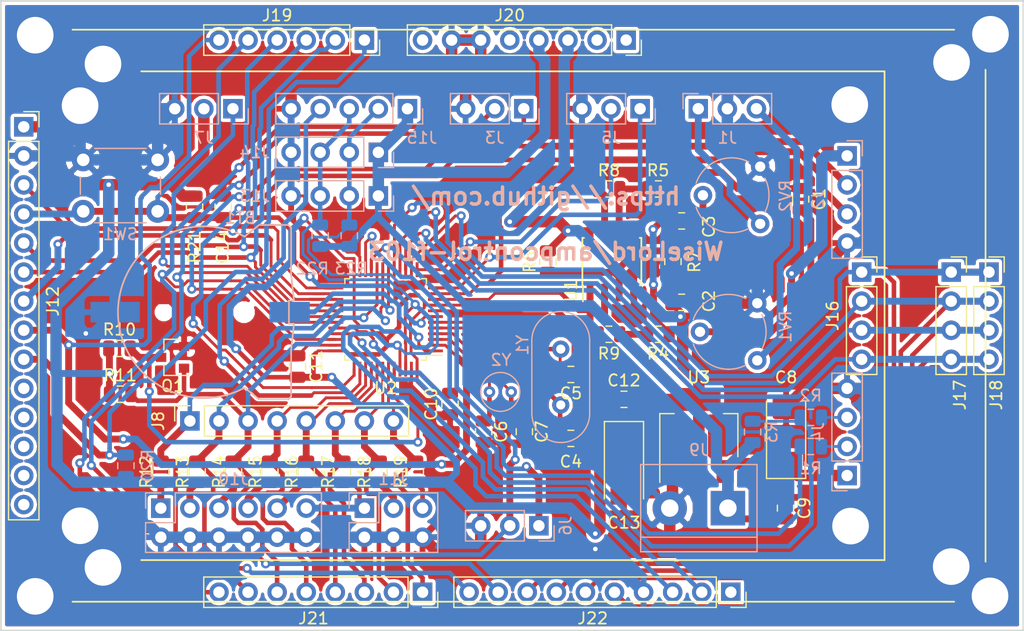
<source format=kicad_pcb>
(kicad_pcb (version 20171130) (host pcbnew 5.0.1)
  (layers (0 F.Cu signal) (31 B.Cu signal) (34 B.Paste user) (35 F.Paste user) (36 B.SilkS user) (37 F.SilkS user) (38 B.Mask user) (39 F.Mask user) (44 Edge.Cuts user))
  (net 0 "")
  (net 1 GNDD)
  (net 2 /VBAT)
  (net 3 +3V3)
  (net 4 "Net-(C3-Pad2)")
  (net 5 "Net-(C3-Pad1)")
  (net 6 /OSC_IN)
  (net 7 /OSC_OUT)
  (net 8 /OSC32_IN)
  (net 9 /OSC32_OUT)
  (net 10 +5V)
  (net 11 /NRST)
  (net 12 /IN_L)
  (net 13 /IN_R)
  (net 14 /MUTE)
  (net 15 /STBY)
  (net 16 /RX2)
  (net 17 /TX2)
  (net 18 /TX3)
  (net 19 /RX3)
  (net 20 /IR)
  (net 21 /BOOT0)
  (net 22 /BTN_0)
  (net 23 /BTN_1)
  (net 24 /BTN_2)
  (net 25 /BTN_3)
  (net 26 /BTN_4)
  (net 27 /BTN_5)
  (net 28 /ENC_A)
  (net 29 /ENC_B)
  (net 30 /SD_CS)
  (net 31 /SDA)
  (net 32 /SCL)
  (net 33 /HW_RST)
  (net 34 /DB0)
  (net 35 /DB1)
  (net 36 /DB2)
  (net 37 /DB3)
  (net 38 /DB4)
  (net 39 /DB5)
  (net 40 /DB6)
  (net 41 /DB7)
  (net 42 /BCKL)
  (net 43 /RS)
  (net 44 /WR)
  (net 45 /CS)
  (net 46 /SCK)
  (net 47 /USB_DM)
  (net 48 /USB_DP)
  (net 49 "Net-(R4-Pad2)")
  (net 50 "Net-(R5-Pad2)")
  (net 51 "Net-(R6-Pad2)")
  (net 52 /SP_R)
  (net 53 /SP_L)
  (net 54 /RX1)
  (net 55 /TX1)
  (net 56 /SD_MOSI)
  (net 57 /SD_MISO)
  (net 58 /SD_SCK)
  (net 59 /USB_P)
  (net 60 /USB_M)
  (net 61 "Net-(C1-Pad2)")
  (net 62 "Net-(C1-Pad1)")
  (net 63 "Net-(J12-Pad12)")
  (net 64 "Net-(J12-Pad11)")
  (net 65 "Net-(J12-Pad10)")
  (net 66 "Net-(J12-Pad14)")
  (net 67 "Net-(J12-Pad13)")
  (net 68 /RD)
  (net 69 "Net-(J20-Pad8)")
  (net 70 "Net-(J20-Pad5)")
  (net 71 "Net-(J20-Pad2)")
  (net 72 "Net-(J20-Pad1)")
  (net 73 "Net-(J22-Pad1)")
  (module Capacitor_SMD:C_0805_2012Metric (layer F.Cu) (at 133.97 88.8475 90)
    (fp_text reference C10 (at 0 -1.65 90) (layer F.SilkS))
    (fp_text value 0.1)
    (pad 2 smd roundrect (at 0.9375 0 90) (size 0.975 1.4) (layers F.Cu F.Paste F.Mask) (net 3 +3V3))
    (pad 1 smd roundrect (at -0.9375 0 90) (size 0.975 1.4) (layers F.Cu F.Paste F.Mask) (net 1 GNDD))
  )
  (module Connector_PinSocket_2.54mm:PinSocket_1x08_P2.54mm_Vertical (layer F.Cu) (at 131.57 105.299 270)
    (fp_text reference J21 (at 2.286 9.525) (layer F.SilkS))
    (fp_text value Arduino_Digital_low)
    (pad 1 thru_hole rect (at 0 0 270) (size 1.7 1.7) (drill 1) (layers *.Cu *.Mask) (net 41 /DB7))
    (pad 2 thru_hole oval (at 0 2.54 270) (size 1.7 1.7) (drill 1) (layers *.Cu *.Mask) (net 40 /DB6))
    (pad 3 thru_hole oval (at 0 5.08 270) (size 1.7 1.7) (drill 1) (layers *.Cu *.Mask) (net 39 /DB5))
    (pad 4 thru_hole oval (at 0 7.62 270) (size 1.7 1.7) (drill 1) (layers *.Cu *.Mask) (net 38 /DB4))
    (pad 5 thru_hole oval (at 0 10.16 270) (size 1.7 1.7) (drill 1) (layers *.Cu *.Mask) (net 37 /DB3))
    (pad 6 thru_hole oval (at 0 12.7 270) (size 1.7 1.7) (drill 1) (layers *.Cu *.Mask) (net 36 /DB2))
    (pad 7 thru_hole oval (at 0 15.24 270) (size 1.7 1.7) (drill 1) (layers *.Cu *.Mask) (net 55 /TX1))
    (pad 8 thru_hole oval (at 0 17.78 270) (size 1.7 1.7) (drill 1) (layers *.Cu *.Mask) (net 54 /RX1))
  )
  (module Button_Switch_THT:SW_PUSH_6mm (layer B.Cu) (at 101.933 72.0061)
    (fp_text reference SW1 (at 3.25 2) (layer B.SilkS) (effects (justify mirror)))
    (fp_text value Reset)
    (pad 1 thru_hole circle (at 6.5 0 270) (size 2 2) (drill 1.1) (layers *.Cu *.Mask) (net 11 /NRST))
    (pad 2 thru_hole circle (at 6.5 -4.5 270) (size 2 2) (drill 1.1) (layers *.Cu *.Mask) (net 1 GNDD))
    (pad 1 thru_hole circle (at 0 0 270) (size 2 2) (drill 1.1) (layers *.Cu *.Mask) (net 11 /NRST))
    (pad 2 thru_hole circle (at 0 -4.5 270) (size 2 2) (drill 1.1) (layers *.Cu *.Mask) (net 1 GNDD))
  )
  (module Connector_PinSocket_2.54mm:PinSocket_1x08_P2.54mm_Vertical (layer F.Cu) (at 111.25 90.33 90)
    (fp_text reference J8 (at 0 -2.77 90) (layer F.SilkS))
    (fp_text value LCD_DATA)
    (pad 1 thru_hole rect (at 0 0 90) (size 1.7 1.7) (drill 1) (layers *.Cu *.Mask) (net 34 /DB0))
    (pad 2 thru_hole oval (at 0 2.54 90) (size 1.7 1.7) (drill 1) (layers *.Cu *.Mask) (net 35 /DB1))
    (pad 3 thru_hole oval (at 0 5.08 90) (size 1.7 1.7) (drill 1) (layers *.Cu *.Mask) (net 36 /DB2))
    (pad 4 thru_hole oval (at 0 7.62 90) (size 1.7 1.7) (drill 1) (layers *.Cu *.Mask) (net 37 /DB3))
    (pad 5 thru_hole oval (at 0 10.16 90) (size 1.7 1.7) (drill 1) (layers *.Cu *.Mask) (net 38 /DB4))
    (pad 6 thru_hole oval (at 0 12.7 90) (size 1.7 1.7) (drill 1) (layers *.Cu *.Mask) (net 39 /DB5))
    (pad 7 thru_hole oval (at 0 15.24 90) (size 1.7 1.7) (drill 1) (layers *.Cu *.Mask) (net 40 /DB6))
    (pad 8 thru_hole oval (at 0 17.78 90) (size 1.7 1.7) (drill 1) (layers *.Cu *.Mask) (net 41 /DB7))
  )
  (module ampcontrol-f103:CR1220 (layer B.Cu) (at 112.47 80.82)
    (fp_text reference BT1 (at 3.175 -8.255) (layer B.SilkS) (effects (justify mirror)))
    (fp_text value 3.3V)
    (pad "" np_thru_hole circle (at 3.5 0) (size 1.3 1.3) (drill 1.3) (layers *.Cu *.Mask))
    (pad "" np_thru_hole circle (at -3.5 0) (size 1 1) (drill 1) (layers *.Cu *.Mask))
    (pad 1 smd rect (at 7.493 0) (size 3.52 1.8) (layers B.Cu B.Paste B.Mask) (net 2 /VBAT))
    (pad 2 smd rect (at -7.747 0) (size 4.32 1.8) (layers B.Cu B.Paste B.Mask) (net 1 GNDD))
  )
  (module Connector_PinHeader_2.54mm:PinHeader_1x03_P2.54mm_Vertical (layer B.Cu) (at 140.41 63.04 90)
    (fp_text reference J3 (at -2.54 -2.54 180) (layer B.SilkS) (effects (justify mirror)))
    (fp_text value UART1)
    (pad 1 thru_hole rect (at 0 0 90) (size 1.7 1.7) (drill 1) (layers *.Cu *.Mask) (net 55 /TX1))
    (pad 2 thru_hole oval (at 0 -2.54 90) (size 1.7 1.7) (drill 1) (layers *.Cu *.Mask) (net 54 /RX1))
    (pad 3 thru_hole oval (at 0 -5.08 90) (size 1.7 1.7) (drill 1) (layers *.Cu *.Mask) (net 1 GNDD))
  )
  (module Package_SO:SOIC-8_3.9x4.9mm_P1.27mm (layer F.Cu) (at 148.103 76.4022 90)
    (fp_text reference U1 (at -2.537808 -3.556 90) (layer F.SilkS))
    (fp_text value MCP602)
    (pad 8 smd rect (at 2.7 -1.905 90) (size 1.55 0.6) (layers F.Cu F.Paste F.Mask) (net 3 +3V3))
    (pad 7 smd rect (at 2.7 -0.635 90) (size 1.55 0.6) (layers F.Cu F.Paste F.Mask) (net 52 /SP_R))
    (pad 6 smd rect (at 2.7 0.635 90) (size 1.55 0.6) (layers F.Cu F.Paste F.Mask) (net 50 "Net-(R5-Pad2)"))
    (pad 5 smd rect (at 2.7 1.905 90) (size 1.55 0.6) (layers F.Cu F.Paste F.Mask) (net 51 "Net-(R6-Pad2)"))
    (pad 4 smd rect (at -2.7 1.905 90) (size 1.55 0.6) (layers F.Cu F.Paste F.Mask) (net 1 GNDD))
    (pad 3 smd rect (at -2.7 0.635 90) (size 1.55 0.6) (layers F.Cu F.Paste F.Mask) (net 51 "Net-(R6-Pad2)"))
    (pad 2 smd rect (at -2.7 -0.635 90) (size 1.55 0.6) (layers F.Cu F.Paste F.Mask) (net 49 "Net-(R4-Pad2)"))
    (pad 1 smd rect (at -2.7 -1.905 90) (size 1.55 0.6) (layers F.Cu F.Paste F.Mask) (net 53 /SP_L))
  )
  (module Connector_PinSocket_2.54mm:PinSocket_1x04_P2.54mm_Vertical (layer F.Cu) (at 181.04 77.32)
    (fp_text reference J18 (at 0.63 10.74 90) (layer F.SilkS))
    (fp_text value SPI_3.2)
    (pad 1 thru_hole rect (at 0 0) (size 1.7 1.7) (drill 1) (layers *.Cu *.Mask) (net 30 /SD_CS))
    (pad 2 thru_hole oval (at 0 2.54) (size 1.7 1.7) (drill 1) (layers *.Cu *.Mask) (net 56 /SD_MOSI))
    (pad 3 thru_hole oval (at 0 5.08) (size 1.7 1.7) (drill 1) (layers *.Cu *.Mask) (net 57 /SD_MISO))
    (pad 4 thru_hole oval (at 0 7.62) (size 1.7 1.7) (drill 1) (layers *.Cu *.Mask) (net 58 /SD_SCK))
  )
  (module Connector_PinSocket_2.54mm:PinSocket_1x04_P2.54mm_Vertical (layer F.Cu) (at 177.74 77.32)
    (fp_text reference J17 (at 0.755 10.74 90) (layer F.SilkS))
    (fp_text value SPI_2.8)
    (pad 1 thru_hole rect (at 0 0) (size 1.7 1.7) (drill 1) (layers *.Cu *.Mask) (net 30 /SD_CS))
    (pad 2 thru_hole oval (at 0 2.54) (size 1.7 1.7) (drill 1) (layers *.Cu *.Mask) (net 56 /SD_MOSI))
    (pad 3 thru_hole oval (at 0 5.08) (size 1.7 1.7) (drill 1) (layers *.Cu *.Mask) (net 57 /SD_MISO))
    (pad 4 thru_hole oval (at 0 7.62) (size 1.7 1.7) (drill 1) (layers *.Cu *.Mask) (net 58 /SD_SCK))
  )
  (module Connector_PinHeader_2.54mm:PinHeader_2x06_P2.54mm_Vertical (layer B.Cu) (at 108.71 97.95 270)
    (fp_text reference J10 (at -2.54 -6.35) (layer B.SilkS) (effects (justify mirror)))
    (fp_text value Buttons)
    (pad 12 thru_hole oval (at 2.54 -12.7 270) (size 1.7 1.7) (drill 1) (layers *.Cu *.Mask) (net 1 GNDD))
    (pad 11 thru_hole oval (at 0 -12.7 270) (size 1.7 1.7) (drill 1) (layers *.Cu *.Mask) (net 27 /BTN_5))
    (pad 10 thru_hole oval (at 2.54 -10.16 270) (size 1.7 1.7) (drill 1) (layers *.Cu *.Mask) (net 1 GNDD))
    (pad 9 thru_hole oval (at 0 -10.16 270) (size 1.7 1.7) (drill 1) (layers *.Cu *.Mask) (net 26 /BTN_4))
    (pad 8 thru_hole oval (at 2.54 -7.62 270) (size 1.7 1.7) (drill 1) (layers *.Cu *.Mask) (net 1 GNDD))
    (pad 7 thru_hole oval (at 0 -7.62 270) (size 1.7 1.7) (drill 1) (layers *.Cu *.Mask) (net 25 /BTN_3))
    (pad 6 thru_hole oval (at 2.54 -5.08 270) (size 1.7 1.7) (drill 1) (layers *.Cu *.Mask) (net 1 GNDD))
    (pad 5 thru_hole oval (at 0 -5.08 270) (size 1.7 1.7) (drill 1) (layers *.Cu *.Mask) (net 24 /BTN_2))
    (pad 4 thru_hole oval (at 2.54 -2.54 270) (size 1.7 1.7) (drill 1) (layers *.Cu *.Mask) (net 1 GNDD))
    (pad 3 thru_hole oval (at 0 -2.54 270) (size 1.7 1.7) (drill 1) (layers *.Cu *.Mask) (net 23 /BTN_1))
    (pad 2 thru_hole oval (at 2.54 0 270) (size 1.7 1.7) (drill 1) (layers *.Cu *.Mask) (net 1 GNDD))
    (pad 1 thru_hole rect (at 0 0 270) (size 1.7 1.7) (drill 1) (layers *.Cu *.Mask) (net 22 /BTN_0))
  )
  (module Connector_PinHeader_2.54mm:PinHeader_2x03_P2.54mm_Vertical (layer B.Cu) (at 126.49 97.95 270)
    (fp_text reference J11 (at -2.54 -2.54) (layer B.SilkS) (effects (justify mirror)))
    (fp_text value Encoder)
    (pad 6 thru_hole oval (at 2.54 -5.08 270) (size 1.7 1.7) (drill 1) (layers *.Cu *.Mask) (net 1 GNDD))
    (pad 5 thru_hole oval (at 0 -5.08 270) (size 1.7 1.7) (drill 1) (layers *.Cu *.Mask) (net 29 /ENC_B))
    (pad 4 thru_hole oval (at 2.54 -2.54 270) (size 1.7 1.7) (drill 1) (layers *.Cu *.Mask) (net 1 GNDD))
    (pad 3 thru_hole oval (at 0 -2.54 270) (size 1.7 1.7) (drill 1) (layers *.Cu *.Mask) (net 28 /ENC_A))
    (pad 2 thru_hole oval (at 2.54 0 270) (size 1.7 1.7) (drill 1) (layers *.Cu *.Mask) (net 1 GNDD))
    (pad 1 thru_hole rect (at 0 0 270) (size 1.7 1.7) (drill 1) (layers *.Cu *.Mask) (net 27 /BTN_5))
  )
  (module Connector_PinSocket_2.54mm:PinSocket_1x14_P2.54mm_Vertical (layer F.Cu) (at 96.74 64.62)
    (fp_text reference J12 (at 2.54 15.24 90) (layer F.SilkS))
    (fp_text value LCD_CTRL)
    (pad 14 thru_hole oval (at 0 33.02) (size 1.7 1.7) (drill 1) (layers *.Cu *.Mask) (net 66 "Net-(J12-Pad14)"))
    (pad 13 thru_hole oval (at 0 30.48) (size 1.7 1.7) (drill 1) (layers *.Cu *.Mask) (net 67 "Net-(J12-Pad13)"))
    (pad 12 thru_hole oval (at 0 27.94) (size 1.7 1.7) (drill 1) (layers *.Cu *.Mask) (net 63 "Net-(J12-Pad12)"))
    (pad 11 thru_hole oval (at 0 25.4) (size 1.7 1.7) (drill 1) (layers *.Cu *.Mask) (net 64 "Net-(J12-Pad11)"))
    (pad 10 thru_hole oval (at 0 22.86) (size 1.7 1.7) (drill 1) (layers *.Cu *.Mask) (net 65 "Net-(J12-Pad10)"))
    (pad 9 thru_hole oval (at 0 20.32) (size 1.7 1.7) (drill 1) (layers *.Cu *.Mask) (net 68 /RD))
    (pad 8 thru_hole oval (at 0 17.78) (size 1.7 1.7) (drill 1) (layers *.Cu *.Mask) (net 42 /BCKL))
    (pad 7 thru_hole oval (at 0 15.24) (size 1.7 1.7) (drill 1) (layers *.Cu *.Mask) (net 46 /SCK))
    (pad 6 thru_hole oval (at 0 12.7) (size 1.7 1.7) (drill 1) (layers *.Cu *.Mask) (net 44 /WR))
    (pad 5 thru_hole oval (at 0 10.16) (size 1.7 1.7) (drill 1) (layers *.Cu *.Mask) (net 43 /RS))
    (pad 4 thru_hole oval (at 0 7.62) (size 1.7 1.7) (drill 1) (layers *.Cu *.Mask) (net 11 /NRST))
    (pad 3 thru_hole oval (at 0 5.08) (size 1.7 1.7) (drill 1) (layers *.Cu *.Mask) (net 45 /CS))
    (pad 2 thru_hole oval (at 0 2.54) (size 1.7 1.7) (drill 1) (layers *.Cu *.Mask) (net 1 GNDD))
    (pad 1 thru_hole rect (at 0 0) (size 1.7 1.7) (drill 1) (layers *.Cu *.Mask) (net 3 +3V3))
  )
  (module Connector_PinSocket_2.54mm:PinSocket_1x04_P2.54mm_Vertical (layer F.Cu) (at 169.92 77.32)
    (fp_text reference J16 (at -2.54 3.81 90) (layer F.SilkS))
    (fp_text value SPI_2.4)
    (pad 4 thru_hole oval (at 0 7.62) (size 1.7 1.7) (drill 1) (layers *.Cu *.Mask) (net 58 /SD_SCK))
    (pad 3 thru_hole oval (at 0 5.08) (size 1.7 1.7) (drill 1) (layers *.Cu *.Mask) (net 57 /SD_MISO))
    (pad 2 thru_hole oval (at 0 2.54) (size 1.7 1.7) (drill 1) (layers *.Cu *.Mask) (net 56 /SD_MOSI))
    (pad 1 thru_hole rect (at 0 0) (size 1.7 1.7) (drill 1) (layers *.Cu *.Mask) (net 30 /SD_CS))
  )
  (module Connector_PinHeader_2.54mm:PinHeader_1x03_P2.54mm_Vertical (layer B.Cu) (at 141.73 99.49 90)
    (fp_text reference J6 (at 0 2.33 90) (layer B.SilkS) (effects (justify mirror)))
    (fp_text value UART3)
    (pad 3 thru_hole oval (at 0 -5.08 90) (size 1.7 1.7) (drill 1) (layers *.Cu *.Mask) (net 1 GNDD))
    (pad 2 thru_hole oval (at 0 -2.54 90) (size 1.7 1.7) (drill 1) (layers *.Cu *.Mask) (net 19 /RX3))
    (pad 1 thru_hole rect (at 0 0 90) (size 1.7 1.7) (drill 1) (layers *.Cu *.Mask) (net 18 /TX3))
  )
  (module Connector_PinHeader_2.54mm:PinHeader_1x03_P2.54mm_Vertical (layer B.Cu) (at 150.57 63.04 90)
    (fp_text reference J5 (at -2.54 -2.54 180) (layer B.SilkS) (effects (justify mirror)))
    (fp_text value UART2)
    (pad 1 thru_hole rect (at 0 0 90) (size 1.7 1.7) (drill 1) (layers *.Cu *.Mask) (net 17 /TX2))
    (pad 2 thru_hole oval (at 0 -2.54 90) (size 1.7 1.7) (drill 1) (layers *.Cu *.Mask) (net 16 /RX2))
    (pad 3 thru_hole oval (at 0 -5.08 90) (size 1.7 1.7) (drill 1) (layers *.Cu *.Mask) (net 1 GNDD))
  )
  (module Connector_PinHeader_2.54mm:PinHeader_1x03_P2.54mm_Vertical (layer B.Cu) (at 155.65 63.04 270)
    (fp_text reference J1 (at 2.54 -2.54) (layer B.SilkS) (effects (justify mirror)))
    (fp_text value SP)
    (pad 1 thru_hole rect (at 0 0 270) (size 1.7 1.7) (drill 1) (layers *.Cu *.Mask) (net 12 /IN_L))
    (pad 2 thru_hole oval (at 0 -2.54 270) (size 1.7 1.7) (drill 1) (layers *.Cu *.Mask) (net 1 GNDD))
    (pad 3 thru_hole oval (at 0 -5.08 270) (size 1.7 1.7) (drill 1) (layers *.Cu *.Mask) (net 13 /IN_R))
  )
  (module Capacitor_SMD:C_0805_2012Metric (layer F.Cu) (at 144.524 86.266 180)
    (fp_text reference C5 (at 0 -1.65 180) (layer F.SilkS))
    (fp_text value 20p)
    (pad 2 smd roundrect (at 0.9375 0 180) (size 0.975 1.4) (layers F.Cu F.Paste F.Mask) (net 7 /OSC_OUT))
    (pad 1 smd roundrect (at -0.9375 0 180) (size 0.975 1.4) (layers F.Cu F.Paste F.Mask) (net 1 GNDD))
  )
  (module Capacitor_SMD:C_0805_2012Metric (layer F.Cu) (at 164.59 70.9475 270)
    (fp_text reference C1 (at 0 -1.65 270) (layer F.SilkS))
    (fp_text value 2.2)
    (pad 2 smd roundrect (at 0.9375 0 270) (size 0.975 1.4) (layers F.Cu F.Paste F.Mask) (net 61 "Net-(C1-Pad2)"))
    (pad 1 smd roundrect (at -0.9375 0 270) (size 0.975 1.4) (layers F.Cu F.Paste F.Mask) (net 62 "Net-(C1-Pad1)"))
  )
  (module Capacitor_SMD:C_0805_2012Metric (layer F.Cu) (at 114.16 71.6175 270)
    (fp_text reference C14 (at 3.56 0.04 270) (layer F.SilkS))
    (fp_text value 1.0)
    (pad 2 smd roundrect (at 0.9375 0 270) (size 0.975 1.4) (layers F.Cu F.Paste F.Mask) (net 11 /NRST))
    (pad 1 smd roundrect (at -0.9375 0 270) (size 0.975 1.4) (layers F.Cu F.Paste F.Mask) (net 1 GNDD))
  )
  (module Capacitor_SMD:C_0805_2012Metric (layer F.Cu) (at 154.199 79.9582)
    (fp_text reference C2 (at 2.385632 -0.098192 90) (layer F.SilkS))
    (fp_text value 0.22)
    (pad 2 smd roundrect (at 0.9375 0) (size 0.975 1.4) (layers F.Cu F.Paste F.Mask) (net 1 GNDD))
    (pad 1 smd roundrect (at -0.9375 0) (size 0.975 1.4) (layers F.Cu F.Paste F.Mask) (net 3 +3V3))
  )
  (module Capacitor_SMD:C_0805_2012Metric (layer F.Cu) (at 154.199 72.8462)
    (fp_text reference C3 (at 2.385632 0.508 90) (layer F.SilkS))
    (fp_text value 2.2)
    (pad 2 smd roundrect (at 0.9375 0) (size 0.975 1.4) (layers F.Cu F.Paste F.Mask) (net 4 "Net-(C3-Pad2)"))
    (pad 1 smd roundrect (at -0.9375 0) (size 0.975 1.4) (layers F.Cu F.Paste F.Mask) (net 5 "Net-(C3-Pad1)"))
  )
  (module Capacitor_SMD:C_0805_2012Metric (layer F.Cu) (at 144.524 91.854)
    (fp_text reference C4 (at 0 2.032) (layer F.SilkS))
    (fp_text value 20p)
    (pad 2 smd roundrect (at 0.9375 0) (size 0.975 1.4) (layers F.Cu F.Paste F.Mask) (net 1 GNDD))
    (pad 1 smd roundrect (at -0.9375 0) (size 0.975 1.4) (layers F.Cu F.Paste F.Mask) (net 6 /OSC_IN))
  )
  (module Capacitor_SMD:C_0805_2012Metric (layer F.Cu) (at 136.904 91.268 270)
    (fp_text reference C6 (at 0 -1.524 90) (layer F.SilkS))
    (fp_text value 6p2)
    (pad 2 smd roundrect (at 0.9375 0 270) (size 0.975 1.4) (layers F.Cu F.Paste F.Mask) (net 1 GNDD))
    (pad 1 smd roundrect (at -0.9375 0 270) (size 0.975 1.4) (layers F.Cu F.Paste F.Mask) (net 8 /OSC32_IN))
  )
  (module Capacitor_SMD:C_0805_2012Metric (layer F.Cu) (at 163.27 97.95 270)
    (fp_text reference C9 (at 0 -1.65 270) (layer F.SilkS))
    (fp_text value 0.1)
    (pad 2 smd roundrect (at 0.9375 0 270) (size 0.975 1.4) (layers F.Cu F.Paste F.Mask) (net 10 +5V))
    (pad 1 smd roundrect (at -0.9375 0 270) (size 0.975 1.4) (layers F.Cu F.Paste F.Mask) (net 1 GNDD))
  )
  (module Capacitor_SMD:C_0805_2012Metric (layer F.Cu) (at 120.64 85.5725 270)
    (fp_text reference C11 (at 0 -1.65 270) (layer F.SilkS))
    (fp_text value 0.1)
    (pad 2 smd roundrect (at 0.9375 0 270) (size 0.975 1.4) (layers F.Cu F.Paste F.Mask) (net 3 +3V3))
    (pad 1 smd roundrect (at -0.9375 0 270) (size 0.975 1.4) (layers F.Cu F.Paste F.Mask) (net 1 GNDD))
  )
  (module Capacitor_SMD:C_0805_2012Metric (layer F.Cu) (at 149.16 88.44)
    (fp_text reference C12 (at 0 -1.65) (layer F.SilkS))
    (fp_text value 0.1)
    (pad 2 smd roundrect (at 0.9375 0) (size 0.975 1.4) (layers F.Cu F.Paste F.Mask) (net 3 +3V3))
    (pad 1 smd roundrect (at -0.9375 0) (size 0.975 1.4) (layers F.Cu F.Paste F.Mask) (net 1 GNDD))
  )
  (module Capacitor_SMD:C_0805_2012Metric (layer F.Cu) (at 140.46 91.268 90)
    (fp_text reference C7 (at 0 1.524 270) (layer F.SilkS))
    (fp_text value 6p2)
    (pad 2 smd roundrect (at 0.9375 0 90) (size 0.975 1.4) (layers F.Cu F.Paste F.Mask) (net 9 /OSC32_OUT))
    (pad 1 smd roundrect (at -0.9375 0 90) (size 0.975 1.4) (layers F.Cu F.Paste F.Mask) (net 1 GNDD))
  )
  (module Connector_PinHeader_2.54mm:PinHeader_1x05_P2.54mm_Vertical (layer B.Cu) (at 130.25 63.04 90)
    (fp_text reference J15 (at -2.54 1.27) (layer B.SilkS) (effects (justify mirror)))
    (fp_text value I2C)
    (pad 5 thru_hole oval (at 0 -10.16 90) (size 1.7 1.7) (drill 1) (layers *.Cu *.Mask) (net 1 GNDD))
    (pad 4 thru_hole oval (at 0 -7.62 90) (size 1.7 1.7) (drill 1) (layers *.Cu *.Mask) (net 33 /HW_RST))
    (pad 3 thru_hole oval (at 0 -5.08 90) (size 1.7 1.7) (drill 1) (layers *.Cu *.Mask) (net 31 /SDA))
    (pad 2 thru_hole oval (at 0 -2.54 90) (size 1.7 1.7) (drill 1) (layers *.Cu *.Mask) (net 32 /SCL))
    (pad 1 thru_hole rect (at 0 0 90) (size 1.7 1.7) (drill 1) (layers *.Cu *.Mask) (net 10 +5V))
  )
  (module Resistor_SMD:R_0805_2012Metric (layer B.Cu) (at 165.475 90.02 180)
    (fp_text reference R2 (at 0 1.905 180) (layer B.SilkS) (effects (justify mirror)))
    (fp_text value 22)
    (pad 2 smd roundrect (at 0.9375 0 180) (size 0.975 1.4) (layers B.Cu B.Paste B.Mask) (net 48 /USB_DP))
    (pad 1 smd roundrect (at -0.9375 0 180) (size 0.975 1.4) (layers B.Cu B.Paste B.Mask) (net 59 /USB_P))
  )
  (module Resistor_SMD:R_0805_2012Metric (layer F.Cu) (at 147.849 70.0522 180)
    (fp_text reference R8 (at 0 1.622192 180) (layer F.SilkS))
    (fp_text value 220k)
    (pad 2 smd roundrect (at 0.9375 0 180) (size 0.975 1.4) (layers F.Cu F.Paste F.Mask) (net 52 /SP_R))
    (pad 1 smd roundrect (at -0.9375 0 180) (size 0.975 1.4) (layers F.Cu F.Paste F.Mask) (net 50 "Net-(R5-Pad2)"))
  )
  (module Resistor_SMD:R_0805_2012Metric (layer F.Cu) (at 147.849 82.752 180)
    (fp_text reference R9 (at 0 -1.687808 180) (layer F.SilkS))
    (fp_text value 220k)
    (pad 2 smd roundrect (at 0.9375 0 180) (size 0.975 1.4) (layers F.Cu F.Paste F.Mask) (net 53 /SP_L))
    (pad 1 smd roundrect (at -0.9375 0 180) (size 0.975 1.4) (layers F.Cu F.Paste F.Mask) (net 49 "Net-(R4-Pad2)"))
  )
  (module Resistor_SMD:R_0805_2012Metric (layer F.Cu) (at 105.098 83.99)
    (fp_text reference R10 (at 0 -1.65) (layer F.SilkS))
    (fp_text value 100k)
    (pad 2 smd roundrect (at 0.9375 0) (size 0.975 1.4) (layers F.Cu F.Paste F.Mask) (net 21 /BOOT0))
    (pad 1 smd roundrect (at -0.9375 0) (size 0.975 1.4) (layers F.Cu F.Paste F.Mask) (net 3 +3V3))
  )
  (module Resistor_SMD:R_0805_2012Metric (layer F.Cu) (at 105.16 87.99)
    (fp_text reference R11 (at 0 -1.65) (layer F.SilkS))
    (fp_text value 100k)
    (pad 2 smd roundrect (at 0.9375 0) (size 0.975 1.4) (layers F.Cu F.Paste F.Mask) (net 36 /DB2))
    (pad 1 smd roundrect (at -0.9375 0) (size 0.975 1.4) (layers F.Cu F.Paste F.Mask) (net 3 +3V3))
  )
  (module Resistor_SMD:R_0805_2012Metric (layer F.Cu) (at 108.71 94.775 90)
    (fp_text reference R12 (at 0 -1.27 90) (layer F.SilkS))
    (fp_text value 1k)
    (pad 2 smd roundrect (at 0.9375 0 90) (size 0.975 1.4) (layers F.Cu F.Paste F.Mask) (net 34 /DB0))
    (pad 1 smd roundrect (at -0.9375 0 90) (size 0.975 1.4) (layers F.Cu F.Paste F.Mask) (net 22 /BTN_0))
  )
  (module Resistor_SMD:R_0805_2012Metric (layer F.Cu) (at 111.885 94.775 90)
    (fp_text reference R13 (at 0 -1.27 90) (layer F.SilkS))
    (fp_text value 1k)
    (pad 2 smd roundrect (at 0.9375 0 90) (size 0.975 1.4) (layers F.Cu F.Paste F.Mask) (net 35 /DB1))
    (pad 1 smd roundrect (at -0.9375 0 90) (size 0.975 1.4) (layers F.Cu F.Paste F.Mask) (net 23 /BTN_1))
  )
  (module Resistor_SMD:R_0805_2012Metric (layer F.Cu) (at 115.06 94.775 90)
    (fp_text reference R14 (at 0 -1.27 270) (layer F.SilkS))
    (fp_text value 1k)
    (pad 2 smd roundrect (at 0.9375 0 90) (size 0.975 1.4) (layers F.Cu F.Paste F.Mask) (net 36 /DB2))
    (pad 1 smd roundrect (at -0.9375 0 90) (size 0.975 1.4) (layers F.Cu F.Paste F.Mask) (net 24 /BTN_2))
  )
  (module Resistor_SMD:R_0805_2012Metric (layer F.Cu) (at 118.235 94.775 90)
    (fp_text reference R15 (at 0 -1.27 270) (layer F.SilkS))
    (fp_text value 1k)
    (pad 2 smd roundrect (at 0.9375 0 90) (size 0.975 1.4) (layers F.Cu F.Paste F.Mask) (net 37 /DB3))
    (pad 1 smd roundrect (at -0.9375 0 90) (size 0.975 1.4) (layers F.Cu F.Paste F.Mask) (net 25 /BTN_3))
  )
  (module Resistor_SMD:R_0805_2012Metric (layer F.Cu) (at 121.41 94.775 90)
    (fp_text reference R16 (at 0 -1.27 90) (layer F.SilkS))
    (fp_text value 1k)
    (pad 2 smd roundrect (at 0.9375 0 90) (size 0.975 1.4) (layers F.Cu F.Paste F.Mask) (net 38 /DB4))
    (pad 1 smd roundrect (at -0.9375 0 90) (size 0.975 1.4) (layers F.Cu F.Paste F.Mask) (net 26 /BTN_4))
  )
  (module Resistor_SMD:R_0805_2012Metric (layer B.Cu) (at 165.475 92.56 180)
    (fp_text reference R1 (at 0 -1.905 180) (layer B.SilkS) (effects (justify mirror)))
    (fp_text value 22)
    (pad 2 smd roundrect (at 0.9375 0 180) (size 0.975 1.4) (layers B.Cu B.Paste B.Mask) (net 47 /USB_DM))
    (pad 1 smd roundrect (at -0.9375 0 180) (size 0.975 1.4) (layers B.Cu B.Paste B.Mask) (net 60 /USB_M))
  )
  (module Resistor_SMD:R_0805_2012Metric (layer B.Cu) (at 160.395 91.29 90)
    (fp_text reference R3 (at 0 1.65 90) (layer B.SilkS) (effects (justify mirror)))
    (fp_text value 1.5k)
    (pad 2 smd roundrect (at 0.9375 0 90) (size 0.975 1.4) (layers B.Cu B.Paste B.Mask) (net 48 /USB_DP))
    (pad 1 smd roundrect (at -0.9375 0 90) (size 0.975 1.4) (layers B.Cu B.Paste B.Mask) (net 10 +5V))
  )
  (module Resistor_SMD:R_0805_2012Metric (layer F.Cu) (at 152.167 82.752 180)
    (fp_text reference R4 (at 0.027368 -1.687808 180) (layer F.SilkS))
    (fp_text value 22k)
    (pad 2 smd roundrect (at 0.9375 0 180) (size 0.975 1.4) (layers F.Cu F.Paste F.Mask) (net 49 "Net-(R4-Pad2)"))
    (pad 1 smd roundrect (at -0.9375 0 180) (size 0.975 1.4) (layers F.Cu F.Paste F.Mask) (net 5 "Net-(C3-Pad1)"))
  )
  (module Resistor_SMD:R_0805_2012Metric (layer F.Cu) (at 152.167 70.0522 180)
    (fp_text reference R5 (at 0.027368 1.622192 180) (layer F.SilkS))
    (fp_text value 22k)
    (pad 2 smd roundrect (at 0.9375 0 180) (size 0.975 1.4) (layers F.Cu F.Paste F.Mask) (net 50 "Net-(R5-Pad2)"))
    (pad 1 smd roundrect (at -0.9375 0 180) (size 0.975 1.4) (layers F.Cu F.Paste F.Mask) (net 62 "Net-(C1-Pad1)"))
  )
  (module Resistor_SMD:R_0805_2012Metric (layer F.Cu) (at 142.515 76.4022 270)
    (fp_text reference R6 (at 0 1.595368 270) (layer F.SilkS))
    (fp_text value 22k)
    (pad 2 smd roundrect (at 0.9375 0 270) (size 0.975 1.4) (layers F.Cu F.Paste F.Mask) (net 51 "Net-(R6-Pad2)"))
    (pad 1 smd roundrect (at -0.9375 0 270) (size 0.975 1.4) (layers F.Cu F.Paste F.Mask) (net 3 +3V3))
  )
  (module Resistor_SMD:R_0805_2012Metric (layer F.Cu) (at 124.585 94.775 90)
    (fp_text reference R17 (at 0 -1.27 90) (layer F.SilkS))
    (fp_text value 1k)
    (pad 2 smd roundrect (at 0.9375 0 90) (size 0.975 1.4) (layers F.Cu F.Paste F.Mask) (net 39 /DB5))
    (pad 1 smd roundrect (at -0.9375 0 90) (size 0.975 1.4) (layers F.Cu F.Paste F.Mask) (net 27 /BTN_5))
  )
  (module Resistor_SMD:R_0805_2012Metric (layer B.Cu) (at 122.63 74.1375 90)
    (fp_text reference R22 (at -2.8725 -0.69 180) (layer B.SilkS) (effects (justify mirror)))
    (fp_text value 4.7k)
    (pad 2 smd roundrect (at 0.9375 0 90) (size 0.975 1.4) (layers B.Cu B.Paste B.Mask) (net 31 /SDA))
    (pad 1 smd roundrect (at -0.9375 0 90) (size 0.975 1.4) (layers B.Cu B.Paste B.Mask) (net 10 +5V))
  )
  (module Resistor_SMD:R_0805_2012Metric (layer B.Cu) (at 125.17 74.1375 90)
    (fp_text reference R23 (at -2.8725 0.17 180) (layer B.SilkS) (effects (justify mirror)))
    (fp_text value 4.7k)
    (pad 2 smd roundrect (at 0.9375 0 90) (size 0.975 1.4) (layers B.Cu B.Paste B.Mask) (net 32 /SCL))
    (pad 1 smd roundrect (at -0.9375 0 90) (size 0.975 1.4) (layers B.Cu B.Paste B.Mask) (net 10 +5V))
  )
  (module Resistor_SMD:R_0805_2012Metric (layer B.Cu) (at 105.66 94.2425 90)
    (fp_text reference R20 (at 0 1.905 90) (layer B.SilkS) (effects (justify mirror)))
    (fp_text value 4.7k)
    (pad 2 smd roundrect (at 0.9375 0 90) (size 0.975 1.4) (layers B.Cu B.Paste B.Mask) (net 68 /RD))
    (pad 1 smd roundrect (at -0.9375 0 90) (size 0.975 1.4) (layers B.Cu B.Paste B.Mask) (net 3 +3V3))
  )
  (module Resistor_SMD:R_0805_2012Metric (layer F.Cu) (at 130.935 94.775 90)
    (fp_text reference R19 (at 0 -1.27 90) (layer F.SilkS))
    (fp_text value 1k)
    (pad 2 smd roundrect (at 0.9375 0 90) (size 0.975 1.4) (layers F.Cu F.Paste F.Mask) (net 41 /DB7))
    (pad 1 smd roundrect (at -0.9375 0 90) (size 0.975 1.4) (layers F.Cu F.Paste F.Mask) (net 29 /ENC_B))
  )
  (module Resistor_SMD:R_0805_2012Metric (layer F.Cu) (at 127.76 94.775 90)
    (fp_text reference R18 (at 0 -1.27 90) (layer F.SilkS))
    (fp_text value 1k)
    (pad 2 smd roundrect (at 0.9375 0 90) (size 0.975 1.4) (layers F.Cu F.Paste F.Mask) (net 40 /DB6))
    (pad 1 smd roundrect (at -0.9375 0 90) (size 0.975 1.4) (layers F.Cu F.Paste F.Mask) (net 28 /ENC_A))
  )
  (module Resistor_SMD:R_0805_2012Metric (layer F.Cu) (at 153.437 76.4022 270)
    (fp_text reference R7 (at 0 -1.877632 270) (layer F.SilkS))
    (fp_text value 22k)
    (pad 2 smd roundrect (at 0.9375 0 270) (size 0.975 1.4) (layers F.Cu F.Paste F.Mask) (net 1 GNDD))
    (pad 1 smd roundrect (at -0.9375 0 270) (size 0.975 1.4) (layers F.Cu F.Paste F.Mask) (net 51 "Net-(R6-Pad2)"))
  )
  (module Capacitor_Tantalum_SMD:CP_EIA-6032-28_Kemet-C (layer F.Cu) (at 163.32 91.6 90)
    (fp_text reference C8 (at 5.08 0 180) (layer F.SilkS))
    (fp_text value 22.0)
    (pad 2 smd roundrect (at 2.4625 0 90) (size 2.075 2.35) (layers F.Cu F.Paste F.Mask) (roundrect_rratio 0.120482) (net 1 GNDD))
    (pad 1 smd roundrect (at -2.4625 0 90) (size 2.075 2.35) (layers F.Cu F.Paste F.Mask) (roundrect_rratio 0.120482) (net 10 +5V))
  )
  (module Capacitor_Tantalum_SMD:CP_EIA-6032-28_Kemet-C (layer F.Cu) (at 149.16 94.14 270)
    (fp_text reference C13 (at 5.08 0) (layer F.SilkS))
    (fp_text value 22.0)
    (pad 2 smd roundrect (at 2.4625 0 270) (size 2.075 2.35) (layers F.Cu F.Paste F.Mask) (roundrect_rratio 0.120482) (net 1 GNDD))
    (pad 1 smd roundrect (at -2.4625 0 270) (size 2.075 2.35) (layers F.Cu F.Paste F.Mask) (roundrect_rratio 0.120482) (net 3 +3V3))
  )
  (module Connector_PinHeader_2.54mm:PinHeader_1x04_P2.54mm_Vertical (layer B.Cu) (at 168.65 67.16 180)
    (fp_text reference J2 (at 2.54 -3.81 270) (layer B.SilkS) (effects (justify mirror)))
    (fp_text value MUTE_STBY)
    (pad 4 thru_hole oval (at 0 -7.62 180) (size 1.7 1.7) (drill 1) (layers *.Cu *.Mask) (net 1 GNDD))
    (pad 3 thru_hole oval (at 0 -5.08 180) (size 1.7 1.7) (drill 1) (layers *.Cu *.Mask) (net 15 /STBY))
    (pad 2 thru_hole oval (at 0 -2.54 180) (size 1.7 1.7) (drill 1) (layers *.Cu *.Mask) (net 14 /MUTE))
    (pad 1 thru_hole rect (at 0 0 180) (size 1.7 1.7) (drill 1) (layers *.Cu *.Mask) (net 3 +3V3))
  )
  (module Connector_PinHeader_2.54mm:PinHeader_1x04_P2.54mm_Vertical (layer B.Cu) (at 168.65 95.1)
    (fp_text reference J4 (at -2.54 -3.81 90) (layer B.SilkS) (effects (justify mirror)))
    (fp_text value USB)
    (pad 4 thru_hole oval (at 0 -7.62) (size 1.7 1.7) (drill 1) (layers *.Cu *.Mask) (net 1 GNDD))
    (pad 3 thru_hole oval (at 0 -5.08) (size 1.7 1.7) (drill 1) (layers *.Cu *.Mask) (net 59 /USB_P))
    (pad 2 thru_hole oval (at 0 -2.54) (size 1.7 1.7) (drill 1) (layers *.Cu *.Mask) (net 60 /USB_M))
    (pad 1 thru_hole rect (at 0 0) (size 1.7 1.7) (drill 1) (layers *.Cu *.Mask) (net 10 +5V))
  )
  (module Connector_PinHeader_2.54mm:PinHeader_1x03_P2.54mm_Vertical (layer B.Cu) (at 115.01 63.04 90)
    (fp_text reference J7 (at -2.54 -2.54) (layer B.SilkS) (effects (justify mirror)))
    (fp_text value RC)
    (pad 3 thru_hole oval (at 0 -5.08 90) (size 1.7 1.7) (drill 1) (layers *.Cu *.Mask) (net 1 GNDD))
    (pad 2 thru_hole oval (at 0 -2.54 90) (size 1.7 1.7) (drill 1) (layers *.Cu *.Mask) (net 3 +3V3))
    (pad 1 thru_hole rect (at 0 0 90) (size 1.7 1.7) (drill 1) (layers *.Cu *.Mask) (net 20 /IR))
  )
  (module TerminalBlock:TerminalBlock_bornier-2_P5.08mm (layer B.Cu) (at 158.24 97.95 180)
    (fp_text reference J9 (at 2.54 5.08 180) (layer B.SilkS) (effects (justify mirror)))
    (fp_text value 5V)
    (pad 2 thru_hole circle (at 5.08 0 180) (size 3 3) (drill 1.52) (layers *.Cu *.Mask) (net 1 GNDD))
    (pad 1 thru_hole rect (at 0 0 180) (size 3 3) (drill 1.52) (layers *.Cu *.Mask) (net 10 +5V))
  )
  (module Package_TO_SOT_SMD:SOT-23 (layer F.Cu) (at 109.74 84.77 180)
    (fp_text reference Q1 (at 0 -2.5 180) (layer F.SilkS))
    (fp_text value BSS138)
    (pad 3 smd rect (at 1 0 180) (size 0.9 0.8) (layers F.Cu F.Paste F.Mask) (net 21 /BOOT0))
    (pad 2 smd rect (at -1 0.95 180) (size 0.9 0.8) (layers F.Cu F.Paste F.Mask) (net 1 GNDD))
    (pad 1 smd rect (at -1 -0.95 180) (size 0.9 0.8) (layers F.Cu F.Paste F.Mask) (net 36 /DB2))
  )
  (module Potentiometer_THT:Potentiometer_Piher_PT-6-V_Vertical (layer B.Cu) (at 160.803 85.038 180)
    (fp_text reference RV1 (at -2.466632 2.948192 270) (layer B.SilkS) (effects (justify mirror)))
    (fp_text value 22k)
    (pad 1 thru_hole circle (at 0 0 180) (size 1.62 1.62) (drill 0.9) (layers *.Cu *.Mask) (net 13 /IN_R))
    (pad 2 thru_hole circle (at 5 2.5 180) (size 1.62 1.62) (drill 0.9) (layers *.Cu *.Mask) (net 61 "Net-(C1-Pad2)"))
    (pad 3 thru_hole circle (at 0 5 180) (size 1.62 1.62) (drill 0.9) (layers *.Cu *.Mask) (net 1 GNDD))
  )
  (module Potentiometer_THT:Potentiometer_Piher_PT-6-V_Vertical (layer B.Cu) (at 161.057 73.1002 180)
    (fp_text reference RV2 (at -2.212632 2.440192 270) (layer B.SilkS) (effects (justify mirror)))
    (fp_text value 22k)
    (pad 1 thru_hole circle (at 0 0 180) (size 1.62 1.62) (drill 0.9) (layers *.Cu *.Mask) (net 12 /IN_L))
    (pad 2 thru_hole circle (at 5 2.5 180) (size 1.62 1.62) (drill 0.9) (layers *.Cu *.Mask) (net 4 "Net-(C3-Pad2)"))
    (pad 3 thru_hole circle (at 0 5 180) (size 1.62 1.62) (drill 0.9) (layers *.Cu *.Mask) (net 1 GNDD))
  )
  (module Package_QFP:LQFP-48_7x7mm_P0.5mm (layer F.Cu) (at 128.345 81.455 180)
    (fp_text reference U2 (at 0 -6 180) (layer F.SilkS))
    (fp_text value STM32F103CBTx)
    (pad 48 smd rect (at -2.75 -4.35 270) (size 1.3 0.25) (layers F.Cu F.Paste F.Mask) (net 3 +3V3))
    (pad 47 smd rect (at -2.25 -4.35 270) (size 1.3 0.25) (layers F.Cu F.Paste F.Mask) (net 1 GNDD))
    (pad 46 smd rect (at -1.75 -4.35 270) (size 1.3 0.25) (layers F.Cu F.Paste F.Mask) (net 31 /SDA))
    (pad 45 smd rect (at -1.25 -4.35 270) (size 1.3 0.25) (layers F.Cu F.Paste F.Mask) (net 32 /SCL))
    (pad 44 smd rect (at -0.75 -4.35 270) (size 1.3 0.25) (layers F.Cu F.Paste F.Mask) (net 21 /BOOT0))
    (pad 43 smd rect (at -0.25 -4.35 270) (size 1.3 0.25) (layers F.Cu F.Paste F.Mask) (net 41 /DB7))
    (pad 42 smd rect (at 0.25 -4.35 270) (size 1.3 0.25) (layers F.Cu F.Paste F.Mask) (net 40 /DB6))
    (pad 41 smd rect (at 0.75 -4.35 270) (size 1.3 0.25) (layers F.Cu F.Paste F.Mask) (net 39 /DB5))
    (pad 40 smd rect (at 1.25 -4.35 270) (size 1.3 0.25) (layers F.Cu F.Paste F.Mask) (net 38 /DB4))
    (pad 39 smd rect (at 1.75 -4.35 270) (size 1.3 0.25) (layers F.Cu F.Paste F.Mask) (net 37 /DB3))
    (pad 38 smd rect (at 2.25 -4.35 270) (size 1.3 0.25) (layers F.Cu F.Paste F.Mask) (net 33 /HW_RST))
    (pad 37 smd rect (at 2.75 -4.35 270) (size 1.3 0.25) (layers F.Cu F.Paste F.Mask) (net 15 /STBY))
    (pad 36 smd rect (at 4.35 -2.75 180) (size 1.3 0.25) (layers F.Cu F.Paste F.Mask) (net 3 +3V3))
    (pad 35 smd rect (at 4.35 -2.25 180) (size 1.3 0.25) (layers F.Cu F.Paste F.Mask) (net 1 GNDD))
    (pad 34 smd rect (at 4.35 -1.75 180) (size 1.3 0.25) (layers F.Cu F.Paste F.Mask) (net 14 /MUTE))
    (pad 33 smd rect (at 4.35 -1.25 180) (size 1.3 0.25) (layers F.Cu F.Paste F.Mask) (net 48 /USB_DP))
    (pad 32 smd rect (at 4.35 -0.75 180) (size 1.3 0.25) (layers F.Cu F.Paste F.Mask) (net 47 /USB_DM))
    (pad 31 smd rect (at 4.35 -0.25 180) (size 1.3 0.25) (layers F.Cu F.Paste F.Mask) (net 54 /RX1))
    (pad 30 smd rect (at 4.35 0.25 180) (size 1.3 0.25) (layers F.Cu F.Paste F.Mask) (net 55 /TX1))
    (pad 29 smd rect (at 4.35 0.75 180) (size 1.3 0.25) (layers F.Cu F.Paste F.Mask) (net 20 /IR))
    (pad 28 smd rect (at 4.35 1.25 180) (size 1.3 0.25) (layers F.Cu F.Paste F.Mask) (net 44 /WR))
    (pad 27 smd rect (at 4.35 1.75 180) (size 1.3 0.25) (layers F.Cu F.Paste F.Mask) (net 43 /RS))
    (pad 26 smd rect (at 4.35 2.25 180) (size 1.3 0.25) (layers F.Cu F.Paste F.Mask) (net 46 /SCK))
    (pad 25 smd rect (at 4.35 2.75 180) (size 1.3 0.25) (layers F.Cu F.Paste F.Mask) (net 45 /CS))
    (pad 24 smd rect (at 2.75 4.35 270) (size 1.3 0.25) (layers F.Cu F.Paste F.Mask) (net 3 +3V3))
    (pad 23 smd rect (at 2.25 4.35 270) (size 1.3 0.25) (layers F.Cu F.Paste F.Mask) (net 1 GNDD))
    (pad 22 smd rect (at 1.75 4.35 270) (size 1.3 0.25) (layers F.Cu F.Paste F.Mask) (net 18 /TX3))
    (pad 21 smd rect (at 1.25 4.35 270) (size 1.3 0.25) (layers F.Cu F.Paste F.Mask) (net 19 /RX3))
    (pad 20 smd rect (at 0.75 4.35 270) (size 1.3 0.25) (layers F.Cu F.Paste F.Mask) (net 36 /DB2))
    (pad 19 smd rect (at 0.25 4.35 270) (size 1.3 0.25) (layers F.Cu F.Paste F.Mask) (net 35 /DB1))
    (pad 18 smd rect (at -0.25 4.35 270) (size 1.3 0.25) (layers F.Cu F.Paste F.Mask) (net 34 /DB0))
    (pad 17 smd rect (at -0.75 4.35 270) (size 1.3 0.25) (layers F.Cu F.Paste F.Mask) (net 56 /SD_MOSI))
    (pad 16 smd rect (at -1.25 4.35 270) (size 1.3 0.25) (layers F.Cu F.Paste F.Mask) (net 57 /SD_MISO))
    (pad 15 smd rect (at -1.75 4.35 270) (size 1.3 0.25) (layers F.Cu F.Paste F.Mask) (net 58 /SD_SCK))
    (pad 14 smd rect (at -2.25 4.35 270) (size 1.3 0.25) (layers F.Cu F.Paste F.Mask) (net 30 /SD_CS))
    (pad 13 smd rect (at -2.75 4.35 270) (size 1.3 0.25) (layers F.Cu F.Paste F.Mask) (net 16 /RX2))
    (pad 12 smd rect (at -4.35 2.75 180) (size 1.3 0.25) (layers F.Cu F.Paste F.Mask) (net 17 /TX2))
    (pad 11 smd rect (at -4.35 2.25 180) (size 1.3 0.25) (layers F.Cu F.Paste F.Mask) (net 52 /SP_R))
    (pad 10 smd rect (at -4.35 1.75 180) (size 1.3 0.25) (layers F.Cu F.Paste F.Mask) (net 53 /SP_L))
    (pad 9 smd rect (at -4.35 1.25 180) (size 1.3 0.25) (layers F.Cu F.Paste F.Mask) (net 3 +3V3))
    (pad 8 smd rect (at -4.35 0.75 180) (size 1.3 0.25) (layers F.Cu F.Paste F.Mask) (net 1 GNDD))
    (pad 7 smd rect (at -4.35 0.25 180) (size 1.3 0.25) (layers F.Cu F.Paste F.Mask) (net 11 /NRST))
    (pad 6 smd rect (at -4.35 -0.25 180) (size 1.3 0.25) (layers F.Cu F.Paste F.Mask) (net 7 /OSC_OUT))
    (pad 5 smd rect (at -4.35 -0.75 180) (size 1.3 0.25) (layers F.Cu F.Paste F.Mask) (net 6 /OSC_IN))
    (pad 4 smd rect (at -4.35 -1.25 180) (size 1.3 0.25) (layers F.Cu F.Paste F.Mask) (net 9 /OSC32_OUT))
    (pad 3 smd rect (at -4.35 -1.75 180) (size 1.3 0.25) (layers F.Cu F.Paste F.Mask) (net 8 /OSC32_IN))
    (pad 2 smd rect (at -4.35 -2.25 180) (size 1.3 0.25) (layers F.Cu F.Paste F.Mask) (net 42 /BCKL))
    (pad 1 smd rect (at -4.35 -2.75 180) (size 1.3 0.25) (layers F.Cu F.Paste F.Mask) (net 2 /VBAT))
  )
  (module Package_TO_SOT_SMD:SOT-223-3_TabPin2 (layer F.Cu) (at 155.7 91.6 90)
    (fp_text reference U3 (at 5.08 0 180) (layer F.SilkS))
    (fp_text value AMS1117-3.3)
    (pad 1 smd rect (at -3.15 -2.3 90) (size 2 1.5) (layers F.Cu F.Paste F.Mask) (net 1 GNDD))
    (pad 3 smd rect (at -3.15 2.3 90) (size 2 1.5) (layers F.Cu F.Paste F.Mask) (net 10 +5V))
    (pad 2 smd rect (at -3.15 0 90) (size 2 1.5) (layers F.Cu F.Paste F.Mask) (net 3 +3V3))
    (pad 2 smd rect (at 3.15 0 90) (size 2 3.8) (layers F.Cu F.Paste F.Mask) (net 3 +3V3))
  )
  (module Crystal:Crystal_HC49-4H_Vertical (layer B.Cu) (at 143.64 84.05 270)
    (fp_text reference Y1 (at -0.35 3.34 270) (layer B.SilkS) (effects (justify mirror)))
    (fp_text value 8MHz)
    (pad 2 thru_hole circle (at 4.88 0 270) (size 1.5 1.5) (drill 0.8) (layers *.Cu *.Mask) (net 6 /OSC_IN))
    (pad 1 thru_hole circle (at 0 0 270) (size 1.5 1.5) (drill 0.8) (layers *.Cu *.Mask) (net 7 /OSC_OUT))
  )
  (module Crystal:Crystal_C38-LF_D3.0mm_L8.0mm_Vertical (layer B.Cu) (at 137.412 87.79)
    (fp_text reference Y2 (at 1.01 -2.8) (layer B.SilkS) (effects (justify mirror)))
    (fp_text value 32768)
    (pad 2 thru_hole circle (at 1.9 0) (size 1 1) (drill 0.5) (layers *.Cu *.Mask) (net 9 /OSC32_OUT))
    (pad 1 thru_hole circle (at 0 0) (size 1 1) (drill 0.5) (layers *.Cu *.Mask) (net 8 /OSC32_IN))
  )
  (module Resistor_SMD:R_0805_2012Metric (layer F.Cu) (at 111.66 71.6175 270)
    (fp_text reference R21 (at 3.5 0 270) (layer F.SilkS))
    (fp_text value 22k)
    (pad 2 smd roundrect (at 0.9375 0 270) (size 0.975 1.4) (layers F.Cu F.Paste F.Mask) (net 11 /NRST))
    (pad 1 smd roundrect (at -0.9375 0 270) (size 0.975 1.4) (layers F.Cu F.Paste F.Mask) (net 3 +3V3))
  )
  (module Connector_PinHeader_2.54mm:PinHeader_1x04_P2.54mm_Vertical (layer B.Cu) (at 127.71 70.66 90)
    (fp_text reference J13 (at 0 -10.795 180) (layer B.SilkS) (effects (justify mirror)))
    (fp_text value I2C)
    (pad 4 thru_hole oval (at 0 -7.62 90) (size 1.7 1.7) (drill 1) (layers *.Cu *.Mask) (net 1 GNDD))
    (pad 3 thru_hole oval (at 0 -5.08 90) (size 1.7 1.7) (drill 1) (layers *.Cu *.Mask) (net 31 /SDA))
    (pad 2 thru_hole oval (at 0 -2.54 90) (size 1.7 1.7) (drill 1) (layers *.Cu *.Mask) (net 32 /SCL))
    (pad 1 thru_hole rect (at 0 0 90) (size 1.7 1.7) (drill 1) (layers *.Cu *.Mask) (net 10 +5V))
  )
  (module Connector_PinHeader_2.54mm:PinHeader_1x04_P2.54mm_Vertical (layer B.Cu) (at 127.71 66.85 90)
    (fp_text reference J14 (at 0 -10.795 180) (layer B.SilkS) (effects (justify mirror)))
    (fp_text value I2C)
    (pad 4 thru_hole oval (at 0 -7.62 90) (size 1.7 1.7) (drill 1) (layers *.Cu *.Mask) (net 1 GNDD))
    (pad 3 thru_hole oval (at 0 -5.08 90) (size 1.7 1.7) (drill 1) (layers *.Cu *.Mask) (net 31 /SDA))
    (pad 2 thru_hole oval (at 0 -2.54 90) (size 1.7 1.7) (drill 1) (layers *.Cu *.Mask) (net 32 /SCL))
    (pad 1 thru_hole rect (at 0 0 90) (size 1.7 1.7) (drill 1) (layers *.Cu *.Mask) (net 10 +5V))
  )
  (module Connector_PinSocket_2.54mm:PinSocket_1x06_P2.54mm_Vertical (layer F.Cu) (at 126.49 57.039 270)
    (fp_text reference J19 (at -2.159 7.62) (layer F.SilkS))
    (fp_text value Arduino_Analog)
    (pad 6 thru_hole oval (at 0 12.7 270) (size 1.7 1.7) (drill 1) (layers *.Cu *.Mask) (net 42 /BCKL))
    (pad 5 thru_hole oval (at 0 10.16 270) (size 1.7 1.7) (drill 1) (layers *.Cu *.Mask) (net 11 /NRST))
    (pad 4 thru_hole oval (at 0 7.62 270) (size 1.7 1.7) (drill 1) (layers *.Cu *.Mask) (net 45 /CS))
    (pad 3 thru_hole oval (at 0 5.08 270) (size 1.7 1.7) (drill 1) (layers *.Cu *.Mask) (net 43 /RS))
    (pad 2 thru_hole oval (at 0 2.54 270) (size 1.7 1.7) (drill 1) (layers *.Cu *.Mask) (net 44 /WR))
    (pad 1 thru_hole rect (at 0 0 270) (size 1.7 1.7) (drill 1) (layers *.Cu *.Mask) (net 68 /RD))
  )
  (module Connector_PinSocket_2.54mm:PinSocket_1x08_P2.54mm_Vertical (layer F.Cu) (at 149.35 57.039 270)
    (fp_text reference J20 (at -2.159 10.16) (layer F.SilkS))
    (fp_text value Arduino_Power)
    (pad 8 thru_hole oval (at 0 17.78 270) (size 1.7 1.7) (drill 1) (layers *.Cu *.Mask) (net 69 "Net-(J20-Pad8)"))
    (pad 7 thru_hole oval (at 0 15.24 270) (size 1.7 1.7) (drill 1) (layers *.Cu *.Mask) (net 1 GNDD))
    (pad 6 thru_hole oval (at 0 12.7 270) (size 1.7 1.7) (drill 1) (layers *.Cu *.Mask) (net 1 GNDD))
    (pad 5 thru_hole oval (at 0 10.16 270) (size 1.7 1.7) (drill 1) (layers *.Cu *.Mask) (net 70 "Net-(J20-Pad5)"))
    (pad 4 thru_hole oval (at 0 7.62 270) (size 1.7 1.7) (drill 1) (layers *.Cu *.Mask) (net 10 +5V))
    (pad 3 thru_hole oval (at 0 5.08 270) (size 1.7 1.7) (drill 1) (layers *.Cu *.Mask) (net 3 +3V3))
    (pad 2 thru_hole oval (at 0 2.54 270) (size 1.7 1.7) (drill 1) (layers *.Cu *.Mask) (net 71 "Net-(J20-Pad2)"))
    (pad 1 thru_hole rect (at 0 0 270) (size 1.7 1.7) (drill 1) (layers *.Cu *.Mask) (net 72 "Net-(J20-Pad1)"))
  )
  (module Connector_PinSocket_2.54mm:PinSocket_1x10_P2.54mm_Vertical (layer F.Cu) (at 158.494 105.299 270)
    (fp_text reference J22 (at 2.286 12.065) (layer F.SilkS))
    (fp_text value Arduino_Digital_High)
    (pad 10 thru_hole oval (at 0 22.86 270) (size 1.7 1.7) (drill 1) (layers *.Cu *.Mask) (net 34 /DB0))
    (pad 9 thru_hole oval (at 0 20.32 270) (size 1.7 1.7) (drill 1) (layers *.Cu *.Mask) (net 35 /DB1))
    (pad 8 thru_hole oval (at 0 17.78 270) (size 1.7 1.7) (drill 1) (layers *.Cu *.Mask) (net 30 /SD_CS))
    (pad 7 thru_hole oval (at 0 15.24 270) (size 1.7 1.7) (drill 1) (layers *.Cu *.Mask) (net 56 /SD_MOSI))
    (pad 6 thru_hole oval (at 0 12.7 270) (size 1.7 1.7) (drill 1) (layers *.Cu *.Mask) (net 57 /SD_MISO))
    (pad 5 thru_hole oval (at 0 10.16 270) (size 1.7 1.7) (drill 1) (layers *.Cu *.Mask) (net 58 /SD_SCK))
    (pad 4 thru_hole oval (at 0 7.62 270) (size 1.7 1.7) (drill 1) (layers *.Cu *.Mask) (net 1 GNDD))
    (pad 3 thru_hole oval (at 0 5.08 270) (size 1.7 1.7) (drill 1) (layers *.Cu *.Mask) (net 31 /SDA))
    (pad 2 thru_hole oval (at 0 2.54 270) (size 1.7 1.7) (drill 1) (layers *.Cu *.Mask) (net 32 /SCL))
    (pad 1 thru_hole rect (at 0 0 270) (size 1.7 1.7) (drill 1) (layers *.Cu *.Mask) (net 73 "Net-(J22-Pad1)"))
  )
  (gr_text "https://github.com/\n\nWiseLord/ampcontrol-f103" (at 142.34 73.11) (layer B.SilkS) (effects (font (size 1.5 1.5) (thickness 0.3)) (justify mirror)))
  (gr_line (start 94.74 108.65) (end 184.04 108.65) (layer Edge.Cuts) (width 0.15))
  (gr_line (start 101 106.13) (end 178 106.13) (layer F.SilkS) (width 0.15))
  (gr_line (start 94.74 53.61) (end 184.04 53.61) (layer Edge.Cuts) (width 0.15))
  (gr_line (start 107 102.49) (end 171.92 102.49) (layer F.SilkS) (width 0.15))
  (gr_line (start 180.74 59.63) (end 180.74 102.63) (layer F.SilkS) (width 0.15))
  (gr_line (start 101 56.13) (end 178 56.13) (layer F.SilkS) (width 0.15))
  (gr_line (start 107 59.77) (end 171.92 59.77) (layer F.SilkS) (width 0.15))
  (gr_line (start 94.74 53.61) (end 94.74 108.65) (layer Edge.Cuts) (width 0.15))
  (gr_line (start 184.04 53.61) (end 184.04 108.65) (layer Edge.Cuts) (width 0.15))
  (gr_line (start 171.92 59.77) (end 171.92 102.49) (layer F.SilkS) (width 0.15))
  (via (at 103.66 103.13) (size 4.8) (drill 3.2) (layers F.Cu B.Cu) (net 1))
  (via (at 101.66 99.49) (size 4.8) (drill 3.2) (layers F.Cu B.Cu) (net 1))
  (via (at 181.13 105.62) (size 4.8) (drill 3.2) (layers F.Cu B.Cu) (net 1))
  (via (at 181.17 56.53) (size 4.8) (drill 3.2) (layers F.Cu B.Cu) (net 1))
  (via (at 97.74 105.66) (size 4.8) (drill 3.2) (layers F.Cu B.Cu) (net 1))
  (via (at 97.74 56.61) (size 4.8) (drill 3.2) (layers F.Cu B.Cu) (net 1))
  (via (at 177.77 58.99) (size 4.8) (drill 3.2) (layers F.Cu B.Cu) (net 1))
  (segment (start 168.65 87.48) (end 169.8253 87.48) (width 0.25) (layer B.Cu) (net 1))
  (segment (start 136.904 92.2055) (end 136.904 92.7961) (width 0.25) (layer F.Cu) (net 1))
  (segment (start 136.904 92.7961) (end 136.65 93.0501) (width 0.25) (layer F.Cu) (net 1))
  (segment (start 136.65 93.0501) (end 136.65 99.4402) (width 0.25) (layer F.Cu) (net 1))
  (segment (start 120.09 70.66) (end 121.2653 70.66) (width 0.25) (layer F.Cu) (net 1))
  (segment (start 121.2653 70.66) (end 121.2653 71.1631) (width 0.25) (layer F.Cu) (net 1))
  (segment (start 121.2653 71.1631) (end 126.095 75.9928) (width 0.25) (layer F.Cu) (net 1))
  (segment (start 126.095 75.9928) (end 126.095 77.105) (width 0.25) (layer F.Cu) (net 1))
  (segment (start 153.7097 77.3397) (end 153.437 77.3397) (width 0.25) (layer F.Cu) (net 1))
  (segment (start 161.057 68.1002) (end 161.057 68.1788) (width 0.25) (layer F.Cu) (net 1))
  (segment (start 168.65 74.78) (end 169.8253 74.78) (width 0.25) (layer B.Cu) (net 1))
  (segment (start 136.65 99.4402) (end 136.65 99.49) (width 0.25) (layer F.Cu) (net 1))
  (segment (start 108.433 67.5061) (end 108.433 68.2255) (width 0.25) (layer F.Cu) (net 1))
  (segment (start 151.8125 96.6025) (end 153.16 97.95) (width 0.25) (layer F.Cu) (net 1))
  (segment (start 101.933 67.5061) (end 101.933 66.8111) (width 0.25) (layer B.Cu) (net 1))
  (segment (start 101.933 66.8111) (end 101.66 66.5381) (width 0.25) (layer B.Cu) (net 1))
  (segment (start 101.66 62.77) (end 101.66 66.5381) (width 0.25) (layer B.Cu) (net 1))
  (segment (start 96.74 67.16) (end 97.9153 67.16) (width 0.25) (layer B.Cu) (net 1))
  (segment (start 145.4615 91.854) (end 145.4615 90.614) (width 0.25) (layer F.Cu) (net 1))
  (via (at 177.74 103.06) (size 4.8) (drill 3.2) (layers F.Cu B.Cu) (net 1))
  (via (at 101.66 62.77) (size 4.8) (drill 3.2) (layers F.Cu B.Cu) (net 1))
  (via (at 168.88 62.68) (size 4.8) (drill 3.2) (layers F.Cu B.Cu) (net 1))
  (via (at 168.95 99.52) (size 4.8) (drill 3.2) (layers F.Cu B.Cu) (net 1))
  (via (at 103.66 59.13) (size 4.8) (drill 3.2) (layers F.Cu B.Cu) (net 1))
  (segment (start 168.88 62.68) (end 166.88 60.68) (width 1) (layer F.Cu) (net 1))
  (segment (start 158.19 60.99) (end 158.19 63.04) (width 1) (layer F.Cu) (net 1))
  (segment (start 145.49 61.07) (end 145.49 63.04) (width 1) (layer F.Cu) (net 1))
  (segment (start 158.19 60.99) (end 157.88 60.68) (width 1) (layer F.Cu) (net 1))
  (segment (start 135.33 61.13) (end 135.33 63.04) (width 1) (layer F.Cu) (net 1))
  (segment (start 166.4425 97.0125) (end 168.95 99.52) (width 0.6) (layer F.Cu) (net 1))
  (segment (start 163.27 97.0125) (end 166.4425 97.0125) (width 0.6) (layer F.Cu) (net 1))
  (segment (start 166.95 101.52) (end 168.95 99.52) (width 1) (layer F.Cu) (net 1))
  (segment (start 136.65 99.49) (end 136.65 101.22) (width 1) (layer F.Cu) (net 1))
  (segment (start 136.65 101.22) (end 136.95 101.52) (width 1) (layer F.Cu) (net 1))
  (segment (start 136.65 92.4595) (end 136.904 92.2055) (width 0.6) (layer F.Cu) (net 1))
  (segment (start 168.65 87.48) (end 169.91 87.48) (width 1) (layer B.Cu) (net 1))
  (segment (start 169.8253 87.48) (end 169.91 87.48) (width 1) (layer B.Cu) (net 1))
  (segment (start 171.349999 97.120001) (end 168.95 99.52) (width 1) (layer B.Cu) (net 1))
  (segment (start 171.349999 88.919999) (end 171.349999 97.120001) (width 1) (layer B.Cu) (net 1))
  (segment (start 169.91 87.48) (end 171.349999 88.919999) (width 1) (layer B.Cu) (net 1))
  (segment (start 163.32 89.1375) (end 164.9775 87.48) (width 1) (layer F.Cu) (net 1))
  (segment (start 168.65 87.48) (end 164.9775 87.48) (width 1) (layer F.Cu) (net 1))
  (segment (start 166.95 79.0475) (end 166.95 76.48) (width 1) (layer F.Cu) (net 1))
  (segment (start 164.9775 81.02) (end 166.95 79.0475) (width 1) (layer F.Cu) (net 1))
  (segment (start 168.65 74.78) (end 166.95 76.48) (width 1) (layer F.Cu) (net 1))
  (segment (start 164.9775 81.02) (end 164.9775 87.48) (width 1) (layer F.Cu) (net 1))
  (segment (start 168.65 74.78) (end 169.852081 74.78) (width 1) (layer B.Cu) (net 1))
  (segment (start 120.09 60.75) (end 120.16 60.68) (width 1) (layer F.Cu) (net 1))
  (segment (start 120.09 63.04) (end 120.09 60.75) (width 1) (layer F.Cu) (net 1))
  (segment (start 134.88 60.68) (end 132.66 60.68) (width 1) (layer F.Cu) (net 1))
  (segment (start 132.66 60.68) (end 120.16 60.68) (width 1) (layer F.Cu) (net 1))
  (segment (start 137.16 60.68) (end 135.88 60.68) (width 1) (layer F.Cu) (net 1))
  (segment (start 135.33 63.04) (end 135.33 61.01) (width 1) (layer F.Cu) (net 1))
  (segment (start 145.1 60.68) (end 142.66 60.68) (width 1) (layer F.Cu) (net 1))
  (segment (start 142.66 60.68) (end 137.16 60.68) (width 1) (layer F.Cu) (net 1))
  (segment (start 142.66 60.68) (end 148.16 60.68) (width 1) (layer F.Cu) (net 1))
  (segment (start 148.16 60.68) (end 145.88 60.68) (width 1) (layer F.Cu) (net 1))
  (segment (start 161.16 60.68) (end 158.88 60.68) (width 1) (layer F.Cu) (net 1))
  (segment (start 166.88 60.68) (end 161.16 60.68) (width 1) (layer F.Cu) (net 1))
  (segment (start 157.88 60.68) (end 156.16 60.68) (width 1) (layer F.Cu) (net 1))
  (segment (start 156.16 60.68) (end 161.16 60.68) (width 1) (layer F.Cu) (net 1))
  (segment (start 156.16 60.68) (end 148.16 60.68) (width 1) (layer F.Cu) (net 1))
  (segment (start 158.66 101.52) (end 166.95 101.52) (width 1) (layer F.Cu) (net 1))
  (segment (start 153.95 101.52) (end 158.66 101.52) (width 1) (layer F.Cu) (net 1))
  (segment (start 146.66 101.52) (end 152.37 101.52) (width 1) (layer F.Cu) (net 1))
  (segment (start 153.16 97.95) (end 153.16 101.52) (width 1) (layer F.Cu) (net 1))
  (segment (start 146.66 101.52) (end 153.16 101.52) (width 1) (layer F.Cu) (net 1))
  (segment (start 153.16 101.52) (end 158.66 101.52) (width 1) (layer F.Cu) (net 1))
  (segment (start 132.6 101.52) (end 131.57 100.49) (width 1) (layer F.Cu) (net 1))
  (segment (start 136.95 101.52) (end 139.66 101.52) (width 1) (layer F.Cu) (net 1))
  (segment (start 139.66 101.52) (end 132.6 101.52) (width 1) (layer F.Cu) (net 1))
  (segment (start 101.5869 67.16) (end 101.933 67.5061) (width 1) (layer B.Cu) (net 1))
  (segment (start 96.74 67.16) (end 101.5869 67.16) (width 1) (layer B.Cu) (net 1))
  (segment (start 101.66 67.2331) (end 101.933 67.5061) (width 1) (layer B.Cu) (net 1))
  (segment (start 101.66 62.77) (end 101.66 67.2331) (width 1) (layer B.Cu) (net 1))
  (segment (start 101.933 67.5061) (end 106.16 67.5061) (width 1) (layer B.Cu) (net 1))
  (segment (start 136.65 99.49) (end 136.65 92.4595) (width 0.6) (layer F.Cu) (net 1))
  (segment (start 120.09 63.04) (end 120.09 66.85) (width 0.6) (layer B.Cu) (net 1))
  (segment (start 120.09 70.66) (end 120.09 66.85) (width 0.6) (layer B.Cu) (net 1))
  (segment (start 144.66 101.52) (end 146.66 101.52) (width 1) (layer F.Cu) (net 1))
  (segment (start 149.16 96.6025) (end 151.8125 96.6025) (width 1) (layer F.Cu) (net 1))
  (segment (start 153.4 97.71) (end 153.16 97.95) (width 1) (layer F.Cu) (net 1))
  (segment (start 153.4 94.75) (end 153.4 97.71) (width 1) (layer F.Cu) (net 1))
  (segment (start 145.4615 93.68) (end 145.4615 91.854) (width 0.6) (layer F.Cu) (net 1))
  (segment (start 139.66 101.52) (end 144.66 101.52) (width 1) (layer F.Cu) (net 1))
  (segment (start 130.595 85.805) (end 130.595 87.115) (width 0.25) (layer F.Cu) (net 1))
  (segment (start 144.66 98.18) (end 144.66 101.52) (width 1) (layer F.Cu) (net 1))
  (segment (start 114.16 67.68) (end 117.66 64.18) (width 0.6) (layer F.Cu) (net 1))
  (segment (start 114.16 70.68) (end 114.16 67.68) (width 0.6) (layer F.Cu) (net 1))
  (segment (start 117.66 64.18) (end 117.66 60.68) (width 0.6) (layer F.Cu) (net 1))
  (segment (start 106.16 67.5061) (end 108.433 67.5061) (width 1) (layer B.Cu) (net 1))
  (via (at 102.16 82.68) (size 0.8) (drill 0.4) (layers F.Cu B.Cu) (net 1))
  (segment (start 102.863 82.68) (end 104.723 80.82) (width 1) (layer B.Cu) (net 1))
  (segment (start 102.16 82.68) (end 102.863 82.68) (width 1) (layer B.Cu) (net 1))
  (segment (start 133.24 98.82) (end 131.57 100.49) (width 0.6) (layer F.Cu) (net 1))
  (segment (start 145.4615 97.3785) (end 144.66 98.18) (width 1) (layer F.Cu) (net 1))
  (segment (start 145.4615 93.68) (end 145.4615 97.3785) (width 1) (layer F.Cu) (net 1))
  (segment (start 130.595 85.805) (end 130.595 88.245) (width 0.25) (layer F.Cu) (net 1))
  (segment (start 155.2163 80.038) (end 155.1365 79.9582) (width 1) (layer F.Cu) (net 1))
  (segment (start 160.803 80.038) (end 155.2163 80.038) (width 1) (layer F.Cu) (net 1))
  (segment (start 150.008 77.7272) (end 150.3955 77.3397) (width 0.6) (layer F.Cu) (net 1))
  (segment (start 150.008 79.1022) (end 150.008 77.7272) (width 0.6) (layer F.Cu) (net 1))
  (segment (start 150.3955 77.3397) (end 153.437 77.3397) (width 0.6) (layer F.Cu) (net 1))
  (segment (start 155.1365 78.1765) (end 154.2997 77.3397) (width 0.6) (layer F.Cu) (net 1))
  (segment (start 155.1365 79.9582) (end 155.1365 78.1765) (width 0.6) (layer F.Cu) (net 1))
  (segment (start 153.437 77.3397) (end 154.2997 77.3397) (width 0.6) (layer F.Cu) (net 1))
  (segment (start 171.279999 73.352082) (end 169.852081 74.78) (width 1) (layer B.Cu) (net 1))
  (segment (start 171.279999 65.079999) (end 171.279999 73.352082) (width 1) (layer B.Cu) (net 1))
  (segment (start 168.88 62.68) (end 171.279999 65.079999) (width 1) (layer B.Cu) (net 1))
  (segment (start 158.19 65.2332) (end 161.057 68.1002) (width 1) (layer B.Cu) (net 1))
  (segment (start 158.19 63.04) (end 158.19 65.2332) (width 1) (layer B.Cu) (net 1))
  (segment (start 163.24 70.2832) (end 163.24 74.41) (width 1) (layer B.Cu) (net 1))
  (segment (start 161.057 68.1002) (end 163.24 70.2832) (width 1) (layer B.Cu) (net 1))
  (segment (start 160.803 76.847) (end 160.803 80.038) (width 1) (layer B.Cu) (net 1))
  (segment (start 163.24 74.41) (end 160.803 76.847) (width 1) (layer B.Cu) (net 1))
  (segment (start 133.595 80.705) (end 132.695 80.705) (width 0.25) (layer F.Cu) (net 1))
  (segment (start 144.890001 83.449999) (end 143.250002 81.81) (width 0.6) (layer F.Cu) (net 1))
  (segment (start 144.890001 85.694501) (end 144.890001 83.449999) (width 0.6) (layer F.Cu) (net 1))
  (segment (start 145.4615 86.266) (end 144.890001 85.694501) (width 0.6) (layer F.Cu) (net 1))
  (segment (start 143.250002 81.81) (end 140.04 81.81) (width 0.6) (layer F.Cu) (net 1))
  (segment (start 138.935 80.705) (end 140.04 81.81) (width 0.25) (layer F.Cu) (net 1))
  (segment (start 132.695 80.705) (end 138.935 80.705) (width 0.25) (layer F.Cu) (net 1))
  (segment (start 145.4615 86.266) (end 145.4615 88.51) (width 0.6) (layer F.Cu) (net 1))
  (segment (start 145.4615 88.51) (end 145.4615 91.854) (width 0.6) (layer F.Cu) (net 1))
  (segment (start 145.4615 86.266) (end 145.4615 93.68) (width 0.6) (layer F.Cu) (net 1))
  (segment (start 145.5315 88.44) (end 145.4615 88.51) (width 0.6) (layer F.Cu) (net 1))
  (segment (start 148.2225 88.44) (end 145.5315 88.44) (width 0.6) (layer F.Cu) (net 1))
  (segment (start 121.57 83.705) (end 120.64 84.635) (width 0.25) (layer F.Cu) (net 1))
  (segment (start 123.995 83.705) (end 121.57 83.705) (width 0.25) (layer F.Cu) (net 1))
  (segment (start 108.433 64.537) (end 108.433 67.5061) (width 1) (layer B.Cu) (net 1))
  (segment (start 109.93 63.04) (end 108.433 64.537) (width 1) (layer B.Cu) (net 1))
  (segment (start 133.24 98.82) (end 133.24 96.81) (width 0.6) (layer F.Cu) (net 1))
  (segment (start 132.34 95.91) (end 132.34 89.99) (width 0.6) (layer F.Cu) (net 1))
  (segment (start 133.24 96.81) (end 132.34 95.91) (width 0.6) (layer F.Cu) (net 1))
  (segment (start 130.595 88.245) (end 132.34 89.99) (width 0.6) (layer F.Cu) (net 1))
  (segment (start 132.545 89.785) (end 133.97 89.785) (width 0.6) (layer F.Cu) (net 1))
  (segment (start 132.34 89.99) (end 132.545 89.785) (width 0.6) (layer F.Cu) (net 1))
  (segment (start 103.66 59.13) (end 103.66 59.23) (width 1) (layer F.Cu) (net 1))
  (segment (start 118.64 60.68) (end 109.97 60.68) (width 1) (layer F.Cu) (net 1))
  (segment (start 120.16 60.68) (end 118.64 60.68) (width 1) (layer F.Cu) (net 1))
  (segment (start 118.64 60.68) (end 117.66 60.68) (width 1) (layer F.Cu) (net 1))
  (segment (start 109.93 60.72) (end 109.93 63.04) (width 1) (layer F.Cu) (net 1))
  (segment (start 109.97 60.68) (end 109.93 60.72) (width 1) (layer F.Cu) (net 1))
  (segment (start 168.88 62.68) (end 168.88 62.65) (width 1) (layer B.Cu) (net 1))
  (segment (start 168.88 62.65) (end 166.94 60.71) (width 1) (layer B.Cu) (net 1))
  (segment (start 158.24 61.787919) (end 158.24 60.71) (width 1) (layer B.Cu) (net 1))
  (segment (start 158.19 61.837919) (end 158.24 61.787919) (width 1) (layer B.Cu) (net 1))
  (segment (start 158.19 63.04) (end 158.19 61.837919) (width 1) (layer B.Cu) (net 1))
  (segment (start 158.74 60.71) (end 145.54 60.71) (width 1) (layer B.Cu) (net 1))
  (segment (start 166.94 60.71) (end 158.74 60.71) (width 1) (layer B.Cu) (net 1))
  (segment (start 158.74 60.71) (end 158.24 60.71) (width 1) (layer B.Cu) (net 1))
  (segment (start 145.49 60.76) (end 145.49 63.04) (width 1) (layer B.Cu) (net 1))
  (segment (start 145.54 60.71) (end 145.49 60.76) (width 1) (layer B.Cu) (net 1))
  (segment (start 131.57 100.49) (end 108.71 100.49) (width 1) (layer B.Cu) (net 1))
  (segment (start 134.11 57.039) (end 136.65 57.039) (width 1) (layer F.Cu) (net 1))
  (segment (start 134.11 57.039) (end 134.11 60.68) (width 1) (layer F.Cu) (net 1))
  (segment (start 134.11 60.68) (end 132.66 60.68) (width 1) (layer F.Cu) (net 1))
  (segment (start 136.65 57.039) (end 136.65 60.68) (width 1) (layer F.Cu) (net 1))
  (segment (start 137.16 60.68) (end 136.65 60.68) (width 1) (layer F.Cu) (net 1))
  (segment (start 136.65 60.68) (end 134.11 60.68) (width 1) (layer F.Cu) (net 1))
  (segment (start 104.26 59.13) (end 103.66 59.13) (width 1) (layer F.Cu) (net 1))
  (segment (start 107.144112 60.68) (end 109.97 60.68) (width 1) (layer F.Cu) (net 1))
  (segment (start 101.66 62.77) (end 105.054112 62.77) (width 1) (layer F.Cu) (net 1))
  (segment (start 105.054112 62.77) (end 107.144112 60.68) (width 1) (layer F.Cu) (net 1))
  (segment (start 177.74 103.06) (end 178.57 103.06) (width 1) (layer F.Cu) (net 1))
  (segment (start 177.77 58.99) (end 178.71 58.99) (width 1) (layer F.Cu) (net 1))
  (segment (start 105.220001 79.619999) (end 102.16 82.68) (width 1) (layer F.Cu) (net 1))
  (segment (start 117.498259 84.635) (end 113.273259 80.41) (width 1) (layer F.Cu) (net 1))
  (segment (start 113.273259 80.41) (end 110.64 80.41) (width 1) (layer F.Cu) (net 1))
  (segment (start 110.64 80.41) (end 109.849999 79.619999) (width 1) (layer F.Cu) (net 1))
  (segment (start 120.64 84.635) (end 117.498259 84.635) (width 1) (layer F.Cu) (net 1))
  (segment (start 107.34 81.47) (end 107.34 79.619999) (width 0.6) (layer F.Cu) (net 1))
  (segment (start 109.69 83.82) (end 107.34 81.47) (width 0.6) (layer F.Cu) (net 1))
  (segment (start 110.74 83.82) (end 109.69 83.82) (width 0.6) (layer F.Cu) (net 1))
  (segment (start 109.849999 79.619999) (end 107.34 79.619999) (width 1) (layer F.Cu) (net 1))
  (segment (start 107.34 79.619999) (end 105.220001 79.619999) (width 1) (layer F.Cu) (net 1))
  (segment (start 106.16 67.5061) (end 105.939991 67.726109) (width 1) (layer B.Cu) (net 1))
  (segment (start 105.939991 67.726109) (end 105.939991 77.703009) (width 1) (layer B.Cu) (net 1))
  (segment (start 104.723 78.92) (end 104.723 80.82) (width 1) (layer B.Cu) (net 1))
  (segment (start 105.939991 77.703009) (end 104.723 78.92) (width 1) (layer B.Cu) (net 1))
  (segment (start 144.66 96.4055) (end 144.66 98.18) (width 1) (layer F.Cu) (net 1))
  (segment (start 140.46 92.2055) (end 144.66 96.4055) (width 1) (layer F.Cu) (net 1))
  (segment (start 169.499999 88.329999) (end 169.499999 88.642805) (width 1) (layer F.Cu) (net 1))
  (segment (start 169.499999 88.642805) (end 170.939976 90.082782) (width 1) (layer F.Cu) (net 1))
  (segment (start 168.65 87.48) (end 169.499999 88.329999) (width 1) (layer F.Cu) (net 1))
  (segment (start 170.939976 97.530024) (end 168.95 99.52) (width 1) (layer F.Cu) (net 1))
  (segment (start 170.939976 90.082782) (end 170.939976 97.530024) (width 1) (layer F.Cu) (net 1))
  (via (at 146.66 101.52) (size 0.8) (drill 0.4) (layers F.Cu B.Cu) (net 1))
  (segment (start 177.77 62.384112) (end 175.074113 65.079999) (width 1) (layer B.Cu) (net 1))
  (segment (start 175.074113 65.079999) (end 171.279999 65.079999) (width 1) (layer B.Cu) (net 1))
  (segment (start 177.77 58.99) (end 177.77 62.384112) (width 1) (layer B.Cu) (net 1))
  (segment (start 175.194113 97.120001) (end 171.349999 97.120001) (width 1) (layer B.Cu) (net 1))
  (segment (start 177.74 99.665888) (end 175.194113 97.120001) (width 1) (layer B.Cu) (net 1))
  (segment (start 177.74 103.06) (end 177.74 99.665888) (width 1) (layer B.Cu) (net 1))
  (segment (start 107.282805 99.640001) (end 107.860001 99.640001) (width 1) (layer F.Cu) (net 1))
  (segment (start 103.63 89.805) (end 105.535 89.805) (width 1) (layer F.Cu) (net 1))
  (segment (start 106.805 91.075) (end 106.805 99.162196) (width 1) (layer F.Cu) (net 1))
  (segment (start 106.805 99.162196) (end 107.282805 99.640001) (width 1) (layer F.Cu) (net 1))
  (segment (start 105.535 89.805) (end 106.805 91.075) (width 1) (layer F.Cu) (net 1))
  (segment (start 102.16 88.335) (end 103.63 89.805) (width 1) (layer F.Cu) (net 1))
  (segment (start 107.860001 99.640001) (end 108.71 100.49) (width 1) (layer F.Cu) (net 1))
  (segment (start 102.16 82.68) (end 102.16 88.335) (width 1) (layer F.Cu) (net 1))
  (segment (start 100.27 103.13) (end 97.74 105.66) (width 1) (layer B.Cu) (net 1))
  (segment (start 103.66 103.13) (end 100.27 103.13) (width 1) (layer B.Cu) (net 1))
  (segment (start 107.71 99.49) (end 108.71 100.49) (width 1) (layer B.Cu) (net 1))
  (segment (start 101.66 99.49) (end 107.71 99.49) (width 1) (layer B.Cu) (net 1))
  (segment (start 101.93 63.04) (end 101.66 62.77) (width 1) (layer B.Cu) (net 1))
  (segment (start 109.93 63.04) (end 101.93 63.04) (width 1) (layer B.Cu) (net 1))
  (segment (start 100.26 59.13) (end 97.74 56.61) (width 1) (layer B.Cu) (net 1))
  (segment (start 103.66 59.13) (end 100.26 59.13) (width 1) (layer B.Cu) (net 1))
  (segment (start 103.66 60.77) (end 101.66 62.77) (width 1) (layer B.Cu) (net 1))
  (segment (start 103.66 59.13) (end 103.66 60.77) (width 1) (layer B.Cu) (net 1))
  (segment (start 101.66 101.13) (end 103.66 103.13) (width 1) (layer B.Cu) (net 1))
  (segment (start 101.66 99.49) (end 101.66 101.13) (width 1) (layer B.Cu) (net 1))
  (segment (start 180.23 56.53) (end 177.77 58.99) (width 1) (layer B.Cu) (net 1))
  (segment (start 181.17 56.53) (end 180.23 56.53) (width 1) (layer B.Cu) (net 1))
  (segment (start 180.3 105.62) (end 177.74 103.06) (width 1) (layer B.Cu) (net 1))
  (segment (start 181.13 105.62) (end 180.3 105.62) (width 1) (layer B.Cu) (net 1))
  (segment (start 147.095 101.52) (end 150.874 105.299) (width 1) (layer B.Cu) (net 1))
  (segment (start 146.66 101.52) (end 147.095 101.52) (width 1) (layer B.Cu) (net 1))
  (segment (start 131.795 84.205) (end 131.34 83.75) (width 0.25) (layer F.Cu) (net 2))
  (via (at 131.24 83.01) (size 0.8) (drill 0.4) (layers F.Cu B.Cu) (net 2))
  (segment (start 131.24 83.65) (end 131.24 83.01) (width 0.25) (layer F.Cu) (net 2))
  (segment (start 131.795 84.205) (end 131.24 83.65) (width 0.25) (layer F.Cu) (net 2))
  (segment (start 132.695 84.205) (end 131.795 84.205) (width 0.25) (layer F.Cu) (net 2))
  (segment (start 128.218548 79.21) (end 128.857527 79.848979) (width 0.4) (layer B.Cu) (net 2))
  (segment (start 129.525692 81.295692) (end 131.24 83.01) (width 0.4) (layer B.Cu) (net 2))
  (segment (start 128.857527 79.848979) (end 129.109692 79.848979) (width 0.4) (layer B.Cu) (net 2))
  (segment (start 123.733 79.21) (end 128.218548 79.21) (width 0.4) (layer B.Cu) (net 2))
  (segment (start 122.123 80.82) (end 123.733 79.21) (width 0.4) (layer B.Cu) (net 2))
  (segment (start 119.963 80.82) (end 122.123 80.82) (width 0.4) (layer B.Cu) (net 2))
  (segment (start 129.525692 80.264979) (end 129.525692 81.295692) (width 0.4) (layer B.Cu) (net 2))
  (segment (start 129.109692 79.848979) (end 129.525692 80.264979) (width 0.4) (layer B.Cu) (net 2))
  (segment (start 132.695 80.205) (end 131.7197 80.205) (width 0.25) (layer F.Cu) (net 3))
  (segment (start 104.2225 83.99) (end 104.2225 86.18) (width 0.25) (layer F.Cu) (net 3))
  (segment (start 104.2225 83.99) (end 104.1605 83.99) (width 0.25) (layer F.Cu) (net 3))
  (segment (start 154.5965 88.2906) (end 154.7559 88.45) (width 0.25) (layer F.Cu) (net 3))
  (segment (start 153.2615 79.9582) (end 154.5965 81.2932) (width 0.25) (layer F.Cu) (net 3))
  (segment (start 121.4203 72.4064) (end 121.2234 72.6033) (width 0.25) (layer B.Cu) (net 3))
  (segment (start 125.595 77.105) (end 125.595 76.1297) (width 0.25) (layer F.Cu) (net 3))
  (segment (start 121.2234 72.6033) (end 124.7498 76.1297) (width 0.25) (layer F.Cu) (net 3))
  (segment (start 124.7498 76.1297) (end 125.595 76.1297) (width 0.25) (layer F.Cu) (net 3))
  (segment (start 154.7559 88.45) (end 150.1075 88.45) (width 0.25) (layer F.Cu) (net 3))
  (segment (start 155.7 88.45) (end 154.7559 88.45) (width 0.25) (layer F.Cu) (net 3))
  (segment (start 112.47 63.04) (end 112.47 64.2153) (width 0.25) (layer F.Cu) (net 3))
  (segment (start 150.1075 88.45) (end 150.1075 90.73) (width 0.25) (layer F.Cu) (net 3))
  (segment (start 150.1075 90.73) (end 149.16 91.6775) (width 0.25) (layer F.Cu) (net 3))
  (via (at 121.2234 72.6033) (size 0.8) (layers F.Cu B.Cu) (net 3))
  (via (at 163.799188 77.438751) (size 0.8) (drill 0.4) (layers F.Cu B.Cu) (net 3))
  (segment (start 104.2225 84.052) (end 104.1605 83.99) (width 0.6) (layer F.Cu) (net 3))
  (segment (start 104.2225 87.99) (end 104.2225 84.052) (width 0.6) (layer F.Cu) (net 3))
  (segment (start 155.7 91.635) (end 155.7 88.45) (width 1) (layer F.Cu) (net 3))
  (segment (start 155.6575 91.6775) (end 155.7 91.635) (width 1) (layer F.Cu) (net 3))
  (via (at 146.66 100.18) (size 0.8) (drill 0.4) (layers F.Cu B.Cu) (net 3))
  (segment (start 112.47 66.87) (end 112.47 63.04) (width 1) (layer F.Cu) (net 3))
  (segment (start 98.59 64.62) (end 99.16 65.19) (width 1) (layer F.Cu) (net 3))
  (segment (start 96.74 64.62) (end 98.59 64.62) (width 1) (layer F.Cu) (net 3))
  (segment (start 99.16 65.19) (end 99.16 69.18) (width 1) (layer F.Cu) (net 3))
  (segment (start 99.16 69.18) (end 99.66 69.68) (width 1) (layer F.Cu) (net 3))
  (segment (start 99.66 69.68) (end 104.16 69.68) (width 1) (layer F.Cu) (net 3))
  (segment (start 109.66 69.68) (end 112.47 66.87) (width 1) (layer F.Cu) (net 3))
  (segment (start 104.16 69.68) (end 109.66 69.68) (width 1) (layer F.Cu) (net 3))
  (via (at 104.16 69.68) (size 0.8) (drill 0.4) (layers F.Cu B.Cu) (net 3))
  (segment (start 104.2225 86.18) (end 104.2225 87.99) (width 0.25) (layer F.Cu) (net 3))
  (via (at 104.2225 86.18) (size 0.8) (drill 0.4) (layers F.Cu B.Cu) (net 3))
  (segment (start 99.66 86.18) (end 104.2225 86.18) (width 0.6) (layer B.Cu) (net 3))
  (segment (start 147.059999 93.777501) (end 149.16 91.6775) (width 1) (layer F.Cu) (net 3))
  (segment (start 146.66 100.18) (end 147.059999 99.780001) (width 1) (layer F.Cu) (net 3))
  (segment (start 147.059999 99.780001) (end 147.059999 93.777501) (width 1) (layer F.Cu) (net 3))
  (segment (start 150.0975 90.74) (end 149.16 91.6775) (width 1) (layer F.Cu) (net 3))
  (segment (start 150.0975 88.44) (end 150.0975 90.74) (width 1) (layer F.Cu) (net 3))
  (segment (start 155.6225 91.6775) (end 155.7 91.6) (width 1) (layer F.Cu) (net 3))
  (segment (start 149.16 91.6775) (end 155.6225 91.6775) (width 1) (layer F.Cu) (net 3))
  (segment (start 155.7 94.75) (end 155.7 91.6) (width 1) (layer F.Cu) (net 3))
  (segment (start 155.7 91.6) (end 155.7 88.45) (width 1) (layer F.Cu) (net 3))
  (segment (start 150.1075 88.45) (end 150.0975 88.44) (width 1) (layer F.Cu) (net 3))
  (segment (start 155.7 88.45) (end 150.1075 88.45) (width 1) (layer F.Cu) (net 3))
  (segment (start 146.198 73.7022) (end 144.2775 73.7022) (width 0.6) (layer F.Cu) (net 3))
  (segment (start 132.09 87.91) (end 133.97 87.91) (width 0.25) (layer F.Cu) (net 3))
  (segment (start 131.095 85.805) (end 131.095 86.915) (width 0.25) (layer F.Cu) (net 3))
  (segment (start 131.095 86.915) (end 132.09 87.91) (width 0.25) (layer F.Cu) (net 3))
  (segment (start 153.2615 79.9582) (end 154.09201 80.78871) (width 0.6) (layer F.Cu) (net 3))
  (segment (start 154.09201 81.13) (end 154.12022 81.15821) (width 0.6) (layer F.Cu) (net 3))
  (segment (start 154.09201 80.78871) (end 154.09201 81.13) (width 0.6) (layer F.Cu) (net 3))
  (segment (start 154.12022 81.15821) (end 158.20821 81.15821) (width 0.6) (layer F.Cu) (net 3))
  (segment (start 158.20821 81.15821) (end 158.7 81.65) (width 0.6) (layer F.Cu) (net 3))
  (segment (start 158.7 81.65) (end 161.46 81.65) (width 0.6) (layer F.Cu) (net 3))
  (segment (start 163.799188 79.310812) (end 163.799188 77.438751) (width 0.6) (layer F.Cu) (net 3))
  (segment (start 161.46 81.65) (end 163.799188 79.310812) (width 0.6) (layer F.Cu) (net 3))
  (via (at 154.09201 81.21) (size 0.8) (drill 0.4) (layers F.Cu B.Cu) (net 3))
  (segment (start 144.2775 73.7022) (end 142.515 75.4647) (width 0.6) (layer F.Cu) (net 3))
  (via (at 144.2775 73.7022) (size 0.8) (drill 0.4) (layers F.Cu B.Cu) (net 3))
  (segment (start 155.7 86.85) (end 155.7 88.45) (width 1) (layer F.Cu) (net 3))
  (segment (start 168.65 67.16) (end 166.8 67.16) (width 1) (layer B.Cu) (net 3))
  (segment (start 140.44 80.205) (end 132.695 80.205) (width 0.25) (layer F.Cu) (net 3))
  (segment (start 145.690012 83.360012) (end 145.690011 83.118623) (width 0.6) (layer F.Cu) (net 3))
  (segment (start 145.690011 83.118623) (end 142.776388 80.205) (width 0.6) (layer F.Cu) (net 3))
  (segment (start 149.541263 87.211263) (end 145.690012 83.360012) (width 0.6) (layer F.Cu) (net 3))
  (segment (start 149.541263 87.883763) (end 149.541263 87.211263) (width 0.6) (layer F.Cu) (net 3))
  (segment (start 150.0975 88.44) (end 149.541263 87.883763) (width 0.6) (layer F.Cu) (net 3))
  (segment (start 142.776388 80.205) (end 140.44 80.205) (width 0.6) (layer F.Cu) (net 3))
  (segment (start 166.8 67.16) (end 166.44 67.52) (width 1) (layer B.Cu) (net 3))
  (segment (start 166.44 74.797939) (end 163.799188 77.438751) (width 1) (layer B.Cu) (net 3))
  (segment (start 166.44 67.52) (end 166.44 74.797939) (width 1) (layer B.Cu) (net 3))
  (segment (start 115.131093 84.1461) (end 115.266256 84.010937) (width 0.25) (layer F.Cu) (net 3))
  (via (at 115.266256 84.010937) (size 0.8) (drill 0.4) (layers F.Cu B.Cu) (net 3))
  (segment (start 117.765319 86.51) (end 115.266256 84.010937) (width 0.4) (layer F.Cu) (net 3))
  (segment (start 115.0281 84.1461) (end 115.131093 84.1461) (width 0.25) (layer F.Cu) (net 3))
  (segment (start 120.64 86.51) (end 117.765319 86.51) (width 0.4) (layer F.Cu) (net 3))
  (via (at 123.64 86.51) (size 0.8) (drill 0.4) (layers F.Cu B.Cu) (net 3))
  (segment (start 123.995 84.205) (end 122.445 84.205) (width 0.25) (layer F.Cu) (net 3))
  (segment (start 123.64 86.51) (end 120.64 86.51) (width 0.6) (layer F.Cu) (net 3))
  (segment (start 123.995 84.205) (end 124.895 84.205) (width 0.25) (layer F.Cu) (net 3))
  (segment (start 124.895 84.205) (end 125.2 84.51) (width 0.25) (layer F.Cu) (net 3))
  (segment (start 131.178385 79.343995) (end 131.7197 79.88531) (width 0.25) (layer F.Cu) (net 3))
  (segment (start 131.7197 79.88531) (end 131.7197 80.205) (width 0.25) (layer F.Cu) (net 3))
  (segment (start 128.44 83.21) (end 128.44 83.81) (width 0.4) (layer F.Cu) (net 3))
  (segment (start 128.44 83.81) (end 127.74 84.51) (width 0.4) (layer F.Cu) (net 3))
  (segment (start 127.74 84.51) (end 125.2 84.51) (width 0.4) (layer F.Cu) (net 3))
  (segment (start 122.04 84.61) (end 122.24 84.41) (width 0.4) (layer F.Cu) (net 3))
  (segment (start 122.04 86.51) (end 122.04 84.61) (width 0.4) (layer F.Cu) (net 3))
  (segment (start 122.445 84.205) (end 122.24 84.41) (width 0.25) (layer F.Cu) (net 3))
  (segment (start 110.66 70.68) (end 109.66 69.68) (width 1) (layer F.Cu) (net 3))
  (segment (start 111.66 70.68) (end 110.66 70.68) (width 1) (layer F.Cu) (net 3))
  (via (at 139.19 72.914) (size 0.8) (drill 0.4) (layers F.Cu B.Cu) (net 3))
  (segment (start 143.4893 72.914) (end 139.19 72.914) (width 1) (layer F.Cu) (net 3))
  (segment (start 144.2775 73.7022) (end 143.4893 72.914) (width 1) (layer F.Cu) (net 3))
  (segment (start 144.27 58.241081) (end 144.27 57.039) (width 1) (layer B.Cu) (net 3))
  (segment (start 143.939999 58.571082) (end 144.27 58.241081) (width 1) (layer B.Cu) (net 3))
  (segment (start 143.939999 68.011999) (end 143.939999 58.571082) (width 1) (layer B.Cu) (net 3))
  (segment (start 144.016 68.088) (end 143.939999 68.011999) (width 1) (layer B.Cu) (net 3))
  (segment (start 139.19 72.914) (end 144.016 68.088) (width 1) (layer B.Cu) (net 3))
  (segment (start 117.878485 78.610022) (end 116.449943 78.610022) (width 0.6) (layer B.Cu) (net 3))
  (segment (start 120.140022 76.348485) (end 117.878485 78.610022) (width 0.6) (layer B.Cu) (net 3))
  (segment (start 116.449943 78.610022) (end 114.744011 80.315954) (width 0.6) (layer B.Cu) (net 3))
  (segment (start 114.744011 80.315954) (end 114.744011 83.488692) (width 0.6) (layer B.Cu) (net 3))
  (segment (start 120.140022 73.686678) (end 120.140022 76.348485) (width 0.6) (layer B.Cu) (net 3))
  (segment (start 114.744011 83.488692) (end 115.266256 84.010937) (width 0.6) (layer B.Cu) (net 3))
  (segment (start 121.2234 72.6033) (end 120.140022 73.686678) (width 0.6) (layer B.Cu) (net 3))
  (segment (start 115.266256 84.010937) (end 115.439063 84.010937) (width 0.6) (layer B.Cu) (net 3))
  (segment (start 99.66 86.18) (end 99.639989 86.200011) (width 1) (layer B.Cu) (net 3))
  (segment (start 99.639989 86.200011) (end 99.639989 94.079989) (width 1) (layer B.Cu) (net 3))
  (segment (start 101.24 95.68) (end 133.71 95.68) (width 1) (layer B.Cu) (net 3))
  (segment (start 99.639989 94.079989) (end 101.24 95.68) (width 1) (layer B.Cu) (net 3))
  (segment (start 104.16 75.68) (end 99.559998 80.280002) (width 1) (layer B.Cu) (net 3))
  (segment (start 99.559998 86.079998) (end 99.66 86.18) (width 1) (layer B.Cu) (net 3))
  (segment (start 99.559998 80.280002) (end 99.559998 86.079998) (width 1) (layer B.Cu) (net 3))
  (segment (start 104.16 69.68) (end 104.16 75.68) (width 1) (layer B.Cu) (net 3))
  (segment (start 125.595 77.105) (end 125.595 81.524201) (width 0.25) (layer F.Cu) (net 3))
  (segment (start 126.840095 82.069294) (end 127.380801 82.61) (width 0.25) (layer F.Cu) (net 3))
  (segment (start 127.84 82.61) (end 128.44 83.21) (width 0.25) (layer F.Cu) (net 3))
  (segment (start 125.595 81.524201) (end 126.140093 82.069294) (width 0.25) (layer F.Cu) (net 3))
  (segment (start 127.380801 82.61) (end 127.84 82.61) (width 0.25) (layer F.Cu) (net 3))
  (segment (start 126.140093 82.069294) (end 126.840095 82.069294) (width 0.25) (layer F.Cu) (net 3))
  (segment (start 133.71 95.68) (end 135.969999 97.939999) (width 1) (layer B.Cu) (net 3))
  (segment (start 144.419999 97.939999) (end 146.66 100.18) (width 1) (layer B.Cu) (net 3))
  (segment (start 135.969999 97.939999) (end 144.419999 97.939999) (width 1) (layer B.Cu) (net 3))
  (segment (start 131.095 85.805) (end 131.095 84.905) (width 0.25) (layer F.Cu) (net 3))
  (segment (start 130.514999 81.624179) (end 131.7197 80.419478) (width 0.25) (layer F.Cu) (net 3))
  (segment (start 130.514999 83.358001) (end 130.514999 81.624179) (width 0.25) (layer F.Cu) (net 3))
  (segment (start 131.7197 80.419478) (end 131.7197 80.205) (width 0.25) (layer F.Cu) (net 3))
  (segment (start 130.483521 79.343995) (end 129.525691 80.301825) (width 0.4) (layer F.Cu) (net 3))
  (segment (start 131.178385 79.343995) (end 130.483521 79.343995) (width 0.4) (layer F.Cu) (net 3))
  (segment (start 131.095 84.905) (end 130.567306 84.377306) (width 0.25) (layer F.Cu) (net 3))
  (segment (start 130.567306 84.377306) (end 130.567306 83.410308) (width 0.25) (layer F.Cu) (net 3))
  (segment (start 129.525691 82.124309) (end 128.44 83.21) (width 0.4) (layer F.Cu) (net 3))
  (segment (start 130.567306 83.410308) (end 130.514999 83.358001) (width 0.25) (layer F.Cu) (net 3))
  (segment (start 129.525691 80.301825) (end 129.525691 82.124309) (width 0.4) (layer F.Cu) (net 3))
  (segment (start 123.64 86.51) (end 126.109999 88.979999) (width 0.6) (layer B.Cu) (net 3))
  (segment (start 134.54 93.899964) (end 134.54 94.85) (width 0.6) (layer B.Cu) (net 3))
  (segment (start 126.109999 88.979999) (end 129.620035 88.979999) (width 0.6) (layer B.Cu) (net 3))
  (segment (start 134.54 94.85) (end 133.71 95.68) (width 0.6) (layer B.Cu) (net 3))
  (segment (start 129.620035 88.979999) (end 134.54 93.899964) (width 0.6) (layer B.Cu) (net 3))
  (segment (start 154.29201 85.44201) (end 155.7 86.85) (width 1) (layer F.Cu) (net 3))
  (segment (start 154.29201 81.41) (end 154.29201 85.44201) (width 1) (layer F.Cu) (net 3))
  (segment (start 154.09201 81.21) (end 154.29201 81.41) (width 1) (layer F.Cu) (net 3))
  (segment (start 144.2775 73.7022) (end 145.153548 73.7022) (width 1) (layer B.Cu) (net 3))
  (segment (start 152.661348 81.21) (end 154.09201 81.21) (width 1) (layer B.Cu) (net 3))
  (segment (start 145.153548 73.7022) (end 152.661348 81.21) (width 1) (layer B.Cu) (net 3))
  (segment (start 156.057 71.9257) (end 155.1365 72.8462) (width 0.6) (layer F.Cu) (net 4))
  (segment (start 156.057 70.6002) (end 156.057 71.9257) (width 0.6) (layer F.Cu) (net 4))
  (via (at 151.71 73.59) (size 0.8) (drill 0.4) (layers F.Cu B.Cu) (net 5))
  (segment (start 152.4538 72.8462) (end 151.71 73.59) (width 0.6) (layer F.Cu) (net 5))
  (segment (start 153.2615 72.8462) (end 152.4538 72.8462) (width 0.6) (layer F.Cu) (net 5))
  (via (at 151.74 78.41) (size 0.8) (drill 0.4) (layers F.Cu B.Cu) (net 5))
  (segment (start 151.71 78.38) (end 151.74 78.41) (width 0.6) (layer B.Cu) (net 5))
  (segment (start 151.71 73.59) (end 151.71 78.38) (width 0.6) (layer B.Cu) (net 5))
  (segment (start 151.74 81.3875) (end 151.74 78.41) (width 0.6) (layer F.Cu) (net 5))
  (segment (start 153.1045 82.752) (end 151.74 81.3875) (width 0.6) (layer F.Cu) (net 5))
  (segment (start 132.695 82.205) (end 136.808 82.205) (width 0.25) (layer F.Cu) (net 6))
  (segment (start 143.5865 88.9835) (end 143.64 88.93) (width 0.4) (layer F.Cu) (net 6))
  (segment (start 143.5865 91.854) (end 143.5865 88.9835) (width 0.4) (layer F.Cu) (net 6))
  (segment (start 136.808 82.205) (end 137.483 82.88) (width 0.25) (layer F.Cu) (net 6))
  (segment (start 137.483 82.88) (end 143.5865 88.9835) (width 0.25) (layer F.Cu) (net 6))
  (segment (start 142.783001 88.180001) (end 137.483 82.88) (width 0.4) (layer F.Cu) (net 6))
  (segment (start 142.890001 88.180001) (end 142.783001 88.180001) (width 0.4) (layer F.Cu) (net 6))
  (segment (start 143.64 88.93) (end 142.890001 88.180001) (width 0.4) (layer F.Cu) (net 6))
  (segment (start 143.5865 84.1035) (end 143.5865 86.266) (width 0.25) (layer F.Cu) (net 7))
  (segment (start 143.64 84.05) (end 143.5865 84.1035) (width 0.25) (layer F.Cu) (net 7))
  (segment (start 143.64 84.05) (end 140.535 84.05) (width 0.4) (layer F.Cu) (net 7))
  (segment (start 140.535 84.05) (end 138.19 81.705) (width 0.4) (layer F.Cu) (net 7))
  (segment (start 138.19 81.705) (end 132.695 81.705) (width 0.25) (layer F.Cu) (net 7))
  (segment (start 133.9389 83.205) (end 132.695 83.205) (width 0.25) (layer F.Cu) (net 8))
  (segment (start 137.412 86.6781) (end 133.9389 83.205) (width 0.25) (layer F.Cu) (net 8))
  (segment (start 137.412 87.79) (end 137.412 86.6781) (width 0.25) (layer F.Cu) (net 8))
  (segment (start 137.412 89.8225) (end 136.904 90.3305) (width 0.4) (layer F.Cu) (net 8))
  (segment (start 137.412 87.79) (end 137.412 89.8225) (width 0.4) (layer F.Cu) (net 8))
  (segment (start 139.312 87.79) (end 134.227 82.705) (width 0.25) (layer F.Cu) (net 9))
  (segment (start 134.227 82.705) (end 132.695 82.705) (width 0.25) (layer F.Cu) (net 9))
  (segment (start 139.312 89.1825) (end 140.46 90.3305) (width 0.4) (layer F.Cu) (net 9))
  (segment (start 139.312 87.79) (end 139.312 89.1825) (width 0.4) (layer F.Cu) (net 9))
  (segment (start 158.24 97.95) (end 158.24 96.1247) (width 0.25) (layer B.Cu) (net 10))
  (segment (start 158.24 97.187) (end 158.24 96.1247) (width 0.25) (layer F.Cu) (net 10))
  (segment (start 158.24 97.95) (end 158.24 97.187) (width 0.25) (layer F.Cu) (net 10))
  (segment (start 158 94.75) (end 158 96.0753) (width 0.25) (layer F.Cu) (net 10))
  (segment (start 158 96.0753) (end 158.1906 96.0753) (width 0.25) (layer F.Cu) (net 10))
  (segment (start 158.1906 96.0753) (end 158.24 96.1247) (width 0.25) (layer F.Cu) (net 10))
  (segment (start 163.32 94.5159) (end 163.32 94.0625) (width 0.25) (layer F.Cu) (net 10))
  (segment (start 159.4325 97.95) (end 158.24 97.95) (width 0.6) (layer F.Cu) (net 10))
  (segment (start 159.1775 98.8875) (end 158.24 97.95) (width 0.6) (layer F.Cu) (net 10))
  (segment (start 163.27 98.8875) (end 159.1775 98.8875) (width 0.6) (layer F.Cu) (net 10))
  (segment (start 122.63 75.075) (end 125.17 75.075) (width 0.6) (layer B.Cu) (net 10))
  (segment (start 130.25 64.31) (end 127.71 66.85) (width 1) (layer B.Cu) (net 10))
  (segment (start 130.25 63.04) (end 130.25 64.31) (width 1) (layer B.Cu) (net 10))
  (segment (start 158.24 95.31) (end 157.95 95.02) (width 0.6) (layer B.Cu) (net 10))
  (segment (start 158.24 97.95) (end 158.24 95.31) (width 1) (layer B.Cu) (net 10))
  (segment (start 158.24 94.3825) (end 160.395 92.2275) (width 1) (layer B.Cu) (net 10))
  (segment (start 158.24 95.31) (end 158.24 94.3825) (width 1) (layer B.Cu) (net 10))
  (segment (start 127.71 72.535) (end 127.71 70.66) (width 0.6) (layer B.Cu) (net 10))
  (segment (start 126.37001 73.637988) (end 127.472998 72.535) (width 0.6) (layer B.Cu) (net 10))
  (segment (start 127.472998 72.535) (end 127.71 72.535) (width 0.6) (layer B.Cu) (net 10))
  (segment (start 125.726237 74.395601) (end 126.37001 73.751828) (width 0.6) (layer B.Cu) (net 10))
  (segment (start 125.17 75.075) (end 125.726237 74.518763) (width 0.6) (layer B.Cu) (net 10))
  (segment (start 125.726237 74.518763) (end 125.726237 74.395601) (width 0.6) (layer B.Cu) (net 10))
  (segment (start 126.37001 73.751828) (end 126.37001 73.637988) (width 0.6) (layer B.Cu) (net 10))
  (segment (start 164.3575 95.1) (end 163.32 94.0625) (width 1) (layer F.Cu) (net 10))
  (segment (start 168.65 95.1) (end 164.3575 95.1) (width 1) (layer F.Cu) (net 10))
  (segment (start 158.24 94.99) (end 158 94.75) (width 1) (layer F.Cu) (net 10))
  (segment (start 158.24 97.95) (end 158.24 94.99) (width 1) (layer F.Cu) (net 10))
  (segment (start 158.6875 94.0625) (end 158 94.75) (width 1) (layer F.Cu) (net 10))
  (segment (start 163.32 94.0625) (end 158.6875 94.0625) (width 1) (layer F.Cu) (net 10))
  (segment (start 127.71 68.596) (end 127.71 70.66) (width 1) (layer B.Cu) (net 10))
  (segment (start 127.71 66.85) (end 127.71 68.596) (width 1) (layer B.Cu) (net 10))
  (segment (start 138.936 68.596) (end 127.71 68.596) (width 1) (layer B.Cu) (net 10))
  (segment (start 142.238 65.294) (end 138.936 68.596) (width 1) (layer B.Cu) (net 10))
  (segment (start 141.73 57.039) (end 141.73 58.241081) (width 1) (layer B.Cu) (net 10))
  (segment (start 141.73 58.241081) (end 142.238 58.749081) (width 1) (layer B.Cu) (net 10))
  (segment (start 142.238 58.749081) (end 142.238 65.294) (width 1) (layer B.Cu) (net 10))
  (segment (start 157.95 95.02) (end 157.239967 94.309967) (width 1) (layer B.Cu) (net 10))
  (segment (start 127.71 72.535) (end 135.45 80.275) (width 0.6) (layer B.Cu) (net 10))
  (segment (start 157.239967 94.309967) (end 157.239967 91.209967) (width 1) (layer B.Cu) (net 10))
  (segment (start 146.305 80.275) (end 135.45 80.275) (width 1) (layer B.Cu) (net 10))
  (segment (start 157.239967 91.209967) (end 146.305 80.275) (width 1) (layer B.Cu) (net 10))
  (segment (start 101.6991 72.24) (end 101.933 72.0061) (width 0.6) (layer B.Cu) (net 11))
  (segment (start 96.74 72.24) (end 101.6991 72.24) (width 0.6) (layer B.Cu) (net 11))
  (segment (start 101.933 72.0061) (end 108.433 72.0061) (width 0.6) (layer F.Cu) (net 11))
  (segment (start 114.16 72.555) (end 111.66 72.555) (width 0.6) (layer F.Cu) (net 11))
  (segment (start 108.9819 72.555) (end 108.433 72.0061) (width 0.6) (layer F.Cu) (net 11))
  (segment (start 111.66 72.555) (end 108.9819 72.555) (width 0.6) (layer F.Cu) (net 11))
  (via (at 131.444995 81.789518) (size 0.8) (drill 0.4) (layers F.Cu B.Cu) (net 11))
  (segment (start 131.444995 81.555005) (end 131.444995 81.789518) (width 0.25) (layer F.Cu) (net 11))
  (segment (start 131.795 81.205) (end 131.444995 81.555005) (width 0.25) (layer F.Cu) (net 11))
  (segment (start 132.695 81.205) (end 131.795 81.205) (width 0.25) (layer F.Cu) (net 11))
  (segment (start 114.16 72.555) (end 118.985 72.555) (width 0.4) (layer F.Cu) (net 11))
  (segment (start 118.985 72.555) (end 120.34 73.91) (width 0.4) (layer F.Cu) (net 11))
  (via (at 121.74 77.71) (size 0.8) (drill 0.4) (layers F.Cu B.Cu) (net 11))
  (segment (start 120.34 73.91) (end 120.34 76.31) (width 0.4) (layer F.Cu) (net 11))
  (segment (start 120.34 76.31) (end 121.74 77.71) (width 0.4) (layer F.Cu) (net 11))
  (segment (start 116.33 57.039) (end 113.759999 59.609001) (width 0.4) (layer B.Cu) (net 11))
  (segment (start 113.759999 65.438543) (end 108.433 70.765542) (width 0.4) (layer B.Cu) (net 11))
  (segment (start 108.433 70.765542) (end 108.433 72.0061) (width 0.4) (layer B.Cu) (net 11))
  (segment (start 113.759999 59.609001) (end 113.759999 65.438543) (width 0.4) (layer B.Cu) (net 11))
  (segment (start 129.358224 79.248968) (end 129.106059 79.248968) (width 0.4) (layer B.Cu) (net 11))
  (segment (start 122.54 78.51) (end 121.74 77.71) (width 0.4) (layer B.Cu) (net 11))
  (segment (start 129.106059 79.248968) (end 128.367091 78.51) (width 0.4) (layer B.Cu) (net 11))
  (segment (start 128.367091 78.51) (end 122.54 78.51) (width 0.4) (layer B.Cu) (net 11))
  (segment (start 130.125703 80.016447) (end 129.358224 79.248968) (width 0.4) (layer B.Cu) (net 11))
  (segment (start 130.87931 81.789518) (end 130.125703 81.035911) (width 0.4) (layer B.Cu) (net 11))
  (segment (start 130.125703 81.035911) (end 130.125703 80.016447) (width 0.4) (layer B.Cu) (net 11))
  (segment (start 131.444995 81.789518) (end 130.87931 81.789518) (width 0.4) (layer B.Cu) (net 11))
  (segment (start 155.65 66.63) (end 155.65 63.04) (width 0.6) (layer B.Cu) (net 12))
  (segment (start 158.42 69.4) (end 155.65 66.63) (width 0.6) (layer B.Cu) (net 12))
  (segment (start 158.42 70.4632) (end 158.42 69.4) (width 0.6) (layer B.Cu) (net 12))
  (segment (start 161.057 73.1002) (end 158.42 70.4632) (width 0.6) (layer B.Cu) (net 12))
  (segment (start 162.799177 76.682209) (end 164.240011 75.241375) (width 0.6) (layer B.Cu) (net 13))
  (segment (start 164.240011 75.241375) (end 164.240011 66.550011) (width 0.6) (layer B.Cu) (net 13))
  (segment (start 162.799177 83.041823) (end 162.799177 76.682209) (width 0.6) (layer B.Cu) (net 13))
  (segment (start 161.579999 63.889999) (end 160.73 63.04) (width 0.6) (layer B.Cu) (net 13))
  (segment (start 160.803 85.038) (end 162.799177 83.041823) (width 0.6) (layer B.Cu) (net 13))
  (segment (start 164.240011 66.550011) (end 161.579999 63.889999) (width 0.6) (layer B.Cu) (net 13))
  (segment (start 164.85999 65.90999) (end 157.708624 65.90999) (width 0.6) (layer F.Cu) (net 14))
  (segment (start 157.308614 66.31) (end 142.24 66.31) (width 0.6) (layer F.Cu) (net 14))
  (segment (start 157.708624 65.90999) (end 157.308614 66.31) (width 0.6) (layer F.Cu) (net 14))
  (segment (start 168.65 69.7) (end 164.85999 65.90999) (width 0.6) (layer F.Cu) (net 14))
  (segment (start 116.458194 70.725996) (end 115.539957 70.725996) (width 0.4) (layer F.Cu) (net 14))
  (segment (start 142.24 66.31) (end 133.84 66.31) (width 0.4) (layer F.Cu) (net 14))
  (segment (start 131.84 68.31) (end 118.87419 68.31) (width 0.4) (layer F.Cu) (net 14))
  (segment (start 133.84 66.31) (end 131.84 68.31) (width 0.4) (layer F.Cu) (net 14))
  (via (at 115.539957 70.725996) (size 0.8) (drill 0.4) (layers F.Cu B.Cu) (net 14))
  (segment (start 118.87419 68.31) (end 116.458194 70.725996) (width 0.4) (layer F.Cu) (net 14))
  (segment (start 123.995 83.205) (end 120.535 83.205) (width 0.25) (layer F.Cu) (net 14))
  (segment (start 120.535 83.205) (end 116.140032 78.810032) (width 0.25) (layer F.Cu) (net 14))
  (segment (start 113.492182 78.810032) (end 112.926497 78.810032) (width 0.25) (layer F.Cu) (net 14))
  (segment (start 115.539957 70.725996) (end 114.974272 70.725996) (width 0.4) (layer B.Cu) (net 14))
  (segment (start 116.140032 78.810032) (end 113.492182 78.810032) (width 0.25) (layer F.Cu) (net 14))
  (segment (start 114.974272 70.725996) (end 113.290268 72.41) (width 0.4) (layer B.Cu) (net 14))
  (segment (start 113.290268 72.41) (end 112.926497 72.773771) (width 0.4) (layer B.Cu) (net 14))
  (segment (start 111.980516 78.808414) (end 111.414831 78.808414) (width 0.25) (layer F.Cu) (net 14))
  (segment (start 111.414831 74.285437) (end 111.414831 78.242729) (width 0.4) (layer B.Cu) (net 14))
  (segment (start 113.492182 78.810032) (end 113.490564 78.808414) (width 0.25) (layer F.Cu) (net 14))
  (via (at 111.414831 78.808414) (size 0.8) (drill 0.4) (layers F.Cu B.Cu) (net 14))
  (segment (start 111.414831 78.242729) (end 111.414831 78.808414) (width 0.4) (layer B.Cu) (net 14))
  (segment (start 113.290268 72.41) (end 111.414831 74.285437) (width 0.4) (layer B.Cu) (net 14))
  (segment (start 113.490564 78.808414) (end 111.980516 78.808414) (width 0.25) (layer F.Cu) (net 14))
  (segment (start 158.120199 66.790199) (end 157.400398 67.51) (width 0.6) (layer F.Cu) (net 15))
  (segment (start 166.44 68.81) (end 164.420199 66.790199) (width 0.6) (layer F.Cu) (net 15))
  (segment (start 164.420199 66.790199) (end 158.120199 66.790199) (width 0.6) (layer F.Cu) (net 15))
  (segment (start 168.65 72.24) (end 166.44 70.03) (width 0.6) (layer F.Cu) (net 15))
  (segment (start 166.44 70.03) (end 166.44 68.81) (width 0.6) (layer F.Cu) (net 15))
  (segment (start 157.400398 67.51) (end 144.44 67.51) (width 0.6) (layer F.Cu) (net 15))
  (via (at 111.54 81.81) (size 0.8) (drill 0.4) (layers F.Cu B.Cu) (net 15))
  (segment (start 114.357983 84.127983) (end 114.94 84.71) (width 0.25) (layer F.Cu) (net 15))
  (segment (start 114.94 84.71) (end 114.64 84.41) (width 0.25) (layer F.Cu) (net 15))
  (segment (start 121.903589 87.41) (end 117.64 87.41) (width 0.25) (layer F.Cu) (net 15))
  (segment (start 117.64 87.41) (end 114.94 84.71) (width 0.25) (layer F.Cu) (net 15))
  (segment (start 121.90361 87.409979) (end 121.903589 87.41) (width 0.25) (layer F.Cu) (net 15))
  (segment (start 125.595 85.805) (end 125.595 86.33) (width 0.25) (layer F.Cu) (net 15))
  (segment (start 125.595 86.33) (end 124.515021 87.409979) (width 0.25) (layer F.Cu) (net 15))
  (segment (start 124.515021 87.409979) (end 121.90361 87.409979) (width 0.25) (layer F.Cu) (net 15))
  (segment (start 113.857983 84.127983) (end 111.54 81.81) (width 0.25) (layer F.Cu) (net 15))
  (segment (start 114.357983 84.127983) (end 113.857983 84.127983) (width 0.25) (layer F.Cu) (net 15))
  (segment (start 112.239989 75.054958) (end 115.539957 71.75499) (width 0.4) (layer B.Cu) (net 15))
  (segment (start 134.24 67.51) (end 132.84 68.91) (width 0.4) (layer F.Cu) (net 15))
  (segment (start 116.74173 71.75499) (end 115.539957 71.75499) (width 0.4) (layer F.Cu) (net 15))
  (segment (start 112.239989 79.461468) (end 112.239989 75.054958) (width 0.4) (layer B.Cu) (net 15))
  (segment (start 111.54 80.161457) (end 112.239989 79.461468) (width 0.4) (layer B.Cu) (net 15))
  (segment (start 144.44 67.51) (end 134.24 67.51) (width 0.4) (layer F.Cu) (net 15))
  (segment (start 119.58672 68.91) (end 116.74173 71.75499) (width 0.4) (layer F.Cu) (net 15))
  (segment (start 132.84 68.91) (end 119.58672 68.91) (width 0.4) (layer F.Cu) (net 15))
  (segment (start 111.54 81.81) (end 111.54 80.161457) (width 0.4) (layer B.Cu) (net 15))
  (via (at 115.539957 71.75499) (size 0.8) (drill 0.4) (layers F.Cu B.Cu) (net 15))
  (segment (start 133.306075 77.105) (end 135.74001 74.671065) (width 0.25) (layer F.Cu) (net 16))
  (segment (start 131.095 77.105) (end 133.306075 77.105) (width 0.25) (layer F.Cu) (net 16))
  (via (at 135.74001 74.671065) (size 0.8) (drill 0.4) (layers F.Cu B.Cu) (net 16))
  (segment (start 135.74001 74.671065) (end 140.178935 74.671065) (width 0.4) (layer B.Cu) (net 16))
  (segment (start 140.178935 74.671065) (end 143.74 71.11) (width 0.4) (layer B.Cu) (net 16))
  (segment (start 143.74 71.11) (end 147.34 71.11) (width 0.4) (layer B.Cu) (net 16))
  (segment (start 148.03 70.42) (end 148.03 63.04) (width 0.4) (layer B.Cu) (net 16))
  (segment (start 147.34 71.11) (end 148.03 70.42) (width 0.4) (layer B.Cu) (net 16))
  (segment (start 132.695 78.705) (end 133.830211 78.705) (width 0.25) (layer F.Cu) (net 17))
  (via (at 137.44 76.01) (size 0.8) (drill 0.4) (layers F.Cu B.Cu) (net 17))
  (segment (start 134.745 78.705) (end 137.44 76.01) (width 0.25) (layer F.Cu) (net 17))
  (segment (start 132.695 78.705) (end 134.745 78.705) (width 0.25) (layer F.Cu) (net 17))
  (segment (start 137.44 76.01) (end 140.04 76.01) (width 0.4) (layer B.Cu) (net 17))
  (segment (start 140.04 76.01) (end 143.74 72.31) (width 0.4) (layer B.Cu) (net 17))
  (segment (start 143.74 72.31) (end 150.24 72.31) (width 0.4) (layer B.Cu) (net 17))
  (segment (start 150.57 71.98) (end 150.57 63.04) (width 0.4) (layer B.Cu) (net 17))
  (segment (start 150.24 72.31) (end 150.57 71.98) (width 0.4) (layer B.Cu) (net 17))
  (via (at 127.161274 74.180689) (size 0.8) (drill 0.4) (layers F.Cu B.Cu) (net 18))
  (segment (start 126.595 74.746963) (end 127.161274 74.180689) (width 0.25) (layer F.Cu) (net 18))
  (segment (start 126.595 77.105) (end 126.595 74.746963) (width 0.25) (layer F.Cu) (net 18))
  (segment (start 129.728935 77.748935) (end 130.563888 77.748935) (width 0.4) (layer B.Cu) (net 18))
  (segment (start 127.161274 75.181274) (end 129.728935 77.748935) (width 0.4) (layer B.Cu) (net 18))
  (via (at 140.638542 94.309957) (size 0.8) (drill 0.4) (layers F.Cu B.Cu) (net 18))
  (segment (start 138.640044 92.615873) (end 138.640044 94.064416) (width 0.4) (layer B.Cu) (net 18))
  (segment (start 127.161274 74.180689) (end 127.161274 75.181274) (width 0.4) (layer B.Cu) (net 18))
  (segment (start 141.73 95.401415) (end 140.638542 94.309957) (width 0.6) (layer F.Cu) (net 18))
  (segment (start 133.940033 81.12508) (end 133.940033 87.915862) (width 0.4) (layer B.Cu) (net 18))
  (segment (start 133.940033 87.915862) (end 138.640044 92.615873) (width 0.4) (layer B.Cu) (net 18))
  (segment (start 130.563888 77.748935) (end 133.940033 81.12508) (width 0.4) (layer B.Cu) (net 18))
  (segment (start 138.640044 94.064416) (end 139.085584 94.509956) (width 0.4) (layer B.Cu) (net 18))
  (segment (start 139.085584 94.509956) (end 140.438543 94.509956) (width 0.4) (layer B.Cu) (net 18))
  (segment (start 140.438543 94.509956) (end 140.638542 94.309957) (width 0.4) (layer B.Cu) (net 18))
  (segment (start 141.73 99.49) (end 141.73 95.401415) (width 0.6) (layer F.Cu) (net 18))
  (segment (start 127.095 77.105) (end 127.095 76.1297) (width 0.25) (layer F.Cu) (net 19))
  (segment (start 138.8733 99.1733) (end 139.19 99.49) (width 0.4) (layer F.Cu) (net 19))
  (segment (start 127.095 77.105) (end 127.095 76.205) (width 0.25) (layer F.Cu) (net 19))
  (segment (start 128.101423 75.198577) (end 128.38501 75.198577) (width 0.25) (layer F.Cu) (net 19))
  (segment (start 127.095 76.205) (end 128.101423 75.198577) (width 0.25) (layer F.Cu) (net 19))
  (via (at 128.38501 75.198577) (size 0.8) (drill 0.4) (layers F.Cu B.Cu) (net 19))
  (via (at 139.6594 93.709946) (size 0.8) (drill 0.4) (layers F.Cu B.Cu) (net 19))
  (segment (start 128.38501 75.198577) (end 128.950695 75.198577) (width 0.4) (layer B.Cu) (net 19))
  (segment (start 139.6594 92.519409) (end 139.6594 93.709946) (width 0.4) (layer B.Cu) (net 19))
  (segment (start 139.19 94.179346) (end 139.6594 93.709946) (width 0.6) (layer F.Cu) (net 19))
  (segment (start 134.549991 80.797873) (end 134.549991 87.41) (width 0.4) (layer B.Cu) (net 19))
  (segment (start 128.950695 75.198577) (end 134.549991 80.797873) (width 0.4) (layer B.Cu) (net 19))
  (segment (start 134.549991 87.41) (end 139.6594 92.519409) (width 0.4) (layer B.Cu) (net 19))
  (segment (start 139.19 99.49) (end 139.19 94.179346) (width 0.6) (layer F.Cu) (net 19))
  (segment (start 136.67 102.01) (end 138.340001 100.339999) (width 0.4) (layer B.Cu) (net 19))
  (segment (start 138.340001 100.339999) (end 139.19 99.49) (width 0.4) (layer B.Cu) (net 19))
  (segment (start 118.247575 102.01) (end 136.67 102.01) (width 0.4) (layer B.Cu) (net 19))
  (segment (start 118.247562 102.009987) (end 118.247575 102.01) (width 0.4) (layer B.Cu) (net 19))
  (segment (start 115.01 63.04) (end 115.01 64.29) (width 0.4) (layer B.Cu) (net 20))
  (via (at 108.902669 76.41) (size 0.8) (drill 0.4) (layers F.Cu B.Cu) (net 20))
  (segment (start 108.902669 74.1005) (end 108.902669 76.41) (width 0.4) (layer B.Cu) (net 20))
  (segment (start 109.839979 70.510021) (end 109.839978 73.163191) (width 0.4) (layer B.Cu) (net 20))
  (segment (start 115.01 63.04) (end 115.01 65.34) (width 0.4) (layer B.Cu) (net 20))
  (segment (start 109.839978 73.163191) (end 108.902669 74.1005) (width 0.4) (layer B.Cu) (net 20))
  (segment (start 115.01 65.34) (end 109.839979 70.510021) (width 0.4) (layer B.Cu) (net 20))
  (segment (start 123.995 80.705) (end 120.162179 80.705) (width 0.25) (layer F.Cu) (net 20))
  (segment (start 116.267178 76.809999) (end 109.302668 76.809999) (width 0.25) (layer F.Cu) (net 20))
  (segment (start 120.162179 80.705) (end 116.267178 76.809999) (width 0.25) (layer F.Cu) (net 20))
  (segment (start 109.302668 76.809999) (end 108.902669 76.41) (width 0.25) (layer F.Cu) (net 20))
  (segment (start 129.095 85.805) (end 129.095 87.6685) (width 0.25) (layer F.Cu) (net 21))
  (via (at 131.16 92.18) (size 0.8) (drill 0.4) (layers F.Cu B.Cu) (net 21))
  (segment (start 131.16 90.720999) (end 131.16 92.18) (width 0.25) (layer F.Cu) (net 21))
  (segment (start 129.095 88.25141) (end 129.925589 89.081999) (width 0.25) (layer F.Cu) (net 21))
  (segment (start 129.095 85.805) (end 129.095 88.25141) (width 0.25) (layer F.Cu) (net 21))
  (segment (start 129.925589 89.081999) (end 129.925589 89.486588) (width 0.25) (layer F.Cu) (net 21))
  (segment (start 129.925589 89.486588) (end 131.16 90.720999) (width 0.25) (layer F.Cu) (net 21))
  (segment (start 106.8155 84.77) (end 106.0355 83.99) (width 0.6) (layer F.Cu) (net 21))
  (segment (start 108.74 84.77) (end 107.66 84.77) (width 0.6) (layer F.Cu) (net 21))
  (segment (start 107.66 84.77) (end 106.8155 84.77) (width 0.6) (layer F.Cu) (net 21))
  (segment (start 107.66 84.77) (end 107.704851 84.814851) (width 0.4) (layer F.Cu) (net 21))
  (segment (start 109.16 92.18) (end 107.704851 90.724851) (width 0.4) (layer B.Cu) (net 21))
  (segment (start 107.704851 88.324701) (end 107.704851 87.759016) (width 0.4) (layer B.Cu) (net 21))
  (segment (start 107.704851 84.814851) (end 107.704851 87.193331) (width 0.4) (layer F.Cu) (net 21))
  (segment (start 131.16 92.18) (end 109.16 92.18) (width 0.4) (layer B.Cu) (net 21))
  (segment (start 107.704851 87.193331) (end 107.704851 87.759016) (width 0.4) (layer F.Cu) (net 21))
  (segment (start 107.704851 90.724851) (end 107.704851 88.324701) (width 0.4) (layer B.Cu) (net 21))
  (via (at 107.704851 87.759016) (size 0.8) (drill 0.4) (layers F.Cu B.Cu) (net 21))
  (segment (start 108.71 95.7125) (end 108.71 97.95) (width 0.6) (layer F.Cu) (net 22))
  (segment (start 111.25 96.3475) (end 111.25 97.95) (width 0.6) (layer F.Cu) (net 23))
  (segment (start 111.885 95.7125) (end 111.25 96.3475) (width 0.6) (layer F.Cu) (net 23))
  (segment (start 113.79 97.57) (end 113.79 97.95) (width 0.6) (layer F.Cu) (net 24))
  (segment (start 115.06 95.7125) (end 115.06 96.3) (width 0.6) (layer F.Cu) (net 24))
  (segment (start 115.06 96.3) (end 113.79 97.57) (width 0.6) (layer F.Cu) (net 24))
  (segment (start 116.33 97.089962) (end 116.33 97.95) (width 0.6) (layer F.Cu) (net 25))
  (segment (start 118.235 95.7125) (end 117.707462 95.7125) (width 0.6) (layer F.Cu) (net 25))
  (segment (start 117.707462 95.7125) (end 116.33 97.089962) (width 0.6) (layer F.Cu) (net 25))
  (segment (start 121.1075 95.7125) (end 118.87 97.95) (width 0.6) (layer F.Cu) (net 26))
  (segment (start 121.41 95.7125) (end 121.1075 95.7125) (width 0.6) (layer F.Cu) (net 26))
  (segment (start 121.41 97.95) (end 126.49 97.95) (width 0.6) (layer B.Cu) (net 27))
  (segment (start 124.585 95.7125) (end 125.4125 95.7125) (width 0.4) (layer F.Cu) (net 27))
  (segment (start 126.059979 96.359979) (end 126.059979 97.519979) (width 0.4) (layer F.Cu) (net 27))
  (segment (start 125.4125 95.7125) (end 126.059979 96.359979) (width 0.4) (layer F.Cu) (net 27))
  (segment (start 126.059979 97.519979) (end 126.49 97.95) (width 0.4) (layer F.Cu) (net 27))
  (segment (start 129.03 96.9825) (end 127.76 95.7125) (width 0.6) (layer F.Cu) (net 28))
  (segment (start 129.03 97.95) (end 129.03 96.9825) (width 0.6) (layer F.Cu) (net 28))
  (segment (start 131.57 96.3475) (end 130.935 95.7125) (width 0.4) (layer F.Cu) (net 29))
  (segment (start 131.57 97.95) (end 131.57 96.3475) (width 0.4) (layer F.Cu) (net 29))
  (via (at 134.94 72.41) (size 0.8) (drill 0.4) (layers F.Cu B.Cu) (net 30))
  (segment (start 130.595 77.105) (end 130.595 76.244998) (width 0.25) (layer F.Cu) (net 30))
  (segment (start 134.429998 72.41) (end 134.94 72.41) (width 0.25) (layer F.Cu) (net 30))
  (segment (start 130.595 76.244998) (end 134.429998 72.41) (width 0.25) (layer F.Cu) (net 30))
  (segment (start 137.02615 77.109958) (end 147.2885 77.109958) (width 0.4) (layer B.Cu) (net 30))
  (segment (start 134.94 72.41) (end 134.94 75.023808) (width 0.4) (layer B.Cu) (net 30))
  (segment (start 147.2885 77.109958) (end 156.588509 86.409967) (width 0.4) (layer B.Cu) (net 30))
  (segment (start 156.588509 86.409967) (end 162.040033 86.409967) (width 0.4) (layer B.Cu) (net 30))
  (segment (start 168.019998 80.430002) (end 168.019998 77.970002) (width 0.4) (layer B.Cu) (net 30))
  (segment (start 162.040033 86.409967) (end 168.019998 80.430002) (width 0.4) (layer B.Cu) (net 30))
  (segment (start 168.67 77.32) (end 169.92 77.32) (width 0.4) (layer B.Cu) (net 30))
  (segment (start 134.94 75.023808) (end 137.02615 77.109958) (width 0.4) (layer B.Cu) (net 30))
  (segment (start 168.019998 77.970002) (end 168.67 77.32) (width 0.4) (layer B.Cu) (net 30))
  (segment (start 177.74 77.32) (end 169.92 77.32) (width 0.6) (layer B.Cu) (net 30))
  (segment (start 181.04 77.32) (end 177.74 77.32) (width 0.6) (layer B.Cu) (net 30))
  (segment (start 143.203012 102.809988) (end 140.714 105.299) (width 0.4) (layer F.Cu) (net 30))
  (segment (start 172.74 102.309976) (end 172.239988 102.809988) (width 0.4) (layer F.Cu) (net 30))
  (segment (start 172.74 78.21) (end 172.74 102.309976) (width 0.4) (layer F.Cu) (net 30))
  (segment (start 171.85 77.32) (end 172.74 78.21) (width 0.4) (layer F.Cu) (net 30))
  (segment (start 172.239988 102.809988) (end 143.203012 102.809988) (width 0.4) (layer F.Cu) (net 30))
  (segment (start 169.92 77.32) (end 171.85 77.32) (width 0.4) (layer F.Cu) (net 30))
  (segment (start 177.74 77.32) (end 181.04 77.32) (width 0.6) (layer F.Cu) (net 30))
  (segment (start 125.17 64.31) (end 122.63 66.85) (width 0.4) (layer B.Cu) (net 31))
  (segment (start 125.17 63.04) (end 125.17 64.31) (width 0.4) (layer B.Cu) (net 31))
  (segment (start 122.63 73.2) (end 122.63 70.66) (width 0.4) (layer B.Cu) (net 31))
  (segment (start 122.63 70.66) (end 122.63 66.85) (width 0.4) (layer B.Cu) (net 31))
  (segment (start 130.064988 83.544401) (end 130.064988 81.004726) (width 0.25) (layer F.Cu) (net 31))
  (segment (start 130.064988 81.004726) (end 130.925713 80.144001) (width 0.25) (layer F.Cu) (net 31))
  (segment (start 122.63 73.2) (end 121.83 73.2) (width 0.25) (layer B.Cu) (net 31))
  (segment (start 121.83 73.2) (end 121.1256 73.9044) (width 0.25) (layer B.Cu) (net 31))
  (segment (start 130.095 83.574413) (end 130.064988 83.544401) (width 0.25) (layer F.Cu) (net 31))
  (segment (start 121.1256 73.9044) (end 121.1256 75.7419) (width 0.25) (layer B.Cu) (net 31))
  (segment (start 121.1256 75.7419) (end 123.368689 77.984989) (width 0.25) (layer B.Cu) (net 31))
  (segment (start 130.925713 80.07398) (end 130.925713 80.144001) (width 0.25) (layer B.Cu) (net 31))
  (segment (start 128.584557 77.984989) (end 129.323525 78.723957) (width 0.25) (layer B.Cu) (net 31))
  (via (at 130.925713 80.144001) (size 0.8) (drill 0.4) (layers F.Cu B.Cu) (net 31))
  (segment (start 129.57569 78.723957) (end 130.925713 80.07398) (width 0.25) (layer B.Cu) (net 31))
  (segment (start 129.323525 78.723957) (end 129.57569 78.723957) (width 0.25) (layer B.Cu) (net 31))
  (segment (start 123.368689 77.984989) (end 128.584557 77.984989) (width 0.25) (layer B.Cu) (net 31))
  (segment (start 130.095 85.805) (end 130.095 83.574413) (width 0.25) (layer F.Cu) (net 31))
  (segment (start 132.34 83.51) (end 131.94 83.91) (width 0.4) (layer B.Cu) (net 31))
  (segment (start 137.14 96.91) (end 145.025 96.91) (width 0.4) (layer B.Cu) (net 31))
  (segment (start 127.74 82.11) (end 125.24 82.11) (width 0.4) (layer B.Cu) (net 31))
  (segment (start 132.34 81.51) (end 132.34 83.51) (width 0.4) (layer B.Cu) (net 31))
  (segment (start 128.14 82.51) (end 127.74 82.11) (width 0.4) (layer B.Cu) (net 31))
  (segment (start 131.374 80.544) (end 132.34 81.51) (width 0.4) (layer B.Cu) (net 31))
  (segment (start 129.54 82.51) (end 128.14 82.51) (width 0.4) (layer B.Cu) (net 31))
  (segment (start 131.325712 80.544) (end 131.374 80.544) (width 0.4) (layer B.Cu) (net 31))
  (segment (start 131.94 83.91) (end 130.94 83.91) (width 0.4) (layer B.Cu) (net 31))
  (segment (start 136.197967 95.967967) (end 137.14 96.91) (width 0.4) (layer B.Cu) (net 31))
  (segment (start 130.925713 80.144001) (end 131.325712 80.544) (width 0.4) (layer B.Cu) (net 31))
  (segment (start 128.909988 88.279988) (end 130.209988 88.279988) (width 0.4) (layer B.Cu) (net 31))
  (segment (start 130.94 83.91) (end 129.54 82.51) (width 0.4) (layer B.Cu) (net 31))
  (segment (start 136.197967 94.51) (end 136.197967 95.967967) (width 0.4) (layer B.Cu) (net 31))
  (segment (start 130.209988 88.522021) (end 136.197967 94.51) (width 0.4) (layer B.Cu) (net 31))
  (segment (start 145.025 96.91) (end 153.414 105.299) (width 0.4) (layer B.Cu) (net 31))
  (segment (start 125.24 82.11) (end 124.64 82.71) (width 0.4) (layer B.Cu) (net 31))
  (segment (start 124.64 82.71) (end 124.64 84.01) (width 0.4) (layer B.Cu) (net 31))
  (segment (start 124.64 84.01) (end 128.909988 88.279988) (width 0.4) (layer B.Cu) (net 31))
  (segment (start 130.209988 88.279988) (end 130.209988 88.522021) (width 0.4) (layer B.Cu) (net 31))
  (segment (start 125.17 73.2) (end 125.17 70.66) (width 0.4) (layer B.Cu) (net 32))
  (segment (start 125.17 70.66) (end 125.17 66.85) (width 0.4) (layer B.Cu) (net 32))
  (segment (start 125.17 65.58) (end 127.71 63.04) (width 0.4) (layer B.Cu) (net 32))
  (segment (start 125.17 66.85) (end 125.17 65.58) (width 0.4) (layer B.Cu) (net 32))
  (segment (start 129.595 83.944725) (end 129.358798 83.708523) (width 0.25) (layer F.Cu) (net 32))
  (segment (start 129.595 85.805) (end 129.595 83.944725) (width 0.25) (layer F.Cu) (net 32))
  (via (at 129.358798 83.708523) (size 0.8) (drill 0.4) (layers F.Cu B.Cu) (net 32))
  (segment (start 121.8818 74.2612) (end 121.5989 74.5441) (width 0.25) (layer B.Cu) (net 32))
  (segment (start 128.772502 77.534978) (end 129.51147 78.273946) (width 0.25) (layer B.Cu) (net 32))
  (segment (start 130.085284 84.435009) (end 129.358798 83.708523) (width 0.25) (layer B.Cu) (net 32))
  (segment (start 121.5989 75.5487) (end 123.585178 77.534978) (width 0.25) (layer B.Cu) (net 32))
  (segment (start 124.1088 74.2612) (end 121.8818 74.2612) (width 0.25) (layer B.Cu) (net 32))
  (segment (start 125.17 73.2) (end 124.1088 74.2612) (width 0.25) (layer B.Cu) (net 32))
  (segment (start 123.585178 77.534978) (end 128.772502 77.534978) (width 0.25) (layer B.Cu) (net 32))
  (segment (start 121.5989 74.5441) (end 121.5989 75.5487) (width 0.25) (layer B.Cu) (net 32))
  (segment (start 132.157467 84.435009) (end 130.085284 84.435009) (width 0.25) (layer B.Cu) (net 32))
  (segment (start 130.146422 78.273946) (end 132.865011 80.992535) (width 0.25) (layer B.Cu) (net 32))
  (segment (start 129.51147 78.273946) (end 130.146422 78.273946) (width 0.25) (layer B.Cu) (net 32))
  (segment (start 132.865011 83.727465) (end 132.157467 84.435009) (width 0.25) (layer B.Cu) (net 32))
  (segment (start 132.865011 80.992535) (end 132.865011 83.727465) (width 0.25) (layer B.Cu) (net 32))
  (segment (start 145.739989 96.309989) (end 152.139989 102.709989) (width 0.4) (layer B.Cu) (net 32))
  (segment (start 137.939989 96.309989) (end 145.739989 96.309989) (width 0.4) (layer B.Cu) (net 32))
  (segment (start 136.840011 93.961468) (end 136.840011 95.210011) (width 0.4) (layer B.Cu) (net 32))
  (segment (start 129.309977 87.679977) (end 130.55852 87.679977) (width 0.4) (layer B.Cu) (net 32))
  (segment (start 128.48998 83.708523) (end 127.491468 82.710011) (width 0.4) (layer B.Cu) (net 32))
  (segment (start 130.55852 87.679977) (end 136.840011 93.961468) (width 0.4) (layer B.Cu) (net 32))
  (segment (start 125.488531 82.710011) (end 125.240011 82.958531) (width 0.4) (layer B.Cu) (net 32))
  (segment (start 136.840011 95.210011) (end 137.939989 96.309989) (width 0.4) (layer B.Cu) (net 32))
  (segment (start 125.240011 82.958531) (end 125.240011 83.610011) (width 0.4) (layer B.Cu) (net 32))
  (segment (start 127.491468 82.710011) (end 125.488531 82.710011) (width 0.4) (layer B.Cu) (net 32))
  (segment (start 129.358798 83.708523) (end 128.48998 83.708523) (width 0.4) (layer B.Cu) (net 32))
  (segment (start 125.240011 83.610011) (end 129.309977 87.679977) (width 0.4) (layer B.Cu) (net 32))
  (segment (start 153.364989 102.709989) (end 155.954 105.299) (width 0.4) (layer B.Cu) (net 32))
  (segment (start 152.139989 102.709989) (end 153.364989 102.709989) (width 0.4) (layer B.Cu) (net 32))
  (via (at 114.256072 85.103785) (size 0.8) (drill 0.4) (layers F.Cu B.Cu) (net 33))
  (segment (start 114.256072 85.103785) (end 117.262287 88.11) (width 0.4) (layer F.Cu) (net 33))
  (segment (start 117.262287 88.11) (end 121.84 88.11) (width 0.4) (layer F.Cu) (net 33))
  (segment (start 126.095 87.09141) (end 125.326421 87.85999) (width 0.25) (layer F.Cu) (net 33))
  (segment (start 126.095 85.805) (end 126.095 87.09141) (width 0.25) (layer F.Cu) (net 33))
  (segment (start 122.09001 87.85999) (end 121.84 88.11) (width 0.25) (layer F.Cu) (net 33))
  (segment (start 125.326421 87.85999) (end 122.09001 87.85999) (width 0.25) (layer F.Cu) (net 33))
  (segment (start 117.588531 77.910011) (end 119.440011 76.058531) (width 0.4) (layer B.Cu) (net 33))
  (segment (start 113.856073 84.703786) (end 113.856073 80.213927) (width 0.4) (layer B.Cu) (net 33))
  (segment (start 121.379999 64.290001) (end 121.780001 63.889999) (width 0.4) (layer B.Cu) (net 33))
  (segment (start 114.256072 85.103785) (end 113.856073 84.703786) (width 0.4) (layer B.Cu) (net 33))
  (segment (start 121.379999 71.220003) (end 121.379999 64.290001) (width 0.4) (layer B.Cu) (net 33))
  (segment (start 119.440011 73.159991) (end 121.379999 71.220003) (width 0.4) (layer B.Cu) (net 33))
  (segment (start 119.440011 76.058531) (end 119.440011 73.159991) (width 0.4) (layer B.Cu) (net 33))
  (segment (start 116.159989 77.910011) (end 117.588531 77.910011) (width 0.4) (layer B.Cu) (net 33))
  (segment (start 113.856073 80.213927) (end 116.159989 77.910011) (width 0.4) (layer B.Cu) (net 33))
  (segment (start 121.780001 63.889999) (end 122.63 63.04) (width 0.4) (layer B.Cu) (net 33))
  (segment (start 111.25 90.33) (end 111.25 89.23) (width 0.25) (layer B.Cu) (net 34))
  (segment (start 114.87 87.18) (end 113.3 87.18) (width 0.4) (layer B.Cu) (net 34))
  (segment (start 114.87 87.18) (end 112.47 87.18) (width 0.4) (layer B.Cu) (net 34))
  (segment (start 111.25 88.4) (end 111.25 90.33) (width 0.4) (layer B.Cu) (net 34))
  (segment (start 112.47 87.18) (end 111.25 88.4) (width 0.4) (layer B.Cu) (net 34))
  (segment (start 118.40301 82.84699) (end 118.40301 83.64699) (width 0.4) (layer B.Cu) (net 34))
  (segment (start 121.94 82.223003) (end 119.026997 82.223003) (width 0.4) (layer B.Cu) (net 34))
  (segment (start 119.026997 82.223003) (end 118.40301 82.84699) (width 0.4) (layer B.Cu) (net 34))
  (segment (start 118.40301 83.64699) (end 114.87 87.18) (width 0.4) (layer B.Cu) (net 34))
  (segment (start 123.781743 80.38126) (end 123.253003 80.91) (width 0.4) (layer B.Cu) (net 34))
  (segment (start 123.253003 80.91) (end 121.94 82.223003) (width 0.4) (layer B.Cu) (net 34))
  (segment (start 108.71 92.87) (end 111.25 90.33) (width 0.6) (layer F.Cu) (net 34))
  (segment (start 108.71 93.8375) (end 108.71 92.87) (width 0.6) (layer F.Cu) (net 34))
  (segment (start 108.71 93.8375) (end 109.8215 93.8375) (width 0.4) (layer F.Cu) (net 34))
  (via (at 116.24 103.21) (size 0.8) (drill 0.4) (layers F.Cu B.Cu) (net 34))
  (segment (start 109.8215 93.8375) (end 109.999999 94.015999) (width 0.4) (layer F.Cu) (net 34))
  (via (at 128.72569 80.648981) (size 0.8) (drill 0.4) (layers F.Cu B.Cu) (net 34))
  (segment (start 128.595 80.518291) (end 128.72569 80.648981) (width 0.25) (layer F.Cu) (net 34))
  (segment (start 127.9867 79.909991) (end 128.72569 80.648981) (width 0.4) (layer B.Cu) (net 34))
  (segment (start 128.595 77.105) (end 128.595 80.518291) (width 0.25) (layer F.Cu) (net 34))
  (segment (start 124.253012 79.909991) (end 127.9867 79.909991) (width 0.4) (layer B.Cu) (net 34))
  (segment (start 123.253003 80.91) (end 124.253012 79.909991) (width 0.4) (layer B.Cu) (net 34))
  (segment (start 111.999999 103.21) (end 109.999999 101.21) (width 0.4) (layer F.Cu) (net 34))
  (segment (start 116.24 103.21) (end 111.999999 103.21) (width 0.4) (layer F.Cu) (net 34))
  (segment (start 109.999999 94.015999) (end 109.999999 101.21) (width 0.4) (layer F.Cu) (net 34))
  (segment (start 116.24 103.21) (end 116.639999 103.609999) (width 0.4) (layer B.Cu) (net 34))
  (segment (start 133.944999 103.609999) (end 135.634 105.299) (width 0.4) (layer B.Cu) (net 34))
  (segment (start 132.84 103.609999) (end 133.944999 103.609999) (width 0.4) (layer B.Cu) (net 34))
  (segment (start 116.639999 103.609999) (end 132.84 103.609999) (width 0.4) (layer B.Cu) (net 34))
  (segment (start 122.101545 82.91) (end 119.54 82.91) (width 0.4) (layer B.Cu) (net 35))
  (segment (start 119.54 82.91) (end 119.04 83.41) (width 0.4) (layer B.Cu) (net 35))
  (segment (start 119.04 83.41) (end 119.04 83.91) (width 0.4) (layer B.Cu) (net 35))
  (segment (start 119.04 83.91) (end 114.14 88.81) (width 0.4) (layer B.Cu) (net 35))
  (segment (start 114.107919 88.81) (end 114.14 88.81) (width 0.4) (layer B.Cu) (net 35))
  (segment (start 113.79 89.127919) (end 114.107919 88.81) (width 0.4) (layer B.Cu) (net 35))
  (segment (start 113.79 90.33) (end 113.79 89.127919) (width 0.4) (layer B.Cu) (net 35))
  (segment (start 123.901545 81.11) (end 123.101545 81.91) (width 0.4) (layer B.Cu) (net 35))
  (segment (start 123.101545 81.91) (end 122.101545 82.91) (width 0.4) (layer B.Cu) (net 35))
  (segment (start 113.79 91.9325) (end 111.885 93.8375) (width 0.6) (layer F.Cu) (net 35))
  (segment (start 113.79 90.33) (end 113.79 91.9325) (width 0.6) (layer F.Cu) (net 35))
  (segment (start 127.271384 80.509998) (end 128.327822 81.566436) (width 0.4) (layer B.Cu) (net 35))
  (segment (start 127.927823 80.458587) (end 127.927823 81.166437) (width 0.25) (layer F.Cu) (net 35))
  (segment (start 123.101545 81.91) (end 124.501547 80.509998) (width 0.4) (layer B.Cu) (net 35))
  (segment (start 128.095 80.29141) (end 127.927823 80.458587) (width 0.25) (layer F.Cu) (net 35))
  (via (at 128.327822 81.566436) (size 0.8) (drill 0.4) (layers F.Cu B.Cu) (net 35))
  (segment (start 127.927823 81.166437) (end 128.327822 81.566436) (width 0.25) (layer F.Cu) (net 35))
  (segment (start 124.501547 80.509998) (end 127.271384 80.509998) (width 0.4) (layer B.Cu) (net 35))
  (segment (start 128.095 77.105) (end 128.095 80.29141) (width 0.25) (layer F.Cu) (net 35))
  (segment (start 111.885 93.8375) (end 113.282 95.2345) (width 0.4) (layer F.Cu) (net 35))
  (segment (start 113.547751 102.338354) (end 117.391925 102.338354) (width 0.4) (layer F.Cu) (net 35))
  (segment (start 117.391925 102.338354) (end 117.86356 102.809989) (width 0.4) (layer F.Cu) (net 35))
  (segment (start 112.519397 97.370601) (end 112.519397 101.31) (width 0.4) (layer F.Cu) (net 35))
  (segment (start 113.282 95.2345) (end 113.282 96.607998) (width 0.4) (layer F.Cu) (net 35))
  (segment (start 113.282 96.607998) (end 112.519397 97.370601) (width 0.4) (layer F.Cu) (net 35))
  (via (at 117.86356 102.809989) (size 0.8) (drill 0.4) (layers F.Cu B.Cu) (net 35))
  (segment (start 112.519397 101.31) (end 113.547751 102.338354) (width 0.4) (layer F.Cu) (net 35))
  (segment (start 133.602 102.809989) (end 135.684989 102.809989) (width 0.4) (layer B.Cu) (net 35))
  (segment (start 135.684989 102.809989) (end 138.174 105.299) (width 0.4) (layer B.Cu) (net 35))
  (segment (start 133.602 102.809989) (end 117.86356 102.809989) (width 0.4) (layer B.Cu) (net 35))
  (segment (start 110.74 85.72) (end 110.74 86.0826) (width 0.25) (layer F.Cu) (net 36))
  (segment (start 113.99 87.99) (end 116.33 90.33) (width 0.4) (layer F.Cu) (net 36))
  (segment (start 110.74 85.72) (end 110.74 87.91) (width 0.4) (layer F.Cu) (net 36))
  (segment (start 110.74 87.91) (end 110.66 87.99) (width 0.4) (layer F.Cu) (net 36))
  (segment (start 110.66 87.99) (end 113.99 87.99) (width 0.4) (layer F.Cu) (net 36))
  (segment (start 120.54 83.61) (end 116.33 87.82) (width 0.4) (layer B.Cu) (net 36))
  (segment (start 122.44 83.61) (end 120.54 83.61) (width 0.4) (layer B.Cu) (net 36))
  (segment (start 116.33 87.82) (end 116.33 90.33) (width 0.4) (layer B.Cu) (net 36))
  (segment (start 123.24 82.81) (end 124.74 81.31) (width 0.4) (layer B.Cu) (net 36))
  (segment (start 124.03669 82.01331) (end 123.24 82.81) (width 0.4) (layer B.Cu) (net 36))
  (segment (start 123.24 82.81) (end 122.44 83.61) (width 0.4) (layer B.Cu) (net 36))
  (segment (start 124.74 81.31) (end 126.44 81.31) (width 0.4) (layer B.Cu) (net 36))
  (via (at 126.44 81.31) (size 0.8) (drill 0.4) (layers F.Cu B.Cu) (net 36))
  (segment (start 127.595 80.155) (end 126.44 81.31) (width 0.25) (layer F.Cu) (net 36))
  (segment (start 127.595 77.105) (end 127.595 80.155) (width 0.25) (layer F.Cu) (net 36))
  (segment (start 116.33 92.5675) (end 115.06 93.8375) (width 0.6) (layer F.Cu) (net 36))
  (segment (start 116.33 90.33) (end 116.33 92.5675) (width 0.6) (layer F.Cu) (net 36))
  (segment (start 118.87 105.299) (end 118.87 102.632427) (width 0.4) (layer F.Cu) (net 36))
  (segment (start 116.584 95.3615) (end 115.06 93.8375) (width 0.4) (layer F.Cu) (net 36))
  (segment (start 116.584 95.845998) (end 116.584 95.3615) (width 0.4) (layer F.Cu) (net 36))
  (segment (start 115.079999 97.349999) (end 116.584 95.845998) (width 0.4) (layer F.Cu) (net 36))
  (segment (start 118.87 102.632427) (end 117.580001 101.342428) (width 0.4) (layer F.Cu) (net 36))
  (segment (start 115.079999 98.841999) (end 115.079999 97.349999) (width 0.4) (layer F.Cu) (net 36))
  (segment (start 115.477999 99.239999) (end 115.079999 98.841999) (width 0.4) (layer F.Cu) (net 36))
  (segment (start 117.580001 99.818001) (end 117.001999 99.239999) (width 0.4) (layer F.Cu) (net 36))
  (segment (start 117.580001 101.342428) (end 117.580001 99.818001) (width 0.4) (layer F.Cu) (net 36))
  (segment (start 117.001999 99.239999) (end 115.477999 99.239999) (width 0.4) (layer F.Cu) (net 36))
  (segment (start 106.666517 88.559017) (end 110.090983 88.559017) (width 0.4) (layer F.Cu) (net 36))
  (segment (start 110.090983 88.559017) (end 110.66 87.99) (width 0.4) (layer F.Cu) (net 36))
  (segment (start 106.0975 87.99) (end 106.666517 88.559017) (width 0.4) (layer F.Cu) (net 36))
  (segment (start 122.295001 89.154999) (end 120.045001 89.154999) (width 0.25) (layer F.Cu) (net 37))
  (segment (start 120.045001 89.154999) (end 119.719999 89.480001) (width 0.25) (layer F.Cu) (net 37))
  (segment (start 125.512821 88.31) (end 123.14 88.31) (width 0.25) (layer F.Cu) (net 37))
  (segment (start 126.595 85.805) (end 126.595 87.227821) (width 0.25) (layer F.Cu) (net 37))
  (segment (start 119.719999 89.480001) (end 118.87 90.33) (width 0.25) (layer F.Cu) (net 37))
  (segment (start 123.14 88.31) (end 122.295001 89.154999) (width 0.25) (layer F.Cu) (net 37))
  (segment (start 126.595 87.227821) (end 125.512821 88.31) (width 0.25) (layer F.Cu) (net 37))
  (segment (start 118.87 93.2025) (end 118.235 93.8375) (width 0.6) (layer F.Cu) (net 37))
  (segment (start 118.87 90.33) (end 118.87 93.2025) (width 0.6) (layer F.Cu) (net 37))
  (segment (start 119.541999 99.239999) (end 118.017999 99.239999) (width 0.4) (layer F.Cu) (net 37))
  (segment (start 120.159999 99.857999) (end 119.541999 99.239999) (width 0.4) (layer F.Cu) (net 37))
  (segment (start 117.619999 98.841999) (end 117.619999 97.024001) (width 0.4) (layer F.Cu) (net 37))
  (segment (start 118.017999 99.239999) (end 117.619999 98.841999) (width 0.4) (layer F.Cu) (net 37))
  (segment (start 118.04399 96.60001) (end 119.05999 96.60001) (width 0.4) (layer F.Cu) (net 37))
  (segment (start 117.619999 97.024001) (end 118.04399 96.60001) (width 0.4) (layer F.Cu) (net 37))
  (segment (start 119.33501 94.93751) (end 118.235 93.8375) (width 0.4) (layer F.Cu) (net 37))
  (segment (start 119.33501 96.32499) (end 119.33501 94.93751) (width 0.4) (layer F.Cu) (net 37))
  (segment (start 119.05999 96.60001) (end 119.33501 96.32499) (width 0.4) (layer F.Cu) (net 37))
  (segment (start 121.41 102.760001) (end 120.159999 101.51) (width 0.4) (layer F.Cu) (net 37))
  (segment (start 121.41 105.299) (end 121.41 102.760001) (width 0.4) (layer F.Cu) (net 37))
  (segment (start 120.159999 101.51) (end 120.159999 99.857999) (width 0.4) (layer F.Cu) (net 37))
  (segment (start 127.095 87.364232) (end 125.649232 88.81) (width 0.25) (layer F.Cu) (net 38))
  (segment (start 125.649232 88.81) (end 123.44 88.81) (width 0.25) (layer F.Cu) (net 38))
  (segment (start 123.44 88.81) (end 121.92 90.33) (width 0.25) (layer F.Cu) (net 38))
  (segment (start 121.92 90.33) (end 121.41 90.33) (width 0.25) (layer F.Cu) (net 38))
  (segment (start 127.095 85.805) (end 127.095 87.364232) (width 0.25) (layer F.Cu) (net 38))
  (segment (start 121.41 90.33) (end 121.41 93.8375) (width 0.6) (layer F.Cu) (net 38))
  (segment (start 123.95 105.299) (end 123.95 98.06) (width 0.4) (layer F.Cu) (net 38))
  (segment (start 122.884979 95.312479) (end 121.41 93.8375) (width 0.4) (layer F.Cu) (net 38))
  (segment (start 122.884979 96.994979) (end 122.884979 95.312479) (width 0.4) (layer F.Cu) (net 38))
  (segment (start 123.95 98.06) (end 122.884979 96.994979) (width 0.4) (layer F.Cu) (net 38))
  (segment (start 123.95 90.33) (end 124.799999 89.480001) (width 0.25) (layer F.Cu) (net 39))
  (segment (start 124.799999 89.480001) (end 125.615643 89.480001) (width 0.25) (layer F.Cu) (net 39))
  (segment (start 127.595 87.500644) (end 127.595 85.805) (width 0.25) (layer F.Cu) (net 39))
  (segment (start 125.615643 89.480001) (end 127.595 87.500644) (width 0.25) (layer F.Cu) (net 39))
  (segment (start 123.95 93.2025) (end 124.585 93.8375) (width 0.6) (layer F.Cu) (net 39))
  (segment (start 123.95 90.33) (end 123.95 93.2025) (width 0.6) (layer F.Cu) (net 39))
  (segment (start 124.712 97.552) (end 124.712 102.318919) (width 0.4) (layer F.Cu) (net 39))
  (segment (start 123.48499 96.32499) (end 124.712 97.552) (width 0.4) (layer F.Cu) (net 39))
  (segment (start 126.49 104.096919) (end 126.49 105.299) (width 0.4) (layer F.Cu) (net 39))
  (segment (start 124.712 102.318919) (end 126.49 104.096919) (width 0.4) (layer F.Cu) (net 39))
  (segment (start 123.48499 94.93751) (end 123.48499 96.32499) (width 0.4) (layer F.Cu) (net 39))
  (segment (start 124.585 93.8375) (end 123.48499 94.93751) (width 0.4) (layer F.Cu) (net 39))
  (segment (start 128.095 88.725) (end 128.095 85.805) (width 0.25) (layer F.Cu) (net 40))
  (segment (start 126.49 90.33) (end 128.095 88.725) (width 0.25) (layer F.Cu) (net 40))
  (segment (start 126.49 90.33) (end 126.49 92.5675) (width 0.6) (layer F.Cu) (net 40))
  (segment (start 126.49 92.5675) (end 126.744 92.8215) (width 0.6) (layer F.Cu) (net 40))
  (segment (start 126.744 92.8215) (end 127.76 93.8375) (width 0.6) (layer F.Cu) (net 40))
  (segment (start 126.653999 92.911501) (end 126.744 92.8215) (width 0.4) (layer F.Cu) (net 40))
  (segment (start 127.76 104.029) (end 128.180001 104.449001) (width 0.4) (layer F.Cu) (net 40))
  (segment (start 126.65999 94.93751) (end 126.65999 96.541991) (width 0.4) (layer F.Cu) (net 40))
  (segment (start 128.180001 104.449001) (end 129.03 105.299) (width 0.4) (layer F.Cu) (net 40))
  (segment (start 127.76 96.799998) (end 127.76 104.029) (width 0.4) (layer F.Cu) (net 40))
  (segment (start 127.660001 96.699999) (end 127.76 96.799998) (width 0.4) (layer F.Cu) (net 40))
  (segment (start 127.76 93.8375) (end 126.65999 94.93751) (width 0.4) (layer F.Cu) (net 40))
  (segment (start 126.817998 96.699999) (end 127.660001 96.699999) (width 0.4) (layer F.Cu) (net 40))
  (segment (start 126.65999 96.541991) (end 126.817998 96.699999) (width 0.4) (layer F.Cu) (net 40))
  (segment (start 129.03 89.1547) (end 128.595 88.7197) (width 0.25) (layer F.Cu) (net 41))
  (segment (start 128.595 88.7197) (end 128.595 85.805) (width 0.25) (layer F.Cu) (net 41))
  (segment (start 129.03 90.33) (end 129.03 89.1547) (width 0.25) (layer F.Cu) (net 41))
  (segment (start 129.03 91.9325) (end 130.935 93.8375) (width 0.6) (layer F.Cu) (net 41))
  (segment (start 129.03 90.33) (end 129.03 91.9325) (width 0.6) (layer F.Cu) (net 41))
  (segment (start 130.280001 102.759001) (end 130.280001 96.770001) (width 0.4) (layer F.Cu) (net 41))
  (segment (start 131.57 105.299) (end 131.57 104.049) (width 0.4) (layer F.Cu) (net 41))
  (segment (start 131.57 104.049) (end 130.280001 102.759001) (width 0.4) (layer F.Cu) (net 41))
  (segment (start 129.538 95.2345) (end 129.538 96.028) (width 0.4) (layer F.Cu) (net 41))
  (segment (start 130.280001 96.770001) (end 129.538 96.028) (width 0.4) (layer F.Cu) (net 41))
  (segment (start 129.538 95.2345) (end 130.935 93.8375) (width 0.4) (layer F.Cu) (net 41))
  (segment (start 132.695 83.705) (end 133.4301 83.705) (width 0.25) (layer F.Cu) (net 42))
  (segment (start 132.695 83.705) (end 133.555002 83.705) (width 0.25) (layer F.Cu) (net 42))
  (segment (start 133.555002 83.705) (end 134.66 84.809998) (width 0.25) (layer F.Cu) (net 42))
  (via (at 105.44 91.91) (size 0.8) (drill 0.4) (layers F.Cu B.Cu) (net 42))
  (segment (start 99.38 82.4) (end 96.74 82.4) (width 0.6) (layer F.Cu) (net 42))
  (segment (start 100.66 83.68) (end 99.38 82.4) (width 0.6) (layer F.Cu) (net 42))
  (via (at 133.24 94.11) (size 0.8) (drill 0.4) (layers F.Cu B.Cu) (net 42))
  (segment (start 135.41 85.559998) (end 134.66 84.809998) (width 0.6) (layer F.Cu) (net 42))
  (segment (start 135.41 92.87001) (end 135.41 85.559998) (width 0.6) (layer F.Cu) (net 42))
  (segment (start 134.17001 94.11) (end 135.41 92.87001) (width 0.6) (layer F.Cu) (net 42))
  (segment (start 133.24 94.11) (end 134.17001 94.11) (width 0.6) (layer F.Cu) (net 42))
  (segment (start 107.74 83.21) (end 107.27 83.68) (width 0.4) (layer B.Cu) (net 42))
  (segment (start 113.79 57.039) (end 112.587919 57.039) (width 0.4) (layer B.Cu) (net 42))
  (via (at 100.66 83.68) (size 0.8) (drill 0.4) (layers F.Cu B.Cu) (net 42))
  (segment (start 112.587919 57.039) (end 111.180001 58.446918) (width 0.4) (layer B.Cu) (net 42))
  (segment (start 111.180001 58.446918) (end 111.180001 67.169999) (width 0.4) (layer B.Cu) (net 42))
  (segment (start 107.032999 70.817001) (end 106.94 70.91) (width 0.4) (layer B.Cu) (net 42))
  (segment (start 111.180001 67.169999) (end 108.44 69.91) (width 0.4) (layer B.Cu) (net 42))
  (segment (start 107.74 76.71) (end 107.74 83.21) (width 0.4) (layer B.Cu) (net 42))
  (segment (start 108.44 69.91) (end 107.84 69.91) (width 0.4) (layer B.Cu) (net 42))
  (segment (start 106.94 70.91) (end 106.94 75.91) (width 0.4) (layer B.Cu) (net 42))
  (segment (start 107.84 69.91) (end 107.032999 70.717001) (width 0.4) (layer B.Cu) (net 42))
  (segment (start 107.27 83.68) (end 100.66 83.68) (width 0.4) (layer B.Cu) (net 42))
  (segment (start 106.94 75.91) (end 107.74 76.71) (width 0.4) (layer B.Cu) (net 42))
  (segment (start 107.032999 70.717001) (end 107.032999 70.817001) (width 0.4) (layer B.Cu) (net 42))
  (segment (start 108.77 94.14) (end 106.575001 91.945001) (width 0.6) (layer B.Cu) (net 42))
  (segment (start 132.644315 94.14) (end 108.77 94.14) (width 0.6) (layer B.Cu) (net 42))
  (segment (start 132.674315 94.11) (end 132.644315 94.14) (width 0.6) (layer B.Cu) (net 42))
  (segment (start 133.24 94.11) (end 132.674315 94.11) (width 0.6) (layer B.Cu) (net 42))
  (segment (start 100.66 83.68) (end 100.66 88.74) (width 0.6) (layer F.Cu) (net 42))
  (segment (start 106.54 91.91) (end 105.44 91.91) (width 0.6) (layer B.Cu) (net 42))
  (segment (start 106.575001 91.945001) (end 106.54 91.91) (width 0.6) (layer B.Cu) (net 42))
  (segment (start 103.83 91.91) (end 105.44 91.91) (width 0.6) (layer F.Cu) (net 42))
  (segment (start 101.53 89.61) (end 103.83 91.91) (width 0.6) (layer F.Cu) (net 42))
  (segment (start 100.66 88.74) (end 101.53 89.61) (width 0.6) (layer F.Cu) (net 42))
  (segment (start 123.995 79.705) (end 121.685 79.705) (width 0.25) (layer F.Cu) (net 43))
  (segment (start 115.946982 73.416598) (end 115.946982 75.091347) (width 0.4) (layer B.Cu) (net 43))
  (segment (start 116.939969 67.547467) (end 116.939969 72.423611) (width 0.4) (layer B.Cu) (net 43))
  (segment (start 116.939969 72.423611) (end 115.946982 73.416598) (width 0.4) (layer B.Cu) (net 43))
  (segment (start 115.913653 75.124676) (end 115.946982 75.091347) (width 0.4) (layer F.Cu) (net 43))
  (segment (start 116.739978 64.578567) (end 116.739978 67.347476) (width 0.4) (layer B.Cu) (net 43))
  (segment (start 117.121347 75.091347) (end 115.946982 75.091347) (width 0.4) (layer F.Cu) (net 43))
  (segment (start 96.74 74.78) (end 98.27 76.31) (width 0.4) (layer F.Cu) (net 43))
  (segment (start 114.233731 74.992661) (end 114.365746 75.124676) (width 0.4) (layer F.Cu) (net 43))
  (segment (start 106.772532 76.31) (end 108.089871 74.992661) (width 0.4) (layer F.Cu) (net 43))
  (segment (start 108.089871 74.992661) (end 114.233731 74.992661) (width 0.4) (layer F.Cu) (net 43))
  (segment (start 116.739978 67.347476) (end 116.939969 67.547467) (width 0.4) (layer B.Cu) (net 43))
  (segment (start 114.365746 75.124676) (end 115.913653 75.124676) (width 0.4) (layer F.Cu) (net 43))
  (segment (start 116.860012 61.588988) (end 116.860012 64.458533) (width 0.4) (layer B.Cu) (net 43))
  (via (at 115.946982 75.091347) (size 0.8) (drill 0.4) (layers F.Cu B.Cu) (net 43))
  (segment (start 98.27 76.31) (end 106.772532 76.31) (width 0.4) (layer F.Cu) (net 43))
  (segment (start 121.41 57.039) (end 116.860012 61.588988) (width 0.4) (layer B.Cu) (net 43))
  (segment (start 116.860012 64.458533) (end 116.739978 64.578567) (width 0.4) (layer B.Cu) (net 43))
  (segment (start 123.14 79.705) (end 120.435 79.705) (width 0.25) (layer F.Cu) (net 43))
  (segment (start 123.995 79.705) (end 123.14 79.705) (width 0.25) (layer F.Cu) (net 43))
  (segment (start 123.14 79.705) (end 121.735 79.705) (width 0.25) (layer F.Cu) (net 43))
  (segment (start 117.44 76.71) (end 117.44 75.41) (width 0.25) (layer F.Cu) (net 43))
  (segment (start 120.435 79.705) (end 117.44 76.71) (width 0.25) (layer F.Cu) (net 43))
  (segment (start 117.44 75.41) (end 117.121347 75.091347) (width 0.4) (layer F.Cu) (net 43))
  (segment (start 117.460023 64.707065) (end 117.339989 64.827099) (width 0.4) (layer B.Cu) (net 44))
  (segment (start 117.339989 67.098944) (end 117.53998 67.298935) (width 0.4) (layer B.Cu) (net 44))
  (segment (start 123.95 57.039) (end 123.100001 57.888999) (width 0.4) (layer B.Cu) (net 44))
  (segment (start 117.039999 73.172124) (end 117.039999 75.578615) (width 0.4) (layer B.Cu) (net 44))
  (segment (start 117.460023 62.971432) (end 117.460023 64.707065) (width 0.4) (layer B.Cu) (net 44))
  (segment (start 117.339989 64.827099) (end 117.339989 67.098944) (width 0.4) (layer B.Cu) (net 44))
  (segment (start 117.53998 72.672143) (end 117.039999 73.172124) (width 0.4) (layer B.Cu) (net 44))
  (segment (start 117.53998 67.298935) (end 117.53998 72.672143) (width 0.4) (layer B.Cu) (net 44))
  (segment (start 117.039999 75.578615) (end 116.574307 76.044307) (width 0.4) (layer B.Cu) (net 44))
  (via (at 116.574307 76.044307) (size 0.8) (drill 0.4) (layers F.Cu B.Cu) (net 44))
  (segment (start 123.100001 57.888999) (end 122.542456 57.888999) (width 0.4) (layer B.Cu) (net 44))
  (segment (start 122.542456 57.888999) (end 117.460023 62.971432) (width 0.4) (layer B.Cu) (net 44))
  (segment (start 96.74 77.32) (end 106.808665 77.32) (width 0.4) (layer F.Cu) (net 44))
  (segment (start 108.518667 75.609998) (end 111.04 75.61) (width 0.4) (layer F.Cu) (net 44))
  (segment (start 106.808665 77.32) (end 108.518667 75.609998) (width 0.4) (layer F.Cu) (net 44))
  (segment (start 111.474307 76.044307) (end 116.574307 76.044307) (width 0.4) (layer F.Cu) (net 44))
  (segment (start 111.04 75.61) (end 111.474307 76.044307) (width 0.4) (layer F.Cu) (net 44))
  (segment (start 116.974306 76.880717) (end 116.974306 76.444306) (width 0.25) (layer F.Cu) (net 44))
  (segment (start 120.298589 80.205) (end 116.974306 76.880717) (width 0.25) (layer F.Cu) (net 44))
  (segment (start 116.974306 76.444306) (end 116.574307 76.044307) (width 0.25) (layer F.Cu) (net 44))
  (segment (start 123.995 80.205) (end 120.298589 80.205) (width 0.25) (layer F.Cu) (net 44))
  (segment (start 123.995 78.705) (end 123.0197 78.705) (width 0.25) (layer F.Cu) (net 45))
  (segment (start 114.998279 73.516758) (end 114.998279 73.724664) (width 0.4) (layer B.Cu) (net 45))
  (segment (start 116.339958 72.175079) (end 114.998279 73.516758) (width 0.4) (layer B.Cu) (net 45))
  (segment (start 114.783603 73.509988) (end 114.998279 73.724664) (width 0.4) (layer F.Cu) (net 45))
  (segment (start 116.139967 67.596008) (end 116.339958 67.795999) (width 0.4) (layer B.Cu) (net 45))
  (segment (start 116.260001 59.648999) (end 116.260001 64.169967) (width 0.4) (layer B.Cu) (net 45))
  (segment (start 118.87 57.039) (end 116.260001 59.648999) (width 0.4) (layer B.Cu) (net 45))
  (segment (start 116.139967 64.290001) (end 116.139967 67.596008) (width 0.4) (layer B.Cu) (net 45))
  (via (at 114.998279 73.724664) (size 0.8) (drill 0.4) (layers F.Cu B.Cu) (net 45))
  (segment (start 116.260001 64.169967) (end 116.139967 64.290001) (width 0.4) (layer B.Cu) (net 45))
  (segment (start 100.549988 73.509988) (end 114.783603 73.509988) (width 0.4) (layer F.Cu) (net 45))
  (segment (start 116.339958 67.795999) (end 116.339958 72.175079) (width 0.4) (layer B.Cu) (net 45))
  (segment (start 96.74 69.7) (end 100.549988 73.509988) (width 0.4) (layer F.Cu) (net 45))
  (segment (start 123.995 78.705) (end 122.992523 78.705) (width 0.25) (layer F.Cu) (net 45))
  (segment (start 118.506123 73.324665) (end 115.398278 73.324665) (width 0.4) (layer F.Cu) (net 45))
  (segment (start 115.398278 73.324665) (end 114.998279 73.724664) (width 0.4) (layer F.Cu) (net 45))
  (segment (start 123.995 78.705) (end 121.435 78.705) (width 0.25) (layer F.Cu) (net 45))
  (segment (start 121.435 78.705) (end 118.94 76.21) (width 0.25) (layer F.Cu) (net 45))
  (segment (start 118.94 73.758542) (end 118.506123 73.324665) (width 0.25) (layer F.Cu) (net 45))
  (segment (start 118.94 76.21) (end 118.94 73.758542) (width 0.25) (layer F.Cu) (net 45))
  (via (at 99.725693 74.87999) (size 0.8) (drill 0.4) (layers F.Cu B.Cu) (net 46))
  (segment (start 96.74 79.86) (end 99.725693 76.874307) (width 0.6) (layer B.Cu) (net 46))
  (segment (start 99.725693 76.874307) (end 99.725693 74.87999) (width 0.6) (layer B.Cu) (net 46))
  (segment (start 100.495684 74.109999) (end 99.725693 74.87999) (width 0.4) (layer F.Cu) (net 46))
  (segment (start 114.199612 74.109999) (end 100.495684 74.109999) (width 0.4) (layer F.Cu) (net 46))
  (segment (start 114.199612 74.109999) (end 114.614278 74.524665) (width 0.4) (layer F.Cu) (net 46))
  (segment (start 115.796946 74.109999) (end 117.939999 74.109999) (width 0.4) (layer F.Cu) (net 46))
  (segment (start 114.614278 74.524665) (end 115.38228 74.524665) (width 0.4) (layer F.Cu) (net 46))
  (segment (start 115.38228 74.524665) (end 115.796946 74.109999) (width 0.4) (layer F.Cu) (net 46))
  (segment (start 117.324001 74.109999) (end 115.796946 74.109999) (width 0.4) (layer F.Cu) (net 46))
  (segment (start 122.94 79.205) (end 120.735 79.205) (width 0.25) (layer F.Cu) (net 46))
  (segment (start 123.995 79.205) (end 122.94 79.205) (width 0.25) (layer F.Cu) (net 46))
  (segment (start 122.94 79.205) (end 122.035 79.205) (width 0.25) (layer F.Cu) (net 46))
  (segment (start 118.34 76.81) (end 118.34 74.51) (width 0.25) (layer F.Cu) (net 46))
  (segment (start 120.735 79.205) (end 118.34 76.81) (width 0.25) (layer F.Cu) (net 46))
  (segment (start 117.939999 74.109999) (end 118.34 74.51) (width 0.4) (layer F.Cu) (net 46))
  (segment (start 126.653695 82.519305) (end 127.277651 83.143261) (width 0.25) (layer F.Cu) (net 47))
  (segment (start 125.635 82.205) (end 125.949305 82.519305) (width 0.25) (layer F.Cu) (net 47))
  (via (at 127.277651 83.627579) (size 0.8) (drill 0.4) (layers F.Cu B.Cu) (net 47))
  (segment (start 125.949305 82.519305) (end 126.653695 82.519305) (width 0.25) (layer F.Cu) (net 47))
  (segment (start 123.995 82.205) (end 125.635 82.205) (width 0.25) (layer F.Cu) (net 47))
  (segment (start 127.277651 83.143261) (end 127.277651 83.627579) (width 0.25) (layer F.Cu) (net 47))
  (segment (start 164.5375 92.56) (end 164.5375 98.3025) (width 0.4) (layer B.Cu) (net 47))
  (segment (start 129.760039 86.109967) (end 127.277651 83.627579) (width 0.4) (layer B.Cu) (net 47))
  (segment (start 164.5375 98.3025) (end 162.66 100.18) (width 0.4) (layer B.Cu) (net 47))
  (segment (start 138.040033 94.355599) (end 138.040033 92.864405) (width 0.4) (layer B.Cu) (net 47))
  (segment (start 131.285595 86.109967) (end 129.760039 86.109967) (width 0.4) (layer B.Cu) (net 47))
  (segment (start 138.794401 95.109967) (end 138.040033 94.355599) (width 0.4) (layer B.Cu) (net 47))
  (segment (start 138.040033 92.864405) (end 131.285595 86.109967) (width 0.4) (layer B.Cu) (net 47))
  (segment (start 146.237051 95.109967) (end 138.794401 95.109967) (width 0.4) (layer B.Cu) (net 47))
  (segment (start 151.307084 100.18) (end 146.237051 95.109967) (width 0.4) (layer B.Cu) (net 47))
  (segment (start 162.66 100.18) (end 151.307084 100.18) (width 0.4) (layer B.Cu) (net 47))
  (segment (start 164.5375 90.02) (end 164.5375 90.3525) (width 0.25) (layer B.Cu) (net 48))
  (segment (start 164.5375 90.3525) (end 160.395 90.3525) (width 0.25) (layer B.Cu) (net 48))
  (segment (start 164.5375 90.3525) (end 165.3533 91.1683) (width 0.25) (layer B.Cu) (net 48))
  (segment (start 165.3533 91.1683) (end 165.3533 95.0009) (width 0.25) (layer B.Cu) (net 48))
  (segment (start 125.479553 82.705) (end 126.284574 83.510021) (width 0.25) (layer F.Cu) (net 48))
  (via (at 126.284574 83.510021) (size 0.8) (drill 0.4) (layers F.Cu B.Cu) (net 48))
  (segment (start 123.995 82.705) (end 125.479553 82.705) (width 0.25) (layer F.Cu) (net 48))
  (segment (start 165.52499 99.31501) (end 163.559989 101.280011) (width 0.4) (layer B.Cu) (net 48))
  (segment (start 165.52499 91.00749) (end 165.52499 99.31501) (width 0.4) (layer B.Cu) (net 48))
  (segment (start 137.440022 93.112937) (end 131.037063 86.709978) (width 0.4) (layer B.Cu) (net 48))
  (segment (start 164.5375 90.02) (end 165.52499 91.00749) (width 0.4) (layer B.Cu) (net 48))
  (segment (start 137.440022 94.807064) (end 137.440022 93.112937) (width 0.4) (layer B.Cu) (net 48))
  (segment (start 151.558553 101.280011) (end 145.98852 95.709978) (width 0.4) (layer B.Cu) (net 48))
  (segment (start 126.284574 83.788873) (end 126.284574 83.510021) (width 0.4) (layer B.Cu) (net 48))
  (segment (start 129.205679 86.709978) (end 126.284574 83.788873) (width 0.4) (layer B.Cu) (net 48))
  (segment (start 131.037063 86.709978) (end 129.205679 86.709978) (width 0.4) (layer B.Cu) (net 48))
  (segment (start 138.342936 95.709978) (end 137.440022 94.807064) (width 0.4) (layer B.Cu) (net 48))
  (segment (start 145.98852 95.709978) (end 138.342936 95.709978) (width 0.4) (layer B.Cu) (net 48))
  (segment (start 163.559989 101.280011) (end 151.558553 101.280011) (width 0.4) (layer B.Cu) (net 48))
  (segment (start 147.468 81.4335) (end 148.7865 82.752) (width 0.6) (layer F.Cu) (net 49))
  (segment (start 147.468 79.1022) (end 147.468 81.4335) (width 0.6) (layer F.Cu) (net 49))
  (segment (start 148.7865 82.752) (end 151.2295 82.752) (width 0.6) (layer F.Cu) (net 49))
  (segment (start 148.738 70.1007) (end 148.7865 70.0522) (width 0.6) (layer F.Cu) (net 50))
  (segment (start 148.738 73.7022) (end 148.738 70.1007) (width 0.6) (layer F.Cu) (net 50))
  (segment (start 151.2295 70.0522) (end 148.7865 70.0522) (width 0.6) (layer F.Cu) (net 50))
  (segment (start 148.0758 77.3397) (end 148.738 78.0019) (width 0.25) (layer F.Cu) (net 51))
  (segment (start 142.515 77.3397) (end 148.0758 77.3397) (width 0.25) (layer F.Cu) (net 51))
  (segment (start 150.008 75.4647) (end 153.437 75.4647) (width 0.25) (layer F.Cu) (net 51))
  (segment (start 150.008 75.4647) (end 150.008 73.7022) (width 0.25) (layer F.Cu) (net 51))
  (segment (start 148.738 79.1022) (end 148.738 78.0019) (width 0.25) (layer F.Cu) (net 51))
  (segment (start 142.515 77.3397) (end 148.3505 77.3397) (width 0.6) (layer F.Cu) (net 51))
  (segment (start 150.008 75.212) (end 150.008 73.7022) (width 0.6) (layer F.Cu) (net 51))
  (segment (start 150.2607 75.4647) (end 150.008 75.212) (width 0.6) (layer F.Cu) (net 51))
  (segment (start 153.437 75.4647) (end 150.2607 75.4647) (width 0.6) (layer F.Cu) (net 51))
  (segment (start 148.738 77.7272) (end 148.738 79.1022) (width 0.6) (layer F.Cu) (net 51))
  (segment (start 148.3505 77.3397) (end 148.738 77.7272) (width 0.6) (layer F.Cu) (net 51))
  (segment (start 148.3857 77.3397) (end 150.2607 75.4647) (width 0.6) (layer F.Cu) (net 51))
  (segment (start 148.3505 77.3397) (end 148.3857 77.3397) (width 0.6) (layer F.Cu) (net 51))
  (segment (start 147.468 73.7022) (end 147.468 72.6019) (width 0.25) (layer F.Cu) (net 52))
  (segment (start 147.468 70.6087) (end 146.9115 70.0522) (width 0.6) (layer F.Cu) (net 52))
  (segment (start 147.468 73.7022) (end 147.468 70.6087) (width 0.6) (layer F.Cu) (net 52))
  (segment (start 132.695 79.205) (end 135.685 79.205) (width 0.25) (layer F.Cu) (net 52))
  (segment (start 135.685 79.205) (end 135.685 79.195) (width 0.25) (layer F.Cu) (net 52))
  (segment (start 135.685 79.195) (end 136.56 78.32) (width 0.25) (layer F.Cu) (net 52))
  (segment (start 136.56 78.32) (end 137.34 78.32) (width 0.4) (layer F.Cu) (net 52))
  (segment (start 137.34 78.32) (end 138.428 77.232) (width 0.4) (layer F.Cu) (net 52))
  (segment (start 138.28999 73.286796) (end 138.28999 72.03601) (width 0.4) (layer F.Cu) (net 52))
  (segment (start 138.428 77.232) (end 138.428 73.424806) (width 0.4) (layer F.Cu) (net 52))
  (segment (start 138.428 73.424806) (end 138.28999 73.286796) (width 0.4) (layer F.Cu) (net 52))
  (segment (start 140.2738 70.0522) (end 146.9115 70.0522) (width 0.4) (layer F.Cu) (net 52))
  (segment (start 138.28999 72.03601) (end 140.2738 70.0522) (width 0.4) (layer F.Cu) (net 52))
  (segment (start 146.198 79.705) (end 146.198 82.0385) (width 0.25) (layer F.Cu) (net 53))
  (segment (start 146.198 79.1022) (end 146.198 79.705) (width 0.25) (layer F.Cu) (net 53))
  (segment (start 146.198 82.0385) (end 146.9115 82.752) (width 0.6) (layer F.Cu) (net 53))
  (segment (start 132.695 79.705) (end 137.365 79.705) (width 0.25) (layer F.Cu) (net 53))
  (segment (start 137.365 79.705) (end 137.9678 79.1022) (width 0.25) (layer F.Cu) (net 53))
  (segment (start 146.198 79.1022) (end 146.198 80.7) (width 0.6) (layer F.Cu) (net 53))
  (segment (start 146.198 80.7) (end 146.198 82.0385) (width 0.6) (layer F.Cu) (net 53))
  (segment (start 137.9678 79.1022) (end 143.6002 79.1022) (width 0.4) (layer F.Cu) (net 53))
  (segment (start 145.198 80.7) (end 146.198 80.7) (width 0.4) (layer F.Cu) (net 53))
  (segment (start 143.6002 79.1022) (end 145.198 80.7) (width 0.4) (layer F.Cu) (net 53))
  (via (at 108.84 77.51) (size 0.8) (drill 0.4) (layers F.Cu B.Cu) (net 54))
  (segment (start 137.87 63.04) (end 136.300011 64.609989) (width 0.4) (layer F.Cu) (net 54))
  (via (at 115.539957 68.18) (size 0.8) (drill 0.4) (layers F.Cu B.Cu) (net 54))
  (segment (start 119.109968 64.609989) (end 115.539957 68.18) (width 0.4) (layer F.Cu) (net 54))
  (segment (start 136.300011 64.609989) (end 119.109968 64.609989) (width 0.4) (layer F.Cu) (net 54))
  (segment (start 115.539957 68.18) (end 110.439989 73.279968) (width 0.4) (layer B.Cu) (net 54))
  (segment (start 109.702679 74.149033) (end 109.702679 76.997403) (width 0.4) (layer B.Cu) (net 54))
  (segment (start 110.439989 73.279968) (end 110.439989 73.411723) (width 0.4) (layer B.Cu) (net 54))
  (segment (start 109.702679 76.997403) (end 109.190082 77.51) (width 0.4) (layer B.Cu) (net 54))
  (segment (start 110.439989 73.411723) (end 109.702679 74.149033) (width 0.4) (layer B.Cu) (net 54))
  (segment (start 109.190082 77.51) (end 108.84 77.51) (width 0.4) (layer B.Cu) (net 54))
  (segment (start 123.995 81.705) (end 119.67141 81.705) (width 0.25) (layer F.Cu) (net 54))
  (segment (start 119.67141 81.705) (end 116.049823 78.083413) (width 0.25) (layer F.Cu) (net 54))
  (segment (start 109.239999 77.909999) (end 108.84 77.51) (width 0.25) (layer F.Cu) (net 54))
  (segment (start 116.049823 78.083413) (end 111.06683 78.083413) (width 0.25) (layer F.Cu) (net 54))
  (segment (start 109.94 78.61) (end 109.239999 77.909999) (width 0.25) (layer F.Cu) (net 54))
  (segment (start 111.06683 78.083413) (end 110.540243 78.61) (width 0.25) (layer F.Cu) (net 54))
  (segment (start 110.540243 78.61) (end 109.94 78.61) (width 0.25) (layer F.Cu) (net 54))
  (segment (start 109.870001 79.105686) (end 109.870001 82.279999) (width 0.4) (layer B.Cu) (net 54))
  (segment (start 108.84 78.075685) (end 109.870001 79.105686) (width 0.4) (layer B.Cu) (net 54))
  (segment (start 108.84 77.51) (end 108.84 78.075685) (width 0.4) (layer B.Cu) (net 54))
  (segment (start 109.870001 82.279999) (end 102.04 90.11) (width 0.4) (layer B.Cu) (net 54))
  (segment (start 102.04 90.11) (end 102.04 93.61) (width 0.4) (layer B.Cu) (net 54))
  (segment (start 102.04 93.61) (end 101.64 94.01) (width 0.4) (layer B.Cu) (net 54))
  (via (at 101.64 94.01) (size 0.8) (drill 0.4) (layers F.Cu B.Cu) (net 54))
  (segment (start 104.691457 99.61) (end 110.380457 105.299) (width 0.4) (layer F.Cu) (net 54))
  (segment (start 104.691457 97.461457) (end 104.691457 99.61) (width 0.4) (layer F.Cu) (net 54))
  (segment (start 102.24 95.01) (end 104.691457 97.461457) (width 0.4) (layer F.Cu) (net 54))
  (segment (start 101.64 95.01) (end 102.24 95.01) (width 0.4) (layer F.Cu) (net 54))
  (segment (start 110.380457 105.299) (end 113.79 105.299) (width 0.4) (layer F.Cu) (net 54))
  (segment (start 101.64 94.01) (end 101.64 95.01) (width 0.4) (layer F.Cu) (net 54))
  (via (at 115.539957 69.725983) (size 0.8) (drill 0.4) (layers F.Cu B.Cu) (net 55))
  (segment (start 114.974272 69.725983) (end 115.539957 69.725983) (width 0.4) (layer B.Cu) (net 55))
  (segment (start 117.236202 68.029738) (end 115.539957 69.725983) (width 0.4) (layer F.Cu) (net 55))
  (segment (start 140.41 64.29) (end 139.49 65.21) (width 0.4) (layer F.Cu) (net 55))
  (segment (start 119.44 65.21) (end 117.236202 67.413798) (width 0.4) (layer F.Cu) (net 55))
  (segment (start 140.41 63.04) (end 140.41 64.29) (width 0.4) (layer F.Cu) (net 55))
  (segment (start 117.236202 67.413798) (end 117.236202 68.029738) (width 0.4) (layer F.Cu) (net 55))
  (segment (start 139.49 65.21) (end 119.44 65.21) (width 0.4) (layer F.Cu) (net 55))
  (segment (start 113.188674 71.511581) (end 113.54 71.160255) (width 0.4) (layer B.Cu) (net 55))
  (segment (start 113.54 71.160255) (end 114.974272 69.725983) (width 0.4) (layer B.Cu) (net 55))
  (segment (start 113.54 71.160255) (end 110.614994 74.085261) (width 0.4) (layer B.Cu) (net 55))
  (via (at 110.115196 77.759877) (size 0.8) (drill 0.4) (layers F.Cu B.Cu) (net 55))
  (segment (start 110.614994 74.085261) (end 110.614994 77.260079) (width 0.4) (layer B.Cu) (net 55))
  (segment (start 110.614994 77.260079) (end 110.115196 77.759877) (width 0.4) (layer B.Cu) (net 55))
  (segment (start 120.025768 81.205) (end 123.995 81.205) (width 0.25) (layer F.Cu) (net 55))
  (segment (start 116.180646 77.359878) (end 120.025768 81.205) (width 0.25) (layer F.Cu) (net 55))
  (segment (start 110.515195 77.359878) (end 116.180646 77.359878) (width 0.25) (layer F.Cu) (net 55))
  (segment (start 110.115196 77.759877) (end 110.515195 77.359878) (width 0.25) (layer F.Cu) (net 55))
  (segment (start 110.115196 77.759877) (end 110.515195 78.159876) (width 0.4) (layer B.Cu) (net 55))
  (segment (start 110.515195 78.159876) (end 110.515195 82.483347) (width 0.4) (layer B.Cu) (net 55))
  (segment (start 102.64 90.358542) (end 102.64 94.21) (width 0.4) (layer B.Cu) (net 55))
  (segment (start 110.515195 82.483347) (end 102.64 90.358542) (width 0.4) (layer B.Cu) (net 55))
  (segment (start 116.33 105.299) (end 115.041 104.01) (width 0.4) (layer F.Cu) (net 55))
  (segment (start 115.041 104.01) (end 109.94 104.01) (width 0.4) (layer F.Cu) (net 55))
  (segment (start 109.94 104.01) (end 105.44 99.51) (width 0.4) (layer F.Cu) (net 55))
  (via (at 102.64 94.21) (size 0.8) (drill 0.4) (layers F.Cu B.Cu) (net 55))
  (segment (start 105.44 99.51) (end 105.44 97.01) (width 0.4) (layer F.Cu) (net 55))
  (segment (start 105.44 97.01) (end 102.64 94.21) (width 0.4) (layer F.Cu) (net 55))
  (segment (start 181.04 79.2723) (end 181.2642 79.2723) (width 0.25) (layer F.Cu) (net 56))
  (segment (start 181.04 79.86) (end 181.04 79.2723) (width 0.25) (layer F.Cu) (net 56))
  (via (at 130.66 71.68) (size 0.8) (drill 0.4) (layers F.Cu B.Cu) (net 56))
  (segment (start 130.66 71.68) (end 129.110012 73.229988) (width 0.25) (layer F.Cu) (net 56))
  (segment (start 129.110012 76.189988) (end 129.095 76.205) (width 0.25) (layer F.Cu) (net 56))
  (segment (start 129.110012 73.229988) (end 129.110012 76.189988) (width 0.25) (layer F.Cu) (net 56))
  (segment (start 129.095 76.205) (end 129.095 77.105) (width 0.25) (layer F.Cu) (net 56))
  (segment (start 133.30999 71.280001) (end 133.739989 71.71) (width 0.4) (layer B.Cu) (net 56))
  (segment (start 136.777619 77.709969) (end 147.039969 77.709969) (width 0.4) (layer B.Cu) (net 56))
  (segment (start 169.070001 80.752805) (end 169.070001 80.709999) (width 0.4) (layer B.Cu) (net 56))
  (segment (start 169.070001 80.709999) (end 169.92 79.86) (width 0.4) (layer B.Cu) (net 56))
  (segment (start 156.339978 87.009978) (end 162.812828 87.009978) (width 0.4) (layer B.Cu) (net 56))
  (segment (start 147.039969 77.709969) (end 156.339978 87.009978) (width 0.4) (layer B.Cu) (net 56))
  (segment (start 133.739989 74.672339) (end 136.777619 77.709969) (width 0.4) (layer B.Cu) (net 56))
  (segment (start 133.739989 71.71) (end 133.739989 74.672339) (width 0.4) (layer B.Cu) (net 56))
  (segment (start 131.059999 71.280001) (end 133.30999 71.280001) (width 0.4) (layer B.Cu) (net 56))
  (segment (start 162.812828 87.009978) (end 169.070001 80.752805) (width 0.4) (layer B.Cu) (net 56))
  (segment (start 130.66 71.68) (end 131.059999 71.280001) (width 0.4) (layer B.Cu) (net 56))
  (segment (start 177.74 79.86) (end 169.92 79.86) (width 0.6) (layer B.Cu) (net 56))
  (segment (start 181.04 79.86) (end 177.74 79.86) (width 0.6) (layer B.Cu) (net 56))
  (segment (start 145.142991 103.410009) (end 143.254 105.299) (width 0.4) (layer F.Cu) (net 56))
  (segment (start 173.340011 102.558531) (end 172.488533 103.410009) (width 0.4) (layer F.Cu) (net 56))
  (segment (start 172.488533 103.410009) (end 145.142991 103.410009) (width 0.4) (layer F.Cu) (net 56))
  (segment (start 173.340011 84.259989) (end 173.340011 102.558531) (width 0.4) (layer F.Cu) (net 56))
  (segment (start 177.74 79.86) (end 173.340011 84.259989) (width 0.4) (layer F.Cu) (net 56))
  (segment (start 177.74 79.86) (end 181.04 79.86) (width 0.6) (layer F.Cu) (net 56))
  (segment (start 129.595 77.105) (end 129.595 75.4388) (width 0.25) (layer F.Cu) (net 57))
  (segment (start 129.595 74.636741) (end 132.15173 72.080011) (width 0.25) (layer F.Cu) (net 57))
  (via (at 132.717415 72.080011) (size 0.8) (drill 0.4) (layers F.Cu B.Cu) (net 57))
  (segment (start 132.15173 72.080011) (end 132.717415 72.080011) (width 0.25) (layer F.Cu) (net 57))
  (segment (start 132.820001 71.761226) (end 132.717415 71.863812) (width 0.25) (layer F.Cu) (net 57))
  (segment (start 132.717415 71.863812) (end 132.717415 72.080011) (width 0.25) (layer F.Cu) (net 57))
  (segment (start 129.595 77.105) (end 129.595 74.636741) (width 0.25) (layer F.Cu) (net 57))
  (segment (start 132.717415 72.080011) (end 132.717415 74.498307) (width 0.4) (layer B.Cu) (net 57))
  (segment (start 132.717415 74.498307) (end 136.529088 78.30998) (width 0.4) (layer B.Cu) (net 57))
  (segment (start 136.529088 78.30998) (end 146.788522 78.30998) (width 0.4) (layer B.Cu) (net 57))
  (segment (start 146.788522 78.30998) (end 156.088531 87.609989) (width 0.4) (layer B.Cu) (net 57))
  (segment (start 156.088531 87.609989) (end 163.50793 87.609989) (width 0.4) (layer B.Cu) (net 57))
  (segment (start 168.717919 82.4) (end 169.92 82.4) (width 0.4) (layer B.Cu) (net 57))
  (segment (start 163.50793 87.609989) (end 168.717919 82.4) (width 0.4) (layer B.Cu) (net 57))
  (segment (start 177.74 82.4) (end 169.92 82.4) (width 0.6) (layer B.Cu) (net 57))
  (segment (start 181.04 82.4) (end 177.74 82.4) (width 0.6) (layer B.Cu) (net 57))
  (segment (start 147.044001 104.048999) (end 145.794 105.299) (width 0.4) (layer F.Cu) (net 57))
  (segment (start 172.752458 104.048999) (end 147.044001 104.048999) (width 0.4) (layer F.Cu) (net 57))
  (segment (start 174.339988 84.597931) (end 174.339988 102.461469) (width 0.4) (layer F.Cu) (net 57))
  (segment (start 176.537919 82.4) (end 174.339988 84.597931) (width 0.4) (layer F.Cu) (net 57))
  (segment (start 174.339988 102.461469) (end 172.752458 104.048999) (width 0.4) (layer F.Cu) (net 57))
  (segment (start 177.74 82.4) (end 176.537919 82.4) (width 0.4) (layer F.Cu) (net 57))
  (segment (start 177.74 82.4) (end 181.04 82.4) (width 0.6) (layer F.Cu) (net 57))
  (segment (start 130.095 75.9645) (end 130.095 77.105) (width 0.25) (layer F.Cu) (net 58))
  (segment (start 130.095 77.105) (end 130.095 75.875) (width 0.25) (layer F.Cu) (net 58))
  (via (at 131.85999 73.923739) (size 0.8) (drill 0.4) (layers F.Cu B.Cu) (net 58))
  (segment (start 130.095 77.105) (end 130.095 75.123044) (width 0.25) (layer F.Cu) (net 58))
  (segment (start 131.294305 73.923739) (end 131.85999 73.923739) (width 0.25) (layer F.Cu) (net 58))
  (segment (start 130.095 75.123044) (end 131.294305 73.923739) (width 0.25) (layer F.Cu) (net 58))
  (segment (start 167.61 84.94) (end 169.92 84.94) (width 0.4) (layer B.Cu) (net 58))
  (segment (start 131.85999 74.489424) (end 136.280557 78.909991) (width 0.4) (layer B.Cu) (net 58))
  (segment (start 155.84 88.21) (end 164.34 88.21) (width 0.4) (layer B.Cu) (net 58))
  (segment (start 136.280557 78.909991) (end 146.539991 78.909991) (width 0.4) (layer B.Cu) (net 58))
  (segment (start 131.85999 73.923739) (end 131.85999 74.489424) (width 0.4) (layer B.Cu) (net 58))
  (segment (start 164.34 88.21) (end 167.61 84.94) (width 0.4) (layer B.Cu) (net 58))
  (segment (start 146.539991 78.909991) (end 155.84 88.21) (width 0.4) (layer B.Cu) (net 58))
  (segment (start 169.92 84.94) (end 177.74 84.94) (width 0.6) (layer B.Cu) (net 58))
  (segment (start 149.584001 106.549001) (end 148.334 105.299) (width 0.4) (layer F.Cu) (net 58))
  (segment (start 171.400999 106.549001) (end 149.584001 106.549001) (width 0.4) (layer F.Cu) (net 58))
  (segment (start 174.939999 103.010001) (end 171.400999 106.549001) (width 0.4) (layer F.Cu) (net 58))
  (segment (start 174.939999 85.710001) (end 174.939999 103.010001) (width 0.4) (layer F.Cu) (net 58))
  (segment (start 175.71 84.94) (end 174.939999 85.710001) (width 0.4) (layer F.Cu) (net 58))
  (segment (start 177.74 84.94) (end 175.71 84.94) (width 0.4) (layer F.Cu) (net 58))
  (segment (start 177.74 84.94) (end 181.04 84.94) (width 0.6) (layer F.Cu) (net 58))
  (segment (start 177.74 84.94) (end 181.04 84.94) (width 0.6) (layer B.Cu) (net 58))
  (segment (start 168.65 90.02) (end 166.4125 90.02) (width 0.25) (layer B.Cu) (net 59))
  (segment (start 168.65 92.56) (end 166.4125 92.56) (width 0.25) (layer B.Cu) (net 60))
  (segment (start 165.48 72.775) (end 164.59 71.885) (width 0.6) (layer F.Cu) (net 61))
  (segment (start 165.48 79.06) (end 165.48 72.775) (width 0.6) (layer F.Cu) (net 61))
  (segment (start 155.803 82.538) (end 162.002 82.538) (width 0.6) (layer F.Cu) (net 61))
  (segment (start 165.48 79.06) (end 162.002 82.538) (width 0.6) (layer F.Cu) (net 61))
  (segment (start 153.1045 70.0522) (end 154.5467 68.61) (width 0.6) (layer F.Cu) (net 62))
  (segment (start 154.5467 68.61) (end 157.69 68.61) (width 0.6) (layer F.Cu) (net 62))
  (segment (start 159.09 70.01) (end 164.59 70.01) (width 0.6) (layer F.Cu) (net 62))
  (segment (start 157.69 68.61) (end 159.09 70.01) (width 0.6) (layer F.Cu) (net 62))
  (via (at 104.24 93.31) (size 0.8) (drill 0.4) (layers F.Cu B.Cu) (net 68))
  (segment (start 99.66 86.18) (end 98.42 84.94) (width 0.6) (layer F.Cu) (net 68))
  (segment (start 98.42 84.94) (end 96.74 84.94) (width 0.6) (layer F.Cu) (net 68))
  (segment (start 99.66 89.645) (end 99.66 86.18) (width 0.6) (layer F.Cu) (net 68))
  (segment (start 103.325 93.31) (end 104.24 93.31) (width 0.6) (layer F.Cu) (net 68))
  (segment (start 99.66 89.645) (end 103.325 93.31) (width 0.6) (layer F.Cu) (net 68))
  (segment (start 104.245 93.305) (end 104.24 93.31) (width 0.4) (layer B.Cu) (net 68))
  (segment (start 105.66 93.305) (end 104.245 93.305) (width 0.4) (layer B.Cu) (net 68))
  (segment (start 120.569998 60.71) (end 118.139991 63.140007) (width 0.4) (layer B.Cu) (net 68))
  (segment (start 104.24 92.744315) (end 104.24 93.31) (width 0.4) (layer B.Cu) (net 68))
  (segment (start 115.24 77.31) (end 112.64 79.91) (width 0.4) (layer B.Cu) (net 68))
  (segment (start 112.64 79.91) (end 112.64 82.278543) (width 0.4) (layer B.Cu) (net 68))
  (segment (start 112.64 82.278543) (end 108.108521 86.810022) (width 0.4) (layer B.Cu) (net 68))
  (segment (start 108.108521 86.810022) (end 107.037062 86.810022) (width 0.4) (layer B.Cu) (net 68))
  (segment (start 107.037062 86.810022) (end 104.24 89.607084) (width 0.4) (layer B.Cu) (net 68))
  (segment (start 117.24 77.31) (end 115.24 77.31) (width 0.4) (layer B.Cu) (net 68))
  (segment (start 117.94 76.61) (end 117.24 77.31) (width 0.4) (layer B.Cu) (net 68))
  (segment (start 117.94 73.120666) (end 117.94 76.61) (width 0.4) (layer B.Cu) (net 68))
  (segment (start 104.24 89.607084) (end 104.24 92.744315) (width 0.4) (layer B.Cu) (net 68))
  (segment (start 118.139991 63.140007) (end 118.139991 72.920675) (width 0.4) (layer B.Cu) (net 68))
  (segment (start 118.139991 72.920675) (end 117.94 73.120666) (width 0.4) (layer B.Cu) (net 68))
  (segment (start 124.069 60.71) (end 120.569998 60.71) (width 0.4) (layer B.Cu) (net 68))
  (segment (start 126.49 58.289) (end 124.069 60.71) (width 0.4) (layer B.Cu) (net 68))
  (segment (start 126.49 57.039) (end 126.49 58.289) (width 0.4) (layer B.Cu) (net 68))
  (zone (net 1) (net_name GNDD) (layer F.Cu) (connect_pads (clearance 0.3)) (min_thickness 0.254) (fill yes (arc_segments 16) (thermal_gap 0.508) (thermal_bridge_width 0.508))
    (polygon (pts (xy 94.74 53.609) (xy 94.74 108.649) (xy 184.04 108.649) (xy 184.04 53.619)))
  )
  (zone (net 1) (net_name GNDD) (layer B.Cu) (connect_pads (clearance 0.3)) (min_thickness 0.254) (fill yes (arc_segments 16) (thermal_gap 0.508) (thermal_bridge_width 0.508))
    (polygon (pts (xy 94.74 53.609) (xy 94.74 108.649) (xy 184.04 108.649) (xy 184.04 53.619)))
  )
)
</source>
